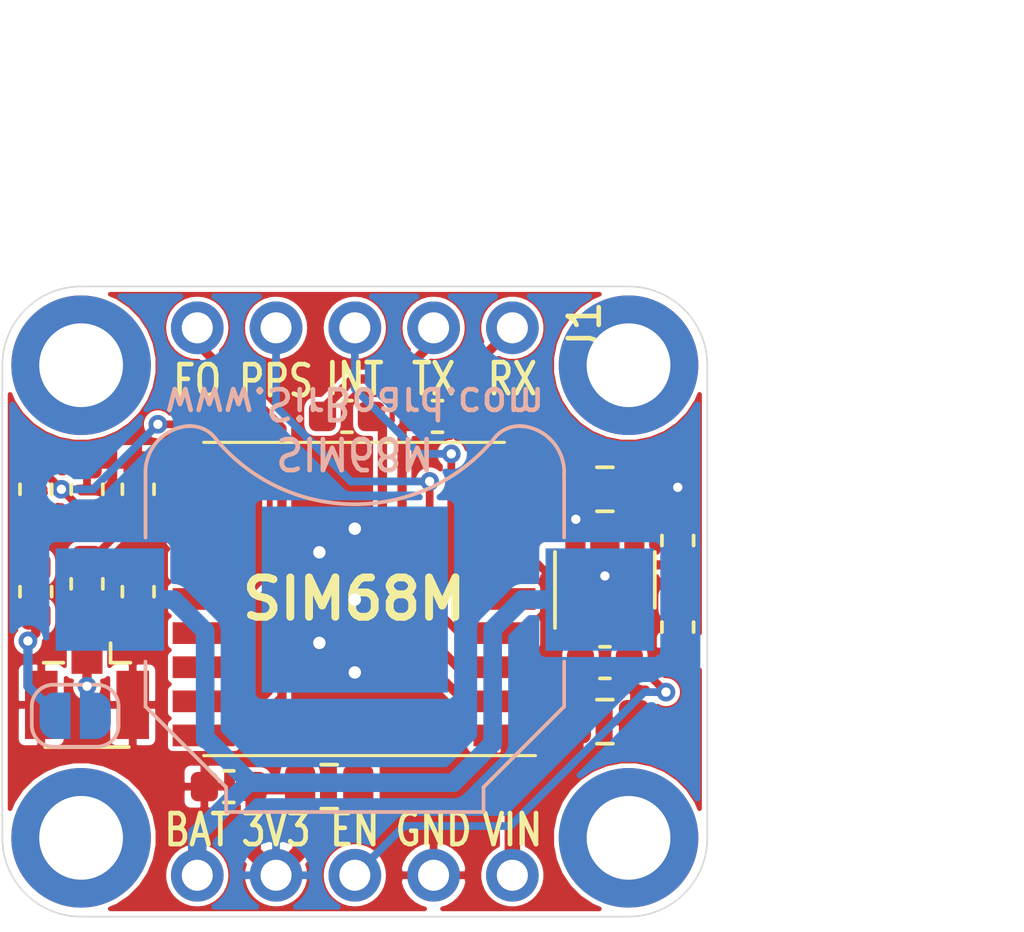
<source format=kicad_pcb>
(kicad_pcb (version 20171130) (host pcbnew "(5.1.2)-2")

  (general
    (thickness 1.6)
    (drawings 26)
    (tracks 126)
    (zones 0)
    (modules 26)
    (nets 25)
  )

  (page User 132.004 102.006)
  (title_block
    (title "SIM68M Based GPS+GNSS Module")
    (date 2019-10-31)
    (rev 1)
    (company SirBoard)
    (comment 1 "SIM68M is based on the MT3333 Chipset")
    (comment 2 "Breadboard Friendly Micro GPS+GNSS Module")
  )

  (layers
    (0 F.Cu signal)
    (31 B.Cu signal)
    (32 B.Adhes user hide)
    (33 F.Adhes user hide)
    (34 B.Paste user hide)
    (35 F.Paste user hide)
    (36 B.SilkS user)
    (37 F.SilkS user)
    (38 B.Mask user hide)
    (39 F.Mask user hide)
    (40 Dwgs.User user)
    (41 Cmts.User user hide)
    (42 Eco1.User user hide)
    (43 Eco2.User user hide)
    (44 Edge.Cuts user)
    (45 Margin user hide)
    (46 B.CrtYd user hide)
    (47 F.CrtYd user hide)
    (48 B.Fab user hide)
    (49 F.Fab user hide)
  )

  (setup
    (last_trace_width 0.127)
    (user_trace_width 0.127)
    (user_trace_width 0.15)
    (user_trace_width 0.2)
    (user_trace_width 0.25)
    (user_trace_width 0.3)
    (user_trace_width 0.4)
    (user_trace_width 0.5)
    (user_trace_width 0.6)
    (user_trace_width 0.7)
    (user_trace_width 0.8)
    (user_trace_width 0.9)
    (user_trace_width 1)
    (trace_clearance 0.127)
    (zone_clearance 0.15)
    (zone_45_only no)
    (trace_min 0.127)
    (via_size 0.6)
    (via_drill 0.3)
    (via_min_size 0.6)
    (via_min_drill 0.3)
    (user_via 0.6 0.3)
    (user_via 0.8 0.4)
    (user_via 1 0.5)
    (user_via 3.5 2.5)
    (uvia_size 0.45)
    (uvia_drill 0.2)
    (uvias_allowed no)
    (uvia_min_size 0.45)
    (uvia_min_drill 0.1)
    (edge_width 0.05)
    (segment_width 0.2)
    (pcb_text_width 0.3)
    (pcb_text_size 1.5 1.5)
    (mod_edge_width 0.12)
    (mod_text_size 1 1)
    (mod_text_width 0.15)
    (pad_size 6 6)
    (pad_drill 0)
    (pad_to_mask_clearance 0)
    (solder_mask_min_width 0.1)
    (aux_axis_origin 0 0)
    (visible_elements 7FFFFFFF)
    (pcbplotparams
      (layerselection 0x010f0_ffffffff)
      (usegerberextensions false)
      (usegerberattributes false)
      (usegerberadvancedattributes false)
      (creategerberjobfile false)
      (excludeedgelayer true)
      (linewidth 0.100000)
      (plotframeref false)
      (viasonmask false)
      (mode 1)
      (useauxorigin true)
      (hpglpennumber 1)
      (hpglpenspeed 20)
      (hpglpendiameter 15.000000)
      (psnegative false)
      (psa4output false)
      (plotreference true)
      (plotvalue false)
      (plotinvisibletext false)
      (padsonsilk false)
      (subtractmaskfromsilk false)
      (outputformat 1)
      (mirror false)
      (drillshape 0)
      (scaleselection 1)
      (outputdirectory "C:/Users/elisha3/Desktop/GitHub/Gerbers/SirMicro/"))
  )

  (net 0 "")
  (net 1 GND)
  (net 2 "Net-(L1-Pad2)")
  (net 3 3V3)
  (net 4 VIN)
  (net 5 "Net-(R7-Pad2)")
  (net 6 "Net-(AE1-Pad1)")
  (net 7 "Net-(C5-Pad1)")
  (net 8 "Net-(IC1-Pad17)")
  (net 9 "Net-(IC1-Pad16)")
  (net 10 "Net-(IC1-Pad15)")
  (net 11 "Net-(IC1-Pad13)")
  (net 12 "Net-(IC1-Pad9)")
  (net 13 "Net-(IC1-Pad7)")
  (net 14 INT)
  (net 15 PPS)
  (net 16 "Net-(IC1-Pad3)")
  (net 17 "Net-(IC1-Pad2)")
  (net 18 EN)
  (net 19 RXD0)
  (net 20 TXD0)
  (net 21 VBAT)
  (net 22 "Net-(C6-Pad2)")
  (net 23 F_O)
  (net 24 "Net-(JP1-Pad1)")

  (net_class Default "This is the default net class."
    (clearance 0.127)
    (trace_width 0.127)
    (via_dia 0.6)
    (via_drill 0.3)
    (uvia_dia 0.45)
    (uvia_drill 0.2)
    (add_net 3V3)
    (add_net EN)
    (add_net F_O)
    (add_net GND)
    (add_net INT)
    (add_net "Net-(AE1-Pad1)")
    (add_net "Net-(C5-Pad1)")
    (add_net "Net-(C6-Pad2)")
    (add_net "Net-(IC1-Pad13)")
    (add_net "Net-(IC1-Pad15)")
    (add_net "Net-(IC1-Pad16)")
    (add_net "Net-(IC1-Pad17)")
    (add_net "Net-(IC1-Pad2)")
    (add_net "Net-(IC1-Pad3)")
    (add_net "Net-(IC1-Pad7)")
    (add_net "Net-(IC1-Pad9)")
    (add_net "Net-(JP1-Pad1)")
    (add_net "Net-(L1-Pad2)")
    (add_net "Net-(R7-Pad2)")
    (add_net PPS)
    (add_net RXD0)
    (add_net TXD0)
    (add_net VBAT)
    (add_net VIN)
  )

  (module Jumper:SolderJumper-2_P1.3mm_Open_RoundedPad1.0x1.5mm (layer B.Cu) (tedit 5B391E66) (tstamp 5DBB734E)
    (at 54.4195 40.513)
    (descr "SMD Solder Jumper, 1x1.5mm, rounded Pads, 0.3mm gap, open")
    (tags "solder jumper open")
    (path /5DBB7972)
    (attr virtual)
    (fp_text reference JP1 (at 0 0) (layer B.SilkS) hide
      (effects (font (size 1 1) (thickness 0.15)) (justify mirror))
    )
    (fp_text value SolderJumper_2_Open (at 0 -1.9) (layer B.Fab)
      (effects (font (size 1 1) (thickness 0.15)) (justify mirror))
    )
    (fp_line (start 1.65 -1.25) (end -1.65 -1.25) (layer B.CrtYd) (width 0.05))
    (fp_line (start 1.65 -1.25) (end 1.65 1.25) (layer B.CrtYd) (width 0.05))
    (fp_line (start -1.65 1.25) (end -1.65 -1.25) (layer B.CrtYd) (width 0.05))
    (fp_line (start -1.65 1.25) (end 1.65 1.25) (layer B.CrtYd) (width 0.05))
    (fp_line (start -0.7 1) (end 0.7 1) (layer B.SilkS) (width 0.12))
    (fp_line (start 1.4 0.3) (end 1.4 -0.3) (layer B.SilkS) (width 0.12))
    (fp_line (start 0.7 -1) (end -0.7 -1) (layer B.SilkS) (width 0.12))
    (fp_line (start -1.4 -0.3) (end -1.4 0.3) (layer B.SilkS) (width 0.12))
    (fp_arc (start -0.7 0.3) (end -0.7 1) (angle 90) (layer B.SilkS) (width 0.12))
    (fp_arc (start -0.7 -0.3) (end -1.4 -0.3) (angle 90) (layer B.SilkS) (width 0.12))
    (fp_arc (start 0.7 -0.3) (end 0.7 -1) (angle 90) (layer B.SilkS) (width 0.12))
    (fp_arc (start 0.7 0.3) (end 1.4 0.3) (angle 90) (layer B.SilkS) (width 0.12))
    (pad 2 smd custom (at 0.65 0) (size 1 0.5) (layers B.Cu B.Mask)
      (net 6 "Net-(AE1-Pad1)") (zone_connect 2)
      (options (clearance outline) (anchor rect))
      (primitives
        (gr_circle (center 0 -0.25) (end 0.5 -0.25) (width 0))
        (gr_circle (center 0 0.25) (end 0.5 0.25) (width 0))
        (gr_poly (pts
           (xy 0 0.75) (xy -0.5 0.75) (xy -0.5 -0.75) (xy 0 -0.75)) (width 0))
      ))
    (pad 1 smd custom (at -0.65 0) (size 1 0.5) (layers B.Cu B.Mask)
      (net 24 "Net-(JP1-Pad1)") (zone_connect 2)
      (options (clearance outline) (anchor rect))
      (primitives
        (gr_circle (center 0 -0.25) (end 0.5 -0.25) (width 0))
        (gr_circle (center 0 0.25) (end 0.5 0.25) (width 0))
        (gr_poly (pts
           (xy 0 0.75) (xy 0.5 0.75) (xy 0.5 -0.75) (xy 0 -0.75)) (width 0))
      ))
  )

  (module SirBoardLibrary:SIM28M (layer F.Cu) (tedit 0) (tstamp 5DBB72F4)
    (at 68.2625 41.798 180)
    (descr SIM28M)
    (tags "Integrated Circuit")
    (path /5DBF66F0)
    (attr smd)
    (fp_text reference IC1 (at 4.85 5.05) (layer F.SilkS) hide
      (effects (font (size 1.27 1.27) (thickness 0.254)))
    )
    (fp_text value SIM68M (at 4.85 5.05) (layer F.SilkS)
      (effects (font (size 1.27 1.27) (thickness 0.254)))
    )
    (fp_text user %R (at 4.85 5.05) (layer F.Fab)
      (effects (font (size 1.27 1.27) (thickness 0.254)))
    )
    (fp_line (start 0 0) (end 9.7 0) (layer F.Fab) (width 0.2))
    (fp_line (start 9.7 0) (end 9.7 10.1) (layer F.Fab) (width 0.2))
    (fp_line (start 9.7 10.1) (end 0 10.1) (layer F.Fab) (width 0.2))
    (fp_line (start 0 10.1) (end 0 0) (layer F.Fab) (width 0.2))
    (fp_line (start -2 -1) (end 11.7 -1) (layer F.CrtYd) (width 0.1))
    (fp_line (start 11.7 -1) (end 11.7 11.1) (layer F.CrtYd) (width 0.1))
    (fp_line (start 11.7 11.1) (end -2 11.1) (layer F.CrtYd) (width 0.1))
    (fp_line (start -2 11.1) (end -2 -1) (layer F.CrtYd) (width 0.1))
    (fp_line (start 0 10.1) (end 9.7 10.1) (layer F.SilkS) (width 0.1))
    (fp_line (start -1 0) (end 9.7 0) (layer F.SilkS) (width 0.1))
    (fp_line (start 2 0) (end 0 2) (layer F.Fab) (width 0.2))
    (pad 1 smd rect (at 0 0.65 270) (size 0.7 2) (layers F.Cu F.Paste F.Mask)
      (net 1 GND))
    (pad 2 smd rect (at 0 1.75 270) (size 0.7 2) (layers F.Cu F.Paste F.Mask)
      (net 17 "Net-(IC1-Pad2)"))
    (pad 3 smd rect (at 0 2.85 270) (size 0.7 2) (layers F.Cu F.Paste F.Mask)
      (net 16 "Net-(IC1-Pad3)"))
    (pad 4 smd rect (at 0 3.95 270) (size 0.7 2) (layers F.Cu F.Paste F.Mask)
      (net 15 PPS))
    (pad 5 smd rect (at 0 5.05 270) (size 0.7 2) (layers F.Cu F.Paste F.Mask)
      (net 14 INT))
    (pad 6 smd rect (at 0 6.15 270) (size 0.7 2) (layers F.Cu F.Paste F.Mask)
      (net 21 VBAT))
    (pad 7 smd rect (at 0 7.25 270) (size 0.7 2) (layers F.Cu F.Paste F.Mask)
      (net 13 "Net-(IC1-Pad7)"))
    (pad 8 smd rect (at 0 8.35 270) (size 0.7 2) (layers F.Cu F.Paste F.Mask)
      (net 3 3V3))
    (pad 9 smd rect (at 0 9.45 270) (size 0.7 2) (layers F.Cu F.Paste F.Mask)
      (net 12 "Net-(IC1-Pad9)"))
    (pad 10 smd rect (at 9.7 9.45 270) (size 0.7 2) (layers F.Cu F.Paste F.Mask)
      (net 1 GND))
    (pad 11 smd rect (at 9.7 8.35 270) (size 0.7 2) (layers F.Cu F.Paste F.Mask)
      (net 7 "Net-(C5-Pad1)"))
    (pad 12 smd rect (at 9.7 7.25 270) (size 0.7 2) (layers F.Cu F.Paste F.Mask)
      (net 1 GND))
    (pad 13 smd rect (at 9.7 6.15 270) (size 0.7 2) (layers F.Cu F.Paste F.Mask)
      (net 11 "Net-(IC1-Pad13)"))
    (pad 14 smd rect (at 9.7 5.05 270) (size 0.7 2) (layers F.Cu F.Paste F.Mask)
      (net 22 "Net-(C6-Pad2)"))
    (pad 15 smd rect (at 9.7 3.95 270) (size 0.7 2) (layers F.Cu F.Paste F.Mask)
      (net 10 "Net-(IC1-Pad15)"))
    (pad 16 smd rect (at 9.7 2.85 270) (size 0.7 2) (layers F.Cu F.Paste F.Mask)
      (net 9 "Net-(IC1-Pad16)"))
    (pad 17 smd rect (at 9.7 1.75 270) (size 0.7 2) (layers F.Cu F.Paste F.Mask)
      (net 8 "Net-(IC1-Pad17)"))
    (pad 18 smd rect (at 9.7 0.65 270) (size 0.7 2) (layers F.Cu F.Paste F.Mask)
      (net 23 F_O))
  )

  (module Connector_PinHeader_2.54mm:PinHeader_1x05_P2.54mm_Vertical (layer F.Cu) (tedit 5DB8B473) (tstamp 5DB9486D)
    (at 68.5165 45.6565 270)
    (descr "Through hole straight pin header, 1x05, 2.54mm pitch, single row")
    (tags "Through hole pin header THT 1x05 2.54mm single row")
    (path /5DBCEDAD)
    (fp_text reference J2 (at 0 -1.524 270) (layer F.SilkS) hide
      (effects (font (size 1 1) (thickness 0.15)))
    )
    (fp_text value Conn_01x05 (at 0 12.49 270) (layer F.Fab)
      (effects (font (size 1 1) (thickness 0.15)))
    )
    (fp_text user %R (at 0 5.08 180) (layer F.Fab)
      (effects (font (size 1 1) (thickness 0.15)))
    )
    (fp_line (start 1.8 -1.8) (end -1.8 -1.8) (layer F.CrtYd) (width 0.05))
    (fp_line (start 1.8 11.95) (end 1.8 -1.8) (layer F.CrtYd) (width 0.05))
    (fp_line (start -1.8 11.95) (end 1.8 11.95) (layer F.CrtYd) (width 0.05))
    (fp_line (start -1.8 -1.8) (end -1.8 11.95) (layer F.CrtYd) (width 0.05))
    (fp_line (start -1.27 -0.635) (end -0.635 -1.27) (layer F.Fab) (width 0.1))
    (fp_line (start -1.27 11.43) (end -1.27 -0.635) (layer F.Fab) (width 0.1))
    (fp_line (start 1.27 11.43) (end -1.27 11.43) (layer F.Fab) (width 0.1))
    (fp_line (start 1.27 -1.27) (end 1.27 11.43) (layer F.Fab) (width 0.1))
    (fp_line (start -0.635 -1.27) (end 1.27 -1.27) (layer F.Fab) (width 0.1))
    (pad 5 thru_hole oval (at 0 10.16 270) (size 1.7 1.7) (drill 1) (layers *.Cu *.Mask)
      (net 21 VBAT))
    (pad 4 thru_hole oval (at 0 7.62 270) (size 1.7 1.7) (drill 1) (layers *.Cu *.Mask)
      (net 3 3V3))
    (pad 3 thru_hole oval (at 0 5.08 270) (size 1.7 1.7) (drill 1) (layers *.Cu *.Mask)
      (net 18 EN))
    (pad 2 thru_hole oval (at 0 2.54 270) (size 1.7 1.7) (drill 1) (layers *.Cu *.Mask)
      (net 1 GND))
    (pad 1 thru_hole circle (at 0 0 270) (size 1.7 1.7) (drill 1) (layers *.Cu *.Mask)
      (net 4 VIN))
    (model ${KISYS3DMOD}/Connector_PinHeader_2.54mm.3dshapes/PinHeader_1x05_P2.54mm_Vertical.wrl
      (at (xyz 0 0 0))
      (scale (xyz 1 1 1))
      (rotate (xyz 0 0 0))
    )
  )

  (module Connector_PinHeader_2.54mm:PinHeader_1x05_P2.54mm_Vertical (layer F.Cu) (tedit 5DB8B47D) (tstamp 5DB94854)
    (at 68.5165 28.0035 270)
    (descr "Through hole straight pin header, 1x05, 2.54mm pitch, single row")
    (tags "Through hole pin header THT 1x05 2.54mm single row")
    (path /5DBB2595)
    (fp_text reference J1 (at 0 -2.33 270) (layer F.SilkS)
      (effects (font (size 1 1) (thickness 0.15)))
    )
    (fp_text value Conn_01x05 (at 0 12.49 270) (layer F.Fab)
      (effects (font (size 1 1) (thickness 0.15)))
    )
    (fp_text user %R (at 0 5.08 180) (layer F.Fab)
      (effects (font (size 1 1) (thickness 0.15)))
    )
    (fp_line (start 1.8 -1.8) (end -1.8 -1.8) (layer F.CrtYd) (width 0.05))
    (fp_line (start 1.8 11.95) (end 1.8 -1.8) (layer F.CrtYd) (width 0.05))
    (fp_line (start -1.8 11.95) (end 1.8 11.95) (layer F.CrtYd) (width 0.05))
    (fp_line (start -1.8 -1.8) (end -1.8 11.95) (layer F.CrtYd) (width 0.05))
    (fp_line (start -1.27 -0.635) (end -0.635 -1.27) (layer F.Fab) (width 0.1))
    (fp_line (start -1.27 11.43) (end -1.27 -0.635) (layer F.Fab) (width 0.1))
    (fp_line (start 1.27 11.43) (end -1.27 11.43) (layer F.Fab) (width 0.1))
    (fp_line (start 1.27 -1.27) (end 1.27 11.43) (layer F.Fab) (width 0.1))
    (fp_line (start -0.635 -1.27) (end 1.27 -1.27) (layer F.Fab) (width 0.1))
    (pad 5 thru_hole oval (at 0 10.16 270) (size 1.7 1.7) (drill 1) (layers *.Cu *.Mask)
      (net 23 F_O))
    (pad 4 thru_hole oval (at 0 7.62 270) (size 1.7 1.7) (drill 1) (layers *.Cu *.Mask)
      (net 15 PPS))
    (pad 3 thru_hole oval (at 0 5.08 270) (size 1.7 1.7) (drill 1) (layers *.Cu *.Mask)
      (net 14 INT))
    (pad 2 thru_hole oval (at 0 2.54 270) (size 1.7 1.7) (drill 1) (layers *.Cu *.Mask)
      (net 20 TXD0))
    (pad 1 thru_hole circle (at 0 0 270) (size 1.7 1.7) (drill 1) (layers *.Cu *.Mask)
      (net 19 RXD0))
    (model ${KISYS3DMOD}/Connector_PinHeader_2.54mm.3dshapes/PinHeader_1x05_P2.54mm_Vertical.wrl
      (at (xyz 0 0 0))
      (scale (xyz 1 1 1))
      (rotate (xyz 0 0 0))
    )
  )

  (module MountingHole:MountingHole_2.7mm_M2.5_ISO14580_Pad (layer F.Cu) (tedit 56D1B4CB) (tstamp 5DB8BDE8)
    (at 54.61 29.21 270)
    (descr "Mounting Hole 2.7mm, M2.5, ISO14580")
    (tags "mounting hole 2.7mm m2.5 iso14580")
    (path /5DB97005)
    (attr virtual)
    (fp_text reference H4 (at 0 -0.335 90) (layer F.SilkS) hide
      (effects (font (size 1 1) (thickness 0.15)))
    )
    (fp_text value MountingHole (at 0 3.25 90) (layer F.Fab)
      (effects (font (size 1 1) (thickness 0.15)))
    )
    (fp_circle (center 0 0) (end 2.5 0) (layer F.CrtYd) (width 0.05))
    (fp_circle (center 0 0) (end 2.25 0) (layer Cmts.User) (width 0.15))
    (fp_text user %R (at 0.3 0 90) (layer F.Fab)
      (effects (font (size 1 1) (thickness 0.15)))
    )
    (pad 1 thru_hole circle (at 0 0 270) (size 4.5 4.5) (drill 2.7) (layers *.Cu *.Mask))
  )

  (module MountingHole:MountingHole_2.7mm_M2.5_ISO14580_Pad (layer F.Cu) (tedit 56D1B4CB) (tstamp 5DB8BDE0)
    (at 72.263 44.45 270)
    (descr "Mounting Hole 2.7mm, M2.5, ISO14580")
    (tags "mounting hole 2.7mm m2.5 iso14580")
    (path /5DB9577B)
    (attr virtual)
    (fp_text reference H3 (at 0 0 90) (layer F.SilkS) hide
      (effects (font (size 1 1) (thickness 0.15)))
    )
    (fp_text value MountingHole (at 0 3.25 90) (layer F.Fab)
      (effects (font (size 1 1) (thickness 0.15)))
    )
    (fp_circle (center 0 0) (end 2.5 0) (layer F.CrtYd) (width 0.05))
    (fp_circle (center 0 0) (end 2.25 0) (layer Cmts.User) (width 0.15))
    (fp_text user %R (at 0.3 0 90) (layer F.Fab)
      (effects (font (size 1 1) (thickness 0.15)))
    )
    (pad 1 thru_hole circle (at 0 0 270) (size 4.5 4.5) (drill 2.7) (layers *.Cu *.Mask))
  )

  (module MountingHole:MountingHole_2.7mm_M2.5_ISO14580_Pad (layer F.Cu) (tedit 56D1B4CB) (tstamp 5DB8BDD8)
    (at 72.263 29.21 270)
    (descr "Mounting Hole 2.7mm, M2.5, ISO14580")
    (tags "mounting hole 2.7mm m2.5 iso14580")
    (path /5DB93F2F)
    (attr virtual)
    (fp_text reference H2 (at 0 -0.335 90) (layer F.SilkS) hide
      (effects (font (size 1 1) (thickness 0.15)))
    )
    (fp_text value MountingHole (at 0 3.25 90) (layer F.Fab)
      (effects (font (size 1 1) (thickness 0.15)))
    )
    (fp_circle (center 0 0) (end 2.5 0) (layer F.CrtYd) (width 0.05))
    (fp_circle (center 0 0) (end 2.25 0) (layer Cmts.User) (width 0.15))
    (fp_text user %R (at 0.3 0 90) (layer F.Fab)
      (effects (font (size 1 1) (thickness 0.15)))
    )
    (pad 1 thru_hole circle (at 0 0 270) (size 4.5 4.5) (drill 2.7) (layers *.Cu *.Mask))
  )

  (module MountingHole:MountingHole_2.7mm_M2.5_ISO14580_Pad (layer F.Cu) (tedit 56D1B4CB) (tstamp 5DB8BDD0)
    (at 54.61 44.45 270)
    (descr "Mounting Hole 2.7mm, M2.5, ISO14580")
    (tags "mounting hole 2.7mm m2.5 iso14580")
    (path /5DB93353)
    (attr virtual)
    (fp_text reference H1 (at 0 0 90) (layer F.SilkS) hide
      (effects (font (size 1 1) (thickness 0.15)))
    )
    (fp_text value MountingHole (at 0 3.25 90) (layer F.Fab)
      (effects (font (size 1 1) (thickness 0.15)))
    )
    (fp_circle (center 0 0) (end 2.5 0) (layer F.CrtYd) (width 0.05))
    (fp_circle (center 0 0) (end 2.25 0) (layer Cmts.User) (width 0.15))
    (fp_text user %R (at 0.3 0 90) (layer F.Fab)
      (effects (font (size 1 1) (thickness 0.15)))
    )
    (pad 1 thru_hole circle (at 0 0 270) (size 4.5 4.5) (drill 2.7) (layers *.Cu *.Mask))
  )

  (module Capacitor_SMD:C_0805_2012Metric (layer F.Cu) (tedit 5B36C52B) (tstamp 5DB8B042)
    (at 71.501 33.2105)
    (descr "Capacitor SMD 0805 (2012 Metric), square (rectangular) end terminal, IPC_7351 nominal, (Body size source: https://docs.google.com/spreadsheets/d/1BsfQQcO9C6DZCsRaXUlFlo91Tg2WpOkGARC1WS5S8t0/edit?usp=sharing), generated with kicad-footprint-generator")
    (tags capacitor)
    (path /5DB8E885)
    (attr smd)
    (fp_text reference C4 (at 0.0254 0 90) (layer F.SilkS) hide
      (effects (font (size 1 1) (thickness 0.15)))
    )
    (fp_text value 1uF (at 0 1.65) (layer F.Fab)
      (effects (font (size 1 1) (thickness 0.15)))
    )
    (fp_line (start -1 0.6) (end -1 -0.6) (layer F.Fab) (width 0.1))
    (fp_line (start -1 -0.6) (end 1 -0.6) (layer F.Fab) (width 0.1))
    (fp_line (start 1 -0.6) (end 1 0.6) (layer F.Fab) (width 0.1))
    (fp_line (start 1 0.6) (end -1 0.6) (layer F.Fab) (width 0.1))
    (fp_line (start -0.258578 -0.71) (end 0.258578 -0.71) (layer F.SilkS) (width 0.12))
    (fp_line (start -0.258578 0.71) (end 0.258578 0.71) (layer F.SilkS) (width 0.12))
    (fp_line (start -1.68 0.95) (end -1.68 -0.95) (layer F.CrtYd) (width 0.05))
    (fp_line (start -1.68 -0.95) (end 1.68 -0.95) (layer F.CrtYd) (width 0.05))
    (fp_line (start 1.68 -0.95) (end 1.68 0.95) (layer F.CrtYd) (width 0.05))
    (fp_line (start 1.68 0.95) (end -1.68 0.95) (layer F.CrtYd) (width 0.05))
    (fp_text user %R (at 0 0) (layer F.Fab)
      (effects (font (size 0.5 0.5) (thickness 0.08)))
    )
    (pad 1 smd roundrect (at -0.9375 0) (size 0.975 1.4) (layers F.Cu F.Paste F.Mask) (roundrect_rratio 0.25)
      (net 3 3V3))
    (pad 2 smd roundrect (at 0.9375 0) (size 0.975 1.4) (layers F.Cu F.Paste F.Mask) (roundrect_rratio 0.25)
      (net 1 GND))
    (model ${KISYS3DMOD}/Capacitor_SMD.3dshapes/C_0805_2012Metric.wrl
      (at (xyz 0 0 0))
      (scale (xyz 1 1 1))
      (rotate (xyz 0 0 0))
    )
  )

  (module Package_TO_SOT_SMD:SOT-23-5 (layer F.Cu) (tedit 5A02FF57) (tstamp 5DB8E543)
    (at 71.501 36.1315 90)
    (descr "5-pin SOT23 package")
    (tags SOT-23-5)
    (path /5E2BA0AD)
    (attr smd)
    (fp_text reference U2 (at 0 0) (layer F.SilkS) hide
      (effects (font (size 1 1) (thickness 0.15)))
    )
    (fp_text value AP7365-W-7 (at 0 2.9 90) (layer F.Fab)
      (effects (font (size 1 1) (thickness 0.15)))
    )
    (fp_text user %R (at 0 0) (layer F.Fab)
      (effects (font (size 0.5 0.5) (thickness 0.075)))
    )
    (fp_line (start -0.9 1.61) (end 0.9 1.61) (layer F.SilkS) (width 0.12))
    (fp_line (start 0.9 -1.61) (end -1.55 -1.61) (layer F.SilkS) (width 0.12))
    (fp_line (start -1.9 -1.8) (end 1.9 -1.8) (layer F.CrtYd) (width 0.05))
    (fp_line (start 1.9 -1.8) (end 1.9 1.8) (layer F.CrtYd) (width 0.05))
    (fp_line (start 1.9 1.8) (end -1.9 1.8) (layer F.CrtYd) (width 0.05))
    (fp_line (start -1.9 1.8) (end -1.9 -1.8) (layer F.CrtYd) (width 0.05))
    (fp_line (start -0.9 -0.9) (end -0.25 -1.55) (layer F.Fab) (width 0.1))
    (fp_line (start 0.9 -1.55) (end -0.25 -1.55) (layer F.Fab) (width 0.1))
    (fp_line (start -0.9 -0.9) (end -0.9 1.55) (layer F.Fab) (width 0.1))
    (fp_line (start 0.9 1.55) (end -0.9 1.55) (layer F.Fab) (width 0.1))
    (fp_line (start 0.9 -1.55) (end 0.9 1.55) (layer F.Fab) (width 0.1))
    (pad 1 smd rect (at -1.1 -0.95 90) (size 1.06 0.65) (layers F.Cu F.Paste F.Mask)
      (net 4 VIN))
    (pad 2 smd rect (at -1.1 0 90) (size 1.06 0.65) (layers F.Cu F.Paste F.Mask)
      (net 1 GND))
    (pad 3 smd rect (at -1.1 0.95 90) (size 1.06 0.65) (layers F.Cu F.Paste F.Mask)
      (net 18 EN))
    (pad 4 smd rect (at 1.1 0.95 90) (size 1.06 0.65) (layers F.Cu F.Paste F.Mask)
      (net 5 "Net-(R7-Pad2)"))
    (pad 5 smd rect (at 1.1 -0.95 90) (size 1.06 0.65) (layers F.Cu F.Paste F.Mask)
      (net 3 3V3))
    (model ${KISYS3DMOD}/Package_TO_SOT_SMD.3dshapes/SOT-23-5.wrl
      (at (xyz 0 0 0))
      (scale (xyz 1 1 1))
      (rotate (xyz 0 0 0))
    )
  )

  (module Resistor_SMD:R_0603_1608Metric (layer F.Cu) (tedit 5B301BBD) (tstamp 5DB8E52E)
    (at 73.8505 37.6555 90)
    (descr "Resistor SMD 0603 (1608 Metric), square (rectangular) end terminal, IPC_7351 nominal, (Body size source: http://www.tortai-tech.com/upload/download/2011102023233369053.pdf), generated with kicad-footprint-generator")
    (tags resistor)
    (path /5E35753D)
    (attr smd)
    (fp_text reference R8 (at 0 0) (layer F.SilkS) hide
      (effects (font (size 1 1) (thickness 0.15)))
    )
    (fp_text value 22K (at 0 1.43 90) (layer F.Fab)
      (effects (font (size 1 1) (thickness 0.15)))
    )
    (fp_line (start -0.8 0.4) (end -0.8 -0.4) (layer F.Fab) (width 0.1))
    (fp_line (start -0.8 -0.4) (end 0.8 -0.4) (layer F.Fab) (width 0.1))
    (fp_line (start 0.8 -0.4) (end 0.8 0.4) (layer F.Fab) (width 0.1))
    (fp_line (start 0.8 0.4) (end -0.8 0.4) (layer F.Fab) (width 0.1))
    (fp_line (start -0.162779 -0.51) (end 0.162779 -0.51) (layer F.SilkS) (width 0.12))
    (fp_line (start -0.162779 0.51) (end 0.162779 0.51) (layer F.SilkS) (width 0.12))
    (fp_line (start -1.48 0.73) (end -1.48 -0.73) (layer F.CrtYd) (width 0.05))
    (fp_line (start -1.48 -0.73) (end 1.48 -0.73) (layer F.CrtYd) (width 0.05))
    (fp_line (start 1.48 -0.73) (end 1.48 0.73) (layer F.CrtYd) (width 0.05))
    (fp_line (start 1.48 0.73) (end -1.48 0.73) (layer F.CrtYd) (width 0.05))
    (fp_text user %R (at 0 0 90) (layer F.Fab)
      (effects (font (size 0.4 0.4) (thickness 0.06)))
    )
    (pad 1 smd roundrect (at -0.7875 0 90) (size 0.875 0.95) (layers F.Cu F.Paste F.Mask) (roundrect_rratio 0.25)
      (net 1 GND))
    (pad 2 smd roundrect (at 0.7875 0 90) (size 0.875 0.95) (layers F.Cu F.Paste F.Mask) (roundrect_rratio 0.25)
      (net 5 "Net-(R7-Pad2)"))
    (model ${KISYS3DMOD}/Resistor_SMD.3dshapes/R_0603_1608Metric.wrl
      (at (xyz 0 0 0))
      (scale (xyz 1 1 1))
      (rotate (xyz 0 0 0))
    )
  )

  (module Resistor_SMD:R_0603_1608Metric (layer F.Cu) (tedit 5B301BBD) (tstamp 5DB8E51D)
    (at 73.8505 34.8615 270)
    (descr "Resistor SMD 0603 (1608 Metric), square (rectangular) end terminal, IPC_7351 nominal, (Body size source: http://www.tortai-tech.com/upload/download/2011102023233369053.pdf), generated with kicad-footprint-generator")
    (tags resistor)
    (path /5E34715F)
    (attr smd)
    (fp_text reference R7 (at 0 0) (layer F.SilkS) hide
      (effects (font (size 1 1) (thickness 0.15)))
    )
    (fp_text value 68K (at 0 1.43 90) (layer F.Fab)
      (effects (font (size 1 1) (thickness 0.15)))
    )
    (fp_line (start -0.8 0.4) (end -0.8 -0.4) (layer F.Fab) (width 0.1))
    (fp_line (start -0.8 -0.4) (end 0.8 -0.4) (layer F.Fab) (width 0.1))
    (fp_line (start 0.8 -0.4) (end 0.8 0.4) (layer F.Fab) (width 0.1))
    (fp_line (start 0.8 0.4) (end -0.8 0.4) (layer F.Fab) (width 0.1))
    (fp_line (start -0.162779 -0.51) (end 0.162779 -0.51) (layer F.SilkS) (width 0.12))
    (fp_line (start -0.162779 0.51) (end 0.162779 0.51) (layer F.SilkS) (width 0.12))
    (fp_line (start -1.48 0.73) (end -1.48 -0.73) (layer F.CrtYd) (width 0.05))
    (fp_line (start -1.48 -0.73) (end 1.48 -0.73) (layer F.CrtYd) (width 0.05))
    (fp_line (start 1.48 -0.73) (end 1.48 0.73) (layer F.CrtYd) (width 0.05))
    (fp_line (start 1.48 0.73) (end -1.48 0.73) (layer F.CrtYd) (width 0.05))
    (fp_text user %R (at 0 0 90) (layer F.Fab)
      (effects (font (size 0.4 0.4) (thickness 0.06)))
    )
    (pad 1 smd roundrect (at -0.7875 0 270) (size 0.875 0.95) (layers F.Cu F.Paste F.Mask) (roundrect_rratio 0.25)
      (net 3 3V3))
    (pad 2 smd roundrect (at 0.7875 0 270) (size 0.875 0.95) (layers F.Cu F.Paste F.Mask) (roundrect_rratio 0.25)
      (net 5 "Net-(R7-Pad2)"))
    (model ${KISYS3DMOD}/Resistor_SMD.3dshapes/R_0603_1608Metric.wrl
      (at (xyz 0 0 0))
      (scale (xyz 1 1 1))
      (rotate (xyz 0 0 0))
    )
  )

  (module Resistor_SMD:R_0603_1608Metric (layer F.Cu) (tedit 5B301BBD) (tstamp 5DB8E50C)
    (at 53.1495 33.2105 270)
    (descr "Resistor SMD 0603 (1608 Metric), square (rectangular) end terminal, IPC_7351 nominal, (Body size source: http://www.tortai-tech.com/upload/download/2011102023233369053.pdf), generated with kicad-footprint-generator")
    (tags resistor)
    (path /5DC84464)
    (attr smd)
    (fp_text reference R5 (at 0 0) (layer F.SilkS) hide
      (effects (font (size 1 1) (thickness 0.15)))
    )
    (fp_text value 10R (at 0 1.43 90) (layer F.Fab)
      (effects (font (size 1 1) (thickness 0.15)))
    )
    (fp_line (start -0.8 0.4) (end -0.8 -0.4) (layer F.Fab) (width 0.1))
    (fp_line (start -0.8 -0.4) (end 0.8 -0.4) (layer F.Fab) (width 0.1))
    (fp_line (start 0.8 -0.4) (end 0.8 0.4) (layer F.Fab) (width 0.1))
    (fp_line (start 0.8 0.4) (end -0.8 0.4) (layer F.Fab) (width 0.1))
    (fp_line (start -0.162779 -0.51) (end 0.162779 -0.51) (layer F.SilkS) (width 0.12))
    (fp_line (start -0.162779 0.51) (end 0.162779 0.51) (layer F.SilkS) (width 0.12))
    (fp_line (start -1.48 0.73) (end -1.48 -0.73) (layer F.CrtYd) (width 0.05))
    (fp_line (start -1.48 -0.73) (end 1.48 -0.73) (layer F.CrtYd) (width 0.05))
    (fp_line (start 1.48 -0.73) (end 1.48 0.73) (layer F.CrtYd) (width 0.05))
    (fp_line (start 1.48 0.73) (end -1.48 0.73) (layer F.CrtYd) (width 0.05))
    (fp_text user %R (at 0 0 90) (layer F.Fab)
      (effects (font (size 0.4 0.4) (thickness 0.06)))
    )
    (pad 1 smd roundrect (at -0.7875 0 270) (size 0.875 0.95) (layers F.Cu F.Paste F.Mask) (roundrect_rratio 0.25)
      (net 22 "Net-(C6-Pad2)"))
    (pad 2 smd roundrect (at 0.7875 0 270) (size 0.875 0.95) (layers F.Cu F.Paste F.Mask) (roundrect_rratio 0.25)
      (net 2 "Net-(L1-Pad2)"))
    (model ${KISYS3DMOD}/Resistor_SMD.3dshapes/R_0603_1608Metric.wrl
      (at (xyz 0 0 0))
      (scale (xyz 1 1 1))
      (rotate (xyz 0 0 0))
    )
  )

  (module Resistor_SMD:R_0603_1608Metric (layer F.Cu) (tedit 5B301BBD) (tstamp 5DB8E4FB)
    (at 54.8005 36.2585 270)
    (descr "Resistor SMD 0603 (1608 Metric), square (rectangular) end terminal, IPC_7351 nominal, (Body size source: http://www.tortai-tech.com/upload/download/2011102023233369053.pdf), generated with kicad-footprint-generator")
    (tags resistor)
    (path /5DC8445E)
    (attr smd)
    (fp_text reference R4 (at 0 0) (layer F.SilkS) hide
      (effects (font (size 1 1) (thickness 0.15)))
    )
    (fp_text value 0R (at 0 1.43 90) (layer F.Fab)
      (effects (font (size 1 1) (thickness 0.15)))
    )
    (fp_line (start -0.8 0.4) (end -0.8 -0.4) (layer F.Fab) (width 0.1))
    (fp_line (start -0.8 -0.4) (end 0.8 -0.4) (layer F.Fab) (width 0.1))
    (fp_line (start 0.8 -0.4) (end 0.8 0.4) (layer F.Fab) (width 0.1))
    (fp_line (start 0.8 0.4) (end -0.8 0.4) (layer F.Fab) (width 0.1))
    (fp_line (start -0.162779 -0.51) (end 0.162779 -0.51) (layer F.SilkS) (width 0.12))
    (fp_line (start -0.162779 0.51) (end 0.162779 0.51) (layer F.SilkS) (width 0.12))
    (fp_line (start -1.48 0.73) (end -1.48 -0.73) (layer F.CrtYd) (width 0.05))
    (fp_line (start -1.48 -0.73) (end 1.48 -0.73) (layer F.CrtYd) (width 0.05))
    (fp_line (start 1.48 -0.73) (end 1.48 0.73) (layer F.CrtYd) (width 0.05))
    (fp_line (start 1.48 0.73) (end -1.48 0.73) (layer F.CrtYd) (width 0.05))
    (fp_text user %R (at 0 0 90) (layer F.Fab)
      (effects (font (size 0.4 0.4) (thickness 0.06)))
    )
    (pad 1 smd roundrect (at -0.7875 0 270) (size 0.875 0.95) (layers F.Cu F.Paste F.Mask) (roundrect_rratio 0.25)
      (net 7 "Net-(C5-Pad1)"))
    (pad 2 smd roundrect (at 0.7875 0 270) (size 0.875 0.95) (layers F.Cu F.Paste F.Mask) (roundrect_rratio 0.25)
      (net 6 "Net-(AE1-Pad1)"))
    (model ${KISYS3DMOD}/Resistor_SMD.3dshapes/R_0603_1608Metric.wrl
      (at (xyz 0 0 0))
      (scale (xyz 1 1 1))
      (rotate (xyz 0 0 0))
    )
  )

  (module Resistor_SMD:R_0603_1608Metric (layer F.Cu) (tedit 5B301BBD) (tstamp 5DB8E4EA)
    (at 71.501 38.7985)
    (descr "Resistor SMD 0603 (1608 Metric), square (rectangular) end terminal, IPC_7351 nominal, (Body size source: http://www.tortai-tech.com/upload/download/2011102023233369053.pdf), generated with kicad-footprint-generator")
    (tags resistor)
    (path /5DCC87E2)
    (attr smd)
    (fp_text reference R3 (at 0 0 90) (layer F.SilkS) hide
      (effects (font (size 1 1) (thickness 0.15)))
    )
    (fp_text value 10K (at 0 1.43) (layer F.Fab)
      (effects (font (size 1 1) (thickness 0.15)))
    )
    (fp_line (start -0.8 0.4) (end -0.8 -0.4) (layer F.Fab) (width 0.1))
    (fp_line (start -0.8 -0.4) (end 0.8 -0.4) (layer F.Fab) (width 0.1))
    (fp_line (start 0.8 -0.4) (end 0.8 0.4) (layer F.Fab) (width 0.1))
    (fp_line (start 0.8 0.4) (end -0.8 0.4) (layer F.Fab) (width 0.1))
    (fp_line (start -0.162779 -0.51) (end 0.162779 -0.51) (layer F.SilkS) (width 0.12))
    (fp_line (start -0.162779 0.51) (end 0.162779 0.51) (layer F.SilkS) (width 0.12))
    (fp_line (start -1.48 0.73) (end -1.48 -0.73) (layer F.CrtYd) (width 0.05))
    (fp_line (start -1.48 -0.73) (end 1.48 -0.73) (layer F.CrtYd) (width 0.05))
    (fp_line (start 1.48 -0.73) (end 1.48 0.73) (layer F.CrtYd) (width 0.05))
    (fp_line (start 1.48 0.73) (end -1.48 0.73) (layer F.CrtYd) (width 0.05))
    (fp_text user %R (at 0 0) (layer F.Fab)
      (effects (font (size 0.4 0.4) (thickness 0.06)))
    )
    (pad 1 smd roundrect (at -0.7875 0) (size 0.875 0.95) (layers F.Cu F.Paste F.Mask) (roundrect_rratio 0.25)
      (net 4 VIN))
    (pad 2 smd roundrect (at 0.7875 0) (size 0.875 0.95) (layers F.Cu F.Paste F.Mask) (roundrect_rratio 0.25)
      (net 18 EN))
    (model ${KISYS3DMOD}/Resistor_SMD.3dshapes/R_0603_1608Metric.wrl
      (at (xyz 0 0 0))
      (scale (xyz 1 1 1))
      (rotate (xyz 0 0 0))
    )
  )

  (module Resistor_SMD:R_0603_1608Metric (layer F.Cu) (tedit 5B301BBD) (tstamp 5DB8E4D9)
    (at 63.1825 30.861)
    (descr "Resistor SMD 0603 (1608 Metric), square (rectangular) end terminal, IPC_7351 nominal, (Body size source: http://www.tortai-tech.com/upload/download/2011102023233369053.pdf), generated with kicad-footprint-generator")
    (tags resistor)
    (path /5DC8446A)
    (attr smd)
    (fp_text reference R2 (at 0 0 90) (layer F.SilkS) hide
      (effects (font (size 1 1) (thickness 0.15)))
    )
    (fp_text value 100R (at 0 1.43) (layer F.Fab)
      (effects (font (size 1 1) (thickness 0.15)))
    )
    (fp_line (start -0.8 0.4) (end -0.8 -0.4) (layer F.Fab) (width 0.1))
    (fp_line (start -0.8 -0.4) (end 0.8 -0.4) (layer F.Fab) (width 0.1))
    (fp_line (start 0.8 -0.4) (end 0.8 0.4) (layer F.Fab) (width 0.1))
    (fp_line (start 0.8 0.4) (end -0.8 0.4) (layer F.Fab) (width 0.1))
    (fp_line (start -0.162779 -0.51) (end 0.162779 -0.51) (layer F.SilkS) (width 0.12))
    (fp_line (start -0.162779 0.51) (end 0.162779 0.51) (layer F.SilkS) (width 0.12))
    (fp_line (start -1.48 0.73) (end -1.48 -0.73) (layer F.CrtYd) (width 0.05))
    (fp_line (start -1.48 -0.73) (end 1.48 -0.73) (layer F.CrtYd) (width 0.05))
    (fp_line (start 1.48 -0.73) (end 1.48 0.73) (layer F.CrtYd) (width 0.05))
    (fp_line (start 1.48 0.73) (end -1.48 0.73) (layer F.CrtYd) (width 0.05))
    (fp_text user %R (at 0 0) (layer F.Fab)
      (effects (font (size 0.4 0.4) (thickness 0.06)))
    )
    (pad 1 smd roundrect (at -0.7875 0) (size 0.875 0.95) (layers F.Cu F.Paste F.Mask) (roundrect_rratio 0.25)
      (net 20 TXD0))
    (pad 2 smd roundrect (at 0.7875 0) (size 0.875 0.95) (layers F.Cu F.Paste F.Mask) (roundrect_rratio 0.25)
      (net 17 "Net-(IC1-Pad2)"))
    (model ${KISYS3DMOD}/Resistor_SMD.3dshapes/R_0603_1608Metric.wrl
      (at (xyz 0 0 0))
      (scale (xyz 1 1 1))
      (rotate (xyz 0 0 0))
    )
  )

  (module Resistor_SMD:R_0603_1608Metric (layer F.Cu) (tedit 5B301BBD) (tstamp 5DB8E4C8)
    (at 66.1035 30.861 180)
    (descr "Resistor SMD 0603 (1608 Metric), square (rectangular) end terminal, IPC_7351 nominal, (Body size source: http://www.tortai-tech.com/upload/download/2011102023233369053.pdf), generated with kicad-footprint-generator")
    (tags resistor)
    (path /5DC84458)
    (attr smd)
    (fp_text reference R1 (at 0 0 90) (layer F.SilkS) hide
      (effects (font (size 1 1) (thickness 0.15)))
    )
    (fp_text value 100R (at 0 1.43) (layer F.Fab)
      (effects (font (size 1 1) (thickness 0.15)))
    )
    (fp_line (start -0.8 0.4) (end -0.8 -0.4) (layer F.Fab) (width 0.1))
    (fp_line (start -0.8 -0.4) (end 0.8 -0.4) (layer F.Fab) (width 0.1))
    (fp_line (start 0.8 -0.4) (end 0.8 0.4) (layer F.Fab) (width 0.1))
    (fp_line (start 0.8 0.4) (end -0.8 0.4) (layer F.Fab) (width 0.1))
    (fp_line (start -0.162779 -0.51) (end 0.162779 -0.51) (layer F.SilkS) (width 0.12))
    (fp_line (start -0.162779 0.51) (end 0.162779 0.51) (layer F.SilkS) (width 0.12))
    (fp_line (start -1.48 0.73) (end -1.48 -0.73) (layer F.CrtYd) (width 0.05))
    (fp_line (start -1.48 -0.73) (end 1.48 -0.73) (layer F.CrtYd) (width 0.05))
    (fp_line (start 1.48 -0.73) (end 1.48 0.73) (layer F.CrtYd) (width 0.05))
    (fp_line (start 1.48 0.73) (end -1.48 0.73) (layer F.CrtYd) (width 0.05))
    (fp_text user %R (at 0 0) (layer F.Fab)
      (effects (font (size 0.4 0.4) (thickness 0.06)))
    )
    (pad 1 smd roundrect (at -0.7875 0 180) (size 0.875 0.95) (layers F.Cu F.Paste F.Mask) (roundrect_rratio 0.25)
      (net 19 RXD0))
    (pad 2 smd roundrect (at 0.7875 0 180) (size 0.875 0.95) (layers F.Cu F.Paste F.Mask) (roundrect_rratio 0.25)
      (net 16 "Net-(IC1-Pad3)"))
    (model ${KISYS3DMOD}/Resistor_SMD.3dshapes/R_0603_1608Metric.wrl
      (at (xyz 0 0 0))
      (scale (xyz 1 1 1))
      (rotate (xyz 0 0 0))
    )
  )

  (module Inductor_SMD:L_0603_1608Metric (layer F.Cu) (tedit 5B301BBE) (tstamp 5DB8E4B7)
    (at 53.1495 36.5125 90)
    (descr "Inductor SMD 0603 (1608 Metric), square (rectangular) end terminal, IPC_7351 nominal, (Body size source: http://www.tortai-tech.com/upload/download/2011102023233369053.pdf), generated with kicad-footprint-generator")
    (tags inductor)
    (path /5DC8449D)
    (attr smd)
    (fp_text reference L1 (at -0.0822 0) (layer F.SilkS) hide
      (effects (font (size 1 1) (thickness 0.15)))
    )
    (fp_text value 27n (at 0 1.43 90) (layer F.Fab)
      (effects (font (size 1 1) (thickness 0.15)))
    )
    (fp_line (start -0.8 0.4) (end -0.8 -0.4) (layer F.Fab) (width 0.1))
    (fp_line (start -0.8 -0.4) (end 0.8 -0.4) (layer F.Fab) (width 0.1))
    (fp_line (start 0.8 -0.4) (end 0.8 0.4) (layer F.Fab) (width 0.1))
    (fp_line (start 0.8 0.4) (end -0.8 0.4) (layer F.Fab) (width 0.1))
    (fp_line (start -0.162779 -0.51) (end 0.162779 -0.51) (layer F.SilkS) (width 0.12))
    (fp_line (start -0.162779 0.51) (end 0.162779 0.51) (layer F.SilkS) (width 0.12))
    (fp_line (start -1.48 0.73) (end -1.48 -0.73) (layer F.CrtYd) (width 0.05))
    (fp_line (start -1.48 -0.73) (end 1.48 -0.73) (layer F.CrtYd) (width 0.05))
    (fp_line (start 1.48 -0.73) (end 1.48 0.73) (layer F.CrtYd) (width 0.05))
    (fp_line (start 1.48 0.73) (end -1.48 0.73) (layer F.CrtYd) (width 0.05))
    (fp_text user %R (at 0 0 90) (layer F.Fab)
      (effects (font (size 0.4 0.4) (thickness 0.06)))
    )
    (pad 1 smd roundrect (at -0.7875 0 90) (size 0.875 0.95) (layers F.Cu F.Paste F.Mask) (roundrect_rratio 0.25)
      (net 24 "Net-(JP1-Pad1)"))
    (pad 2 smd roundrect (at 0.7875 0 90) (size 0.875 0.95) (layers F.Cu F.Paste F.Mask) (roundrect_rratio 0.25)
      (net 2 "Net-(L1-Pad2)"))
    (model ${KISYS3DMOD}/Inductor_SMD.3dshapes/L_0603_1608Metric.wrl
      (at (xyz 0 0 0))
      (scale (xyz 1 1 1))
      (rotate (xyz 0 0 0))
    )
  )

  (module Capacitor_SMD:C_0603_1608Metric (layer F.Cu) (tedit 5B301BBE) (tstamp 5DB8E442)
    (at 56.4515 36.5125 270)
    (descr "Capacitor SMD 0603 (1608 Metric), square (rectangular) end terminal, IPC_7351 nominal, (Body size source: http://www.tortai-tech.com/upload/download/2011102023233369053.pdf), generated with kicad-footprint-generator")
    (tags capacitor)
    (path /5DC84488)
    (attr smd)
    (fp_text reference C7 (at 0 0) (layer F.SilkS) hide
      (effects (font (size 1 1) (thickness 0.15)))
    )
    (fp_text value NC (at 0 1.43 90) (layer F.Fab)
      (effects (font (size 1 1) (thickness 0.15)))
    )
    (fp_line (start -0.8 0.4) (end -0.8 -0.4) (layer F.Fab) (width 0.1))
    (fp_line (start -0.8 -0.4) (end 0.8 -0.4) (layer F.Fab) (width 0.1))
    (fp_line (start 0.8 -0.4) (end 0.8 0.4) (layer F.Fab) (width 0.1))
    (fp_line (start 0.8 0.4) (end -0.8 0.4) (layer F.Fab) (width 0.1))
    (fp_line (start -0.162779 -0.51) (end 0.162779 -0.51) (layer F.SilkS) (width 0.12))
    (fp_line (start -0.162779 0.51) (end 0.162779 0.51) (layer F.SilkS) (width 0.12))
    (fp_line (start -1.48 0.73) (end -1.48 -0.73) (layer F.CrtYd) (width 0.05))
    (fp_line (start -1.48 -0.73) (end 1.48 -0.73) (layer F.CrtYd) (width 0.05))
    (fp_line (start 1.48 -0.73) (end 1.48 0.73) (layer F.CrtYd) (width 0.05))
    (fp_line (start 1.48 0.73) (end -1.48 0.73) (layer F.CrtYd) (width 0.05))
    (fp_text user %R (at 0 0 90) (layer F.Fab)
      (effects (font (size 0.4 0.4) (thickness 0.06)))
    )
    (pad 1 smd roundrect (at -0.7875 0 270) (size 0.875 0.95) (layers F.Cu F.Paste F.Mask) (roundrect_rratio 0.25)
      (net 6 "Net-(AE1-Pad1)"))
    (pad 2 smd roundrect (at 0.7875 0 270) (size 0.875 0.95) (layers F.Cu F.Paste F.Mask) (roundrect_rratio 0.25)
      (net 1 GND))
    (model ${KISYS3DMOD}/Capacitor_SMD.3dshapes/C_0603_1608Metric.wrl
      (at (xyz 0 0 0))
      (scale (xyz 1 1 1))
      (rotate (xyz 0 0 0))
    )
  )

  (module Capacitor_SMD:C_0603_1608Metric (layer F.Cu) (tedit 5B301BBE) (tstamp 5DB8E431)
    (at 54.8005 33.2105 270)
    (descr "Capacitor SMD 0603 (1608 Metric), square (rectangular) end terminal, IPC_7351 nominal, (Body size source: http://www.tortai-tech.com/upload/download/2011102023233369053.pdf), generated with kicad-footprint-generator")
    (tags capacitor)
    (path /5DC844B7)
    (attr smd)
    (fp_text reference C6 (at 0 0) (layer F.SilkS) hide
      (effects (font (size 1 1) (thickness 0.15)))
    )
    (fp_text value 100nF (at 0 1.43 90) (layer F.Fab)
      (effects (font (size 1 1) (thickness 0.15)))
    )
    (fp_line (start -0.8 0.4) (end -0.8 -0.4) (layer F.Fab) (width 0.1))
    (fp_line (start -0.8 -0.4) (end 0.8 -0.4) (layer F.Fab) (width 0.1))
    (fp_line (start 0.8 -0.4) (end 0.8 0.4) (layer F.Fab) (width 0.1))
    (fp_line (start 0.8 0.4) (end -0.8 0.4) (layer F.Fab) (width 0.1))
    (fp_line (start -0.162779 -0.51) (end 0.162779 -0.51) (layer F.SilkS) (width 0.12))
    (fp_line (start -0.162779 0.51) (end 0.162779 0.51) (layer F.SilkS) (width 0.12))
    (fp_line (start -1.48 0.73) (end -1.48 -0.73) (layer F.CrtYd) (width 0.05))
    (fp_line (start -1.48 -0.73) (end 1.48 -0.73) (layer F.CrtYd) (width 0.05))
    (fp_line (start 1.48 -0.73) (end 1.48 0.73) (layer F.CrtYd) (width 0.05))
    (fp_line (start 1.48 0.73) (end -1.48 0.73) (layer F.CrtYd) (width 0.05))
    (fp_text user %R (at 0 0 90) (layer F.Fab)
      (effects (font (size 0.4 0.4) (thickness 0.06)))
    )
    (pad 1 smd roundrect (at -0.7875 0 270) (size 0.875 0.95) (layers F.Cu F.Paste F.Mask) (roundrect_rratio 0.25)
      (net 1 GND))
    (pad 2 smd roundrect (at 0.7875 0 270) (size 0.875 0.95) (layers F.Cu F.Paste F.Mask) (roundrect_rratio 0.25)
      (net 22 "Net-(C6-Pad2)"))
    (model ${KISYS3DMOD}/Capacitor_SMD.3dshapes/C_0603_1608Metric.wrl
      (at (xyz 0 0 0))
      (scale (xyz 1 1 1))
      (rotate (xyz 0 0 0))
    )
  )

  (module Capacitor_SMD:C_0603_1608Metric (layer F.Cu) (tedit 5B301BBE) (tstamp 5DB8E420)
    (at 56.4515 33.2105 90)
    (descr "Capacitor SMD 0603 (1608 Metric), square (rectangular) end terminal, IPC_7351 nominal, (Body size source: http://www.tortai-tech.com/upload/download/2011102023233369053.pdf), generated with kicad-footprint-generator")
    (tags capacitor)
    (path /5DC84482)
    (attr smd)
    (fp_text reference C5 (at 0 0) (layer F.SilkS) hide
      (effects (font (size 1 1) (thickness 0.15)))
    )
    (fp_text value NC (at 0 1.43 90) (layer F.Fab)
      (effects (font (size 1 1) (thickness 0.15)))
    )
    (fp_line (start -0.8 0.4) (end -0.8 -0.4) (layer F.Fab) (width 0.1))
    (fp_line (start -0.8 -0.4) (end 0.8 -0.4) (layer F.Fab) (width 0.1))
    (fp_line (start 0.8 -0.4) (end 0.8 0.4) (layer F.Fab) (width 0.1))
    (fp_line (start 0.8 0.4) (end -0.8 0.4) (layer F.Fab) (width 0.1))
    (fp_line (start -0.162779 -0.51) (end 0.162779 -0.51) (layer F.SilkS) (width 0.12))
    (fp_line (start -0.162779 0.51) (end 0.162779 0.51) (layer F.SilkS) (width 0.12))
    (fp_line (start -1.48 0.73) (end -1.48 -0.73) (layer F.CrtYd) (width 0.05))
    (fp_line (start -1.48 -0.73) (end 1.48 -0.73) (layer F.CrtYd) (width 0.05))
    (fp_line (start 1.48 -0.73) (end 1.48 0.73) (layer F.CrtYd) (width 0.05))
    (fp_line (start 1.48 0.73) (end -1.48 0.73) (layer F.CrtYd) (width 0.05))
    (fp_text user %R (at 0 0 90) (layer F.Fab)
      (effects (font (size 0.4 0.4) (thickness 0.06)))
    )
    (pad 1 smd roundrect (at -0.7875 0 90) (size 0.875 0.95) (layers F.Cu F.Paste F.Mask) (roundrect_rratio 0.25)
      (net 7 "Net-(C5-Pad1)"))
    (pad 2 smd roundrect (at 0.7875 0 90) (size 0.875 0.95) (layers F.Cu F.Paste F.Mask) (roundrect_rratio 0.25)
      (net 1 GND))
    (model ${KISYS3DMOD}/Capacitor_SMD.3dshapes/C_0603_1608Metric.wrl
      (at (xyz 0 0 0))
      (scale (xyz 1 1 1))
      (rotate (xyz 0 0 0))
    )
  )

  (module Capacitor_SMD:C_0805_2012Metric (layer F.Cu) (tedit 5B36C52B) (tstamp 5DB8E3FE)
    (at 71.501 40.7035)
    (descr "Capacitor SMD 0805 (2012 Metric), square (rectangular) end terminal, IPC_7351 nominal, (Body size source: https://docs.google.com/spreadsheets/d/1BsfQQcO9C6DZCsRaXUlFlo91Tg2WpOkGARC1WS5S8t0/edit?usp=sharing), generated with kicad-footprint-generator")
    (tags capacitor)
    (path /5DCB3070)
    (attr smd)
    (fp_text reference C3 (at 0 0 90) (layer F.SilkS) hide
      (effects (font (size 1 1) (thickness 0.15)))
    )
    (fp_text value 1uF (at 0 1.65) (layer F.Fab)
      (effects (font (size 1 1) (thickness 0.15)))
    )
    (fp_line (start -1 0.6) (end -1 -0.6) (layer F.Fab) (width 0.1))
    (fp_line (start -1 -0.6) (end 1 -0.6) (layer F.Fab) (width 0.1))
    (fp_line (start 1 -0.6) (end 1 0.6) (layer F.Fab) (width 0.1))
    (fp_line (start 1 0.6) (end -1 0.6) (layer F.Fab) (width 0.1))
    (fp_line (start -0.258578 -0.71) (end 0.258578 -0.71) (layer F.SilkS) (width 0.12))
    (fp_line (start -0.258578 0.71) (end 0.258578 0.71) (layer F.SilkS) (width 0.12))
    (fp_line (start -1.68 0.95) (end -1.68 -0.95) (layer F.CrtYd) (width 0.05))
    (fp_line (start -1.68 -0.95) (end 1.68 -0.95) (layer F.CrtYd) (width 0.05))
    (fp_line (start 1.68 -0.95) (end 1.68 0.95) (layer F.CrtYd) (width 0.05))
    (fp_line (start 1.68 0.95) (end -1.68 0.95) (layer F.CrtYd) (width 0.05))
    (fp_text user %R (at 0 0) (layer F.Fab)
      (effects (font (size 0.5 0.5) (thickness 0.08)))
    )
    (pad 1 smd roundrect (at -0.9375 0) (size 0.975 1.4) (layers F.Cu F.Paste F.Mask) (roundrect_rratio 0.25)
      (net 4 VIN))
    (pad 2 smd roundrect (at 0.9375 0) (size 0.975 1.4) (layers F.Cu F.Paste F.Mask) (roundrect_rratio 0.25)
      (net 1 GND))
    (model ${KISYS3DMOD}/Capacitor_SMD.3dshapes/C_0805_2012Metric.wrl
      (at (xyz 0 0 0))
      (scale (xyz 1 1 1))
      (rotate (xyz 0 0 0))
    )
  )

  (module Capacitor_SMD:C_0603_1608Metric (layer F.Cu) (tedit 5B301BBE) (tstamp 5DB8E3ED)
    (at 59.3725 42.799 180)
    (descr "Capacitor SMD 0603 (1608 Metric), square (rectangular) end terminal, IPC_7351 nominal, (Body size source: http://www.tortai-tech.com/upload/download/2011102023233369053.pdf), generated with kicad-footprint-generator")
    (tags capacitor)
    (path /5DC8447C)
    (attr smd)
    (fp_text reference C2 (at 0.0258 0 90) (layer F.SilkS) hide
      (effects (font (size 1 1) (thickness 0.15)))
    )
    (fp_text value 100nF (at 0 1.43) (layer F.Fab)
      (effects (font (size 1 1) (thickness 0.15)))
    )
    (fp_line (start -0.8 0.4) (end -0.8 -0.4) (layer F.Fab) (width 0.1))
    (fp_line (start -0.8 -0.4) (end 0.8 -0.4) (layer F.Fab) (width 0.1))
    (fp_line (start 0.8 -0.4) (end 0.8 0.4) (layer F.Fab) (width 0.1))
    (fp_line (start 0.8 0.4) (end -0.8 0.4) (layer F.Fab) (width 0.1))
    (fp_line (start -0.162779 -0.51) (end 0.162779 -0.51) (layer F.SilkS) (width 0.12))
    (fp_line (start -0.162779 0.51) (end 0.162779 0.51) (layer F.SilkS) (width 0.12))
    (fp_line (start -1.48 0.73) (end -1.48 -0.73) (layer F.CrtYd) (width 0.05))
    (fp_line (start -1.48 -0.73) (end 1.48 -0.73) (layer F.CrtYd) (width 0.05))
    (fp_line (start 1.48 -0.73) (end 1.48 0.73) (layer F.CrtYd) (width 0.05))
    (fp_line (start 1.48 0.73) (end -1.48 0.73) (layer F.CrtYd) (width 0.05))
    (fp_text user %R (at 0 0) (layer F.Fab)
      (effects (font (size 0.4 0.4) (thickness 0.06)))
    )
    (pad 1 smd roundrect (at -0.7875 0 180) (size 0.875 0.95) (layers F.Cu F.Paste F.Mask) (roundrect_rratio 0.25)
      (net 3 3V3))
    (pad 2 smd roundrect (at 0.7875 0 180) (size 0.875 0.95) (layers F.Cu F.Paste F.Mask) (roundrect_rratio 0.25)
      (net 1 GND))
    (model ${KISYS3DMOD}/Capacitor_SMD.3dshapes/C_0603_1608Metric.wrl
      (at (xyz 0 0 0))
      (scale (xyz 1 1 1))
      (rotate (xyz 0 0 0))
    )
  )

  (module Capacitor_SMD:C_0805_2012Metric (layer F.Cu) (tedit 5B36C52B) (tstamp 5DB8E3DC)
    (at 62.611 42.799)
    (descr "Capacitor SMD 0805 (2012 Metric), square (rectangular) end terminal, IPC_7351 nominal, (Body size source: https://docs.google.com/spreadsheets/d/1BsfQQcO9C6DZCsRaXUlFlo91Tg2WpOkGARC1WS5S8t0/edit?usp=sharing), generated with kicad-footprint-generator")
    (tags capacitor)
    (path /5DC84476)
    (attr smd)
    (fp_text reference C1 (at 0 0 270) (layer F.SilkS) hide
      (effects (font (size 1 1) (thickness 0.15)))
    )
    (fp_text value 4u7 (at 0 1.65) (layer F.Fab)
      (effects (font (size 1 1) (thickness 0.15)))
    )
    (fp_line (start -1 0.6) (end -1 -0.6) (layer F.Fab) (width 0.1))
    (fp_line (start -1 -0.6) (end 1 -0.6) (layer F.Fab) (width 0.1))
    (fp_line (start 1 -0.6) (end 1 0.6) (layer F.Fab) (width 0.1))
    (fp_line (start 1 0.6) (end -1 0.6) (layer F.Fab) (width 0.1))
    (fp_line (start -0.258578 -0.71) (end 0.258578 -0.71) (layer F.SilkS) (width 0.12))
    (fp_line (start -0.258578 0.71) (end 0.258578 0.71) (layer F.SilkS) (width 0.12))
    (fp_line (start -1.68 0.95) (end -1.68 -0.95) (layer F.CrtYd) (width 0.05))
    (fp_line (start -1.68 -0.95) (end 1.68 -0.95) (layer F.CrtYd) (width 0.05))
    (fp_line (start 1.68 -0.95) (end 1.68 0.95) (layer F.CrtYd) (width 0.05))
    (fp_line (start 1.68 0.95) (end -1.68 0.95) (layer F.CrtYd) (width 0.05))
    (fp_text user %R (at 0 0) (layer F.Fab)
      (effects (font (size 0.5 0.5) (thickness 0.08)))
    )
    (pad 1 smd roundrect (at -0.9375 0) (size 0.975 1.4) (layers F.Cu F.Paste F.Mask) (roundrect_rratio 0.25)
      (net 3 3V3))
    (pad 2 smd roundrect (at 0.9375 0) (size 0.975 1.4) (layers F.Cu F.Paste F.Mask) (roundrect_rratio 0.25)
      (net 1 GND))
    (model ${KISYS3DMOD}/Capacitor_SMD.3dshapes/C_0805_2012Metric.wrl
      (at (xyz 0 0 0))
      (scale (xyz 1 1 1))
      (rotate (xyz 0 0 0))
    )
  )

  (module Battery:BatteryHolder_Keystone_3000_1x12mm (layer B.Cu) (tedit 5DB8BC9B) (tstamp 5DB8E3CB)
    (at 63.4365 36.7665)
    (descr http://www.keyelco.com/product-pdf.cfm?p=777)
    (tags "Keystone type 3000 coin cell retainer")
    (path /5DC84470)
    (attr smd)
    (fp_text reference CR1220 (at -0.0635 0.0635 180) (layer B.SilkS) hide
      (effects (font (size 1 1) (thickness 0.15)) (justify mirror))
    )
    (fp_text value Battery_Cell (at 0 -7.5) (layer B.Fab)
      (effects (font (size 1 1) (thickness 0.15)) (justify mirror))
    )
    (fp_line (start -4 6.7) (end 4 6.7) (layer B.Fab) (width 0.1))
    (fp_line (start -4 6.7) (end -4 6) (layer B.Fab) (width 0.1))
    (fp_line (start 4 6.7) (end 4 6) (layer B.Fab) (width 0.1))
    (fp_line (start -4 6) (end -6.6 3.4) (layer B.Fab) (width 0.1))
    (fp_line (start 4 6) (end 6.6 3.4) (layer B.Fab) (width 0.1))
    (fp_line (start -6.6 3.4) (end -6.6 -4.1) (layer B.Fab) (width 0.1))
    (fp_line (start 6.6 3.4) (end 6.6 -4.1) (layer B.Fab) (width 0.1))
    (fp_arc (start -5.25 -4.1) (end -5.3 -5.45) (angle -90) (layer B.Fab) (width 0.1))
    (fp_line (start 10.15 -2.15) (end 7.25 -2.15) (layer B.CrtYd) (width 0.05))
    (fp_line (start 10.15 2.15) (end 10.15 -2.15) (layer B.CrtYd) (width 0.05))
    (fp_line (start 7.25 2.15) (end 10.15 2.15) (layer B.CrtYd) (width 0.05))
    (fp_line (start -10.15 -2.15) (end -7.25 -2.15) (layer B.CrtYd) (width 0.05))
    (fp_line (start -10.15 2.15) (end -10.15 -2.15) (layer B.CrtYd) (width 0.05))
    (fp_line (start -7.25 2.15) (end -10.15 2.15) (layer B.CrtYd) (width 0.05))
    (fp_line (start 6.75 3.45) (end 6.75 2) (layer B.SilkS) (width 0.12))
    (fp_line (start 4.15 6.05) (end 6.75 3.45) (layer B.SilkS) (width 0.12))
    (fp_line (start 4.15 6.85) (end 4.15 6.05) (layer B.SilkS) (width 0.12))
    (fp_line (start -4.15 6.85) (end 4.15 6.85) (layer B.SilkS) (width 0.12))
    (fp_line (start -4.15 6.05) (end -4.15 6.85) (layer B.SilkS) (width 0.12))
    (fp_line (start -6.75 3.45) (end -4.15 6.05) (layer B.SilkS) (width 0.12))
    (fp_line (start -6.75 2) (end -6.75 3.45) (layer B.SilkS) (width 0.12))
    (fp_line (start -7.25 2.15) (end -7.25 3.8) (layer B.CrtYd) (width 0.05))
    (fp_line (start -7.25 3.8) (end -4.65 6.4) (layer B.CrtYd) (width 0.05))
    (fp_line (start -4.65 6.4) (end -4.65 7.35) (layer B.CrtYd) (width 0.05))
    (fp_line (start -4.65 7.35) (end 4.65 7.35) (layer B.CrtYd) (width 0.05))
    (fp_line (start 4.65 6.4) (end 4.65 7.35) (layer B.CrtYd) (width 0.05))
    (fp_line (start 7.25 3.8) (end 4.65 6.4) (layer B.CrtYd) (width 0.05))
    (fp_line (start 7.25 2.15) (end 7.25 3.8) (layer B.CrtYd) (width 0.05))
    (fp_arc (start 5.25 -4.1) (end 5.3 -5.45) (angle 90) (layer B.Fab) (width 0.1))
    (fp_line (start -6.75 -2) (end -6.75 -4.1) (layer B.SilkS) (width 0.12))
    (fp_line (start 6.75 -2) (end 6.75 -4.1) (layer B.SilkS) (width 0.12))
    (fp_line (start 7.25 -2.15) (end 7.25 -4.1) (layer B.CrtYd) (width 0.05))
    (fp_line (start -7.25 -2.15) (end -7.25 -4.1) (layer B.CrtYd) (width 0.05))
    (fp_arc (start -5.25 -4.1) (end -5.3 -5.6) (angle -90) (layer B.SilkS) (width 0.12))
    (fp_arc (start 5.25 -4.1) (end 5.3 -5.6) (angle 90) (layer B.SilkS) (width 0.12))
    (fp_arc (start -5.25 -4.1) (end -5.3 -6.1) (angle -90) (layer B.CrtYd) (width 0.05))
    (fp_arc (start 0 -8.9) (end -4.6 -5.1) (angle -101) (layer B.Fab) (width 0.1))
    (fp_arc (start -5.29 -4.6) (end -4.6 -5.1) (angle -60) (layer B.Fab) (width 0.1))
    (fp_arc (start 5.29 -4.6) (end 4.6 -5.1) (angle 60) (layer B.Fab) (width 0.1))
    (fp_arc (start 0 -8.9) (end -4.5 -5.2) (angle -101) (layer B.SilkS) (width 0.12))
    (fp_arc (start -5.29 -4.6) (end -4.5 -5.2) (angle -60) (layer B.SilkS) (width 0.12))
    (fp_arc (start 5.29 -4.6) (end 4.5 -5.2) (angle 60) (layer B.SilkS) (width 0.12))
    (fp_circle (center 0 0) (end 0 -6.25) (layer Dwgs.User) (width 0.15))
    (fp_arc (start -5.29 -4.6) (end -4.22 -5.65) (angle -54.1) (layer B.CrtYd) (width 0.05))
    (fp_arc (start 5.29 -4.6) (end 4.22 -5.65) (angle 54.1) (layer B.CrtYd) (width 0.05))
    (fp_arc (start 5.25 -4.1) (end 5.3 -6.1) (angle 90) (layer B.CrtYd) (width 0.05))
    (fp_arc (start 0 0) (end 0 -6.75) (angle 36.6) (layer B.CrtYd) (width 0.05))
    (fp_arc (start 0.11 -9.15) (end -4.22 -5.65) (angle -3.1) (layer B.CrtYd) (width 0.05))
    (fp_arc (start 0.11 -9.15) (end 4.22 -5.65) (angle 3.1) (layer B.CrtYd) (width 0.05))
    (fp_arc (start 0 0) (end 0 -6.75) (angle -36.6) (layer B.CrtYd) (width 0.05))
    (fp_text user %R (at 0 0) (layer B.Fab)
      (effects (font (size 1 1) (thickness 0.15)) (justify mirror))
    )
    (pad 2 smd rect (at 0 0) (size 6 6) (layers B.Cu B.Mask)
      (net 1 GND))
    (pad 1 smd rect (at 7.9 0) (size 3.5 3.3) (layers B.Cu B.Paste B.Mask)
      (net 21 VBAT))
    (pad 1 smd rect (at -7.9 0) (size 3.5 3.3) (layers B.Cu B.Paste B.Mask)
      (net 21 VBAT))
    (model ${KISYS3DMOD}/Battery.3dshapes/BatteryHolder_Keystone_3000_1x12mm.wrl
      (at (xyz 0 0 0))
      (scale (xyz 1 1 1))
      (rotate (xyz 0 0 0))
    )
  )

  (module Connector_Coaxial:U.FL_Hirose_U.FL-R-SMT-1_Vertical (layer F.Cu) (tedit 5A1DBFC3) (tstamp 5DB8E391)
    (at 54.8005 39.6875 270)
    (descr "Hirose U.FL Coaxial https://www.hirose.com/product/en/products/U.FL/U.FL-R-SMT-1%2810%29/")
    (tags "Hirose U.FL Coaxial")
    (path /5DC844C6)
    (attr smd)
    (fp_text reference AE1 (at 1.016 0 270) (layer F.SilkS) hide
      (effects (font (size 1 1) (thickness 0.15)))
    )
    (fp_text value Antenna_Shield (at 0.475 3.2 90) (layer F.Fab)
      (effects (font (size 1 1) (thickness 0.15)))
    )
    (fp_text user %R (at 0.475 0) (layer F.Fab)
      (effects (font (size 0.6 0.6) (thickness 0.09)))
    )
    (fp_line (start -2.02 1) (end -2.02 -1) (layer F.CrtYd) (width 0.05))
    (fp_line (start -1.32 1) (end -2.02 1) (layer F.CrtYd) (width 0.05))
    (fp_line (start 2.08 1.8) (end 2.28 1.8) (layer F.CrtYd) (width 0.05))
    (fp_line (start 2.08 2.5) (end 2.08 1.8) (layer F.CrtYd) (width 0.05))
    (fp_line (start 2.28 1.8) (end 2.28 -1.8) (layer F.CrtYd) (width 0.05))
    (fp_line (start -1.32 1.8) (end -1.12 1.8) (layer F.CrtYd) (width 0.05))
    (fp_line (start -1.12 2.5) (end -1.12 1.8) (layer F.CrtYd) (width 0.05))
    (fp_line (start 2.08 2.5) (end -1.12 2.5) (layer F.CrtYd) (width 0.05))
    (fp_line (start 1.835 -1.35) (end 1.835 1.35) (layer F.SilkS) (width 0.12))
    (fp_line (start -0.885 -0.76) (end -1.515 -0.76) (layer F.SilkS) (width 0.12))
    (fp_line (start -0.885 1.4) (end -0.885 0.76) (layer F.SilkS) (width 0.12))
    (fp_line (start -0.925 -0.3) (end -1.075 -0.15) (layer F.Fab) (width 0.1))
    (fp_line (start 1.775 -1.3) (end 1.375 -1.3) (layer F.Fab) (width 0.1))
    (fp_line (start 1.375 -1.5) (end 1.375 -1.3) (layer F.Fab) (width 0.1))
    (fp_line (start -0.425 -1.5) (end 1.375 -1.5) (layer F.Fab) (width 0.1))
    (fp_line (start 1.775 -1.3) (end 1.775 1.3) (layer F.Fab) (width 0.1))
    (fp_line (start 1.775 1.3) (end 1.375 1.3) (layer F.Fab) (width 0.1))
    (fp_line (start 1.375 1.5) (end 1.375 1.3) (layer F.Fab) (width 0.1))
    (fp_line (start -0.425 1.5) (end 1.375 1.5) (layer F.Fab) (width 0.1))
    (fp_line (start -0.425 -1.3) (end -0.825 -1.3) (layer F.Fab) (width 0.1))
    (fp_line (start -0.425 -1.5) (end -0.425 -1.3) (layer F.Fab) (width 0.1))
    (fp_line (start -0.825 -0.3) (end -0.825 -1.3) (layer F.Fab) (width 0.1))
    (fp_line (start -0.925 -0.3) (end -0.825 -0.3) (layer F.Fab) (width 0.1))
    (fp_line (start -1.075 0.3) (end -1.075 -0.15) (layer F.Fab) (width 0.1))
    (fp_line (start -1.075 0.3) (end -0.825 0.3) (layer F.Fab) (width 0.1))
    (fp_line (start -0.825 0.3) (end -0.825 1.3) (layer F.Fab) (width 0.1))
    (fp_line (start -0.425 1.3) (end -0.825 1.3) (layer F.Fab) (width 0.1))
    (fp_line (start -0.425 1.5) (end -0.425 1.3) (layer F.Fab) (width 0.1))
    (fp_line (start -0.885 -1.4) (end -0.885 -0.76) (layer F.SilkS) (width 0.12))
    (fp_line (start 2.08 -1.8) (end 2.28 -1.8) (layer F.CrtYd) (width 0.05))
    (fp_line (start 2.08 -1.8) (end 2.08 -2.5) (layer F.CrtYd) (width 0.05))
    (fp_line (start -1.32 -1) (end -1.32 -1.8) (layer F.CrtYd) (width 0.05))
    (fp_line (start 2.08 -2.5) (end -1.12 -2.5) (layer F.CrtYd) (width 0.05))
    (fp_line (start -1.12 -1.8) (end -1.12 -2.5) (layer F.CrtYd) (width 0.05))
    (fp_line (start -1.32 -1.8) (end -1.12 -1.8) (layer F.CrtYd) (width 0.05))
    (fp_line (start -1.32 1.8) (end -1.32 1) (layer F.CrtYd) (width 0.05))
    (fp_line (start -1.32 -1) (end -2.02 -1) (layer F.CrtYd) (width 0.05))
    (pad 2 smd rect (at 0.475 1.475 270) (size 2.2 1.05) (layers F.Cu F.Paste F.Mask)
      (net 1 GND))
    (pad 1 smd rect (at -1.05 0 270) (size 1.05 1) (layers F.Cu F.Paste F.Mask)
      (net 6 "Net-(AE1-Pad1)"))
    (pad 2 smd rect (at 0.475 -1.475 270) (size 2.2 1.05) (layers F.Cu F.Paste F.Mask)
      (net 1 GND))
    (model ${KISYS3DMOD}/Connector_Coaxial.3dshapes/U.FL_Hirose_U.FL-R-SMT-1_Vertical.wrl
      (offset (xyz 0.4749999928262157 0 0))
      (scale (xyz 1 1 1))
      (rotate (xyz 0 0 0))
    )
  )

  (gr_text "SIM68M\nwww.SirBoard.com" (at 63.4365 31.242 180) (layer B.SilkS)
    (effects (font (size 1 0.9) (thickness 0.15)) (justify mirror))
  )
  (gr_text FO (at 58.3565 29.718) (layer F.SilkS) (tstamp 5DBB7B35)
    (effects (font (size 1 0.8) (thickness 0.15)))
  )
  (dimension 20.32 (width 0.15) (layer Dwgs.User)
    (gr_text "20.320 mm" (at 83.6595 36.83 270) (layer Dwgs.User)
      (effects (font (size 1 1) (thickness 0.15)))
    )
    (feature1 (pts (xy 72.263 46.99) (xy 82.945921 46.99)))
    (feature2 (pts (xy 72.263 26.67) (xy 82.945921 26.67)))
    (crossbar (pts (xy 82.3595 26.67) (xy 82.3595 46.99)))
    (arrow1a (pts (xy 82.3595 46.99) (xy 81.773079 45.863496)))
    (arrow1b (pts (xy 82.3595 46.99) (xy 82.945921 45.863496)))
    (arrow2a (pts (xy 82.3595 26.67) (xy 81.773079 27.796504)))
    (arrow2b (pts (xy 82.3595 26.67) (xy 82.945921 27.796504)))
  )
  (dimension 17.653 (width 0.15) (layer Dwgs.User)
    (gr_text "17.653 mm" (at 80.9925 36.83 270) (layer Dwgs.User)
      (effects (font (size 1 1) (thickness 0.15)))
    )
    (feature1 (pts (xy 68.5165 45.6565) (xy 80.278921 45.6565)))
    (feature2 (pts (xy 68.5165 28.0035) (xy 80.278921 28.0035)))
    (crossbar (pts (xy 79.6925 28.0035) (xy 79.6925 45.6565)))
    (arrow1a (pts (xy 79.6925 45.6565) (xy 79.106079 44.529996)))
    (arrow1b (pts (xy 79.6925 45.6565) (xy 80.278921 44.529996)))
    (arrow2a (pts (xy 79.6925 28.0035) (xy 79.106079 29.130004)))
    (arrow2b (pts (xy 79.6925 28.0035) (xy 80.278921 29.130004)))
  )
  (dimension 15.24 (width 0.15) (layer Dwgs.User)
    (gr_text "15.240 mm" (at 78.3255 36.83 270) (layer Dwgs.User)
      (effects (font (size 1 1) (thickness 0.15)))
    )
    (feature1 (pts (xy 72.263 44.45) (xy 77.611921 44.45)))
    (feature2 (pts (xy 72.263 29.21) (xy 77.611921 29.21)))
    (crossbar (pts (xy 77.0255 29.21) (xy 77.0255 44.45)))
    (arrow1a (pts (xy 77.0255 44.45) (xy 76.439079 43.323496)))
    (arrow1b (pts (xy 77.0255 44.45) (xy 77.611921 43.323496)))
    (arrow2a (pts (xy 77.0255 29.21) (xy 76.439079 30.336504)))
    (arrow2b (pts (xy 77.0255 29.21) (xy 77.611921 30.336504)))
  )
  (dimension 22.733 (width 0.15) (layer Dwgs.User)
    (gr_text "22.733 mm" (at 63.4365 18.131) (layer Dwgs.User)
      (effects (font (size 1 1) (thickness 0.15)))
    )
    (feature1 (pts (xy 74.803 29.21) (xy 74.803 18.844579)))
    (feature2 (pts (xy 52.07 29.21) (xy 52.07 18.844579)))
    (crossbar (pts (xy 52.07 19.431) (xy 74.803 19.431)))
    (arrow1a (pts (xy 74.803 19.431) (xy 73.676496 20.017421)))
    (arrow1b (pts (xy 74.803 19.431) (xy 73.676496 18.844579)))
    (arrow2a (pts (xy 52.07 19.431) (xy 53.196504 20.017421)))
    (arrow2b (pts (xy 52.07 19.431) (xy 53.196504 18.844579)))
  )
  (dimension 17.653 (width 0.15) (layer Dwgs.User)
    (gr_text "17.653 mm" (at 63.4365 21.1155) (layer Dwgs.User)
      (effects (font (size 1 1) (thickness 0.15)))
    )
    (feature1 (pts (xy 72.263 29.21) (xy 72.263 21.829079)))
    (feature2 (pts (xy 54.61 29.21) (xy 54.61 21.829079)))
    (crossbar (pts (xy 54.61 22.4155) (xy 72.263 22.4155)))
    (arrow1a (pts (xy 72.263 22.4155) (xy 71.136496 23.001921)))
    (arrow1b (pts (xy 72.263 22.4155) (xy 71.136496 21.829079)))
    (arrow2a (pts (xy 54.61 22.4155) (xy 55.736504 23.001921)))
    (arrow2b (pts (xy 54.61 22.4155) (xy 55.736504 21.829079)))
  )
  (dimension 10.16 (width 0.15) (layer Dwgs.User)
    (gr_text "10.160 mm" (at 63.4365 23.6555) (layer Dwgs.User)
      (effects (font (size 1 1) (thickness 0.15)))
    )
    (feature1 (pts (xy 68.5165 28.0035) (xy 68.5165 24.369079)))
    (feature2 (pts (xy 58.3565 28.0035) (xy 58.3565 24.369079)))
    (crossbar (pts (xy 58.3565 24.9555) (xy 68.5165 24.9555)))
    (arrow1a (pts (xy 68.5165 24.9555) (xy 67.389996 25.541921)))
    (arrow1b (pts (xy 68.5165 24.9555) (xy 67.389996 24.369079)))
    (arrow2a (pts (xy 58.3565 24.9555) (xy 59.483004 25.541921)))
    (arrow2b (pts (xy 58.3565 24.9555) (xy 59.483004 24.369079)))
  )
  (gr_text RX (at 68.5165 29.6545) (layer F.SilkS) (tstamp 5DBA248D)
    (effects (font (size 1 0.8) (thickness 0.15)))
  )
  (gr_text PPS (at 60.8965 29.718) (layer F.SilkS) (tstamp 5DBA248B)
    (effects (font (size 1 0.8) (thickness 0.15)))
  )
  (gr_text INT (at 63.4365 29.6545) (layer F.SilkS) (tstamp 5DBA248A)
    (effects (font (size 1 0.8) (thickness 0.15)))
  )
  (gr_text TX (at 65.9765 29.6545) (layer F.SilkS) (tstamp 5DBA2489)
    (effects (font (size 1 0.8) (thickness 0.15)))
  )
  (gr_text VIN (at 68.5165 44.196) (layer F.SilkS) (tstamp 5DBA2480)
    (effects (font (size 1 0.8) (thickness 0.15)))
  )
  (gr_text GND (at 65.9765 44.196) (layer F.SilkS) (tstamp 5DBA247D)
    (effects (font (size 1 0.8) (thickness 0.15)))
  )
  (gr_text EN (at 63.4365 44.196) (layer F.SilkS)
    (effects (font (size 1 0.8) (thickness 0.15)))
  )
  (gr_text 3V3 (at 60.8965 44.196) (layer F.SilkS)
    (effects (font (size 1 0.8) (thickness 0.15)))
  )
  (gr_text BAT (at 58.3565 44.196) (layer F.SilkS)
    (effects (font (size 1 0.8) (thickness 0.15)))
  )
  (dimension 19.05 (width 0.15) (layer Dwgs.User)
    (gr_text "19.050 mm" (at 64.008 31.72) (layer Dwgs.User)
      (effects (font (size 1 1) (thickness 0.15)))
    )
    (feature1 (pts (xy 54.483 33.02) (xy 54.483 32.433579)))
    (feature2 (pts (xy 73.533 33.02) (xy 73.533 32.433579)))
    (crossbar (pts (xy 73.533 33.02) (xy 54.483 33.02)))
    (arrow1a (pts (xy 54.483 33.02) (xy 55.609504 32.433579)))
    (arrow1b (pts (xy 54.483 33.02) (xy 55.609504 33.606421)))
    (arrow2a (pts (xy 73.533 33.02) (xy 72.406496 32.433579)))
    (arrow2b (pts (xy 73.533 33.02) (xy 72.406496 33.606421)))
  )
  (gr_line (start 72.263 26.67) (end 54.61 26.67) (layer Edge.Cuts) (width 0.05) (tstamp 5DB8D98D))
  (gr_arc (start 72.263 29.21) (end 74.803 29.21) (angle -90) (layer Edge.Cuts) (width 0.05))
  (gr_line (start 74.803 44.45) (end 74.803 29.21) (layer Edge.Cuts) (width 0.05))
  (gr_arc (start 72.263 44.45) (end 72.263 46.99) (angle -90) (layer Edge.Cuts) (width 0.05))
  (gr_line (start 54.61 46.99) (end 72.263 46.99) (layer Edge.Cuts) (width 0.05))
  (gr_arc (start 54.61 44.45) (end 52.07 44.45) (angle -90) (layer Edge.Cuts) (width 0.05))
  (gr_line (start 52.07 29.21) (end 52.07 44.45) (layer Edge.Cuts) (width 0.05))
  (gr_arc (start 54.61 29.21) (end 54.61 26.67) (angle -90) (layer Edge.Cuts) (width 0.05))

  (via (at 62.2935 35.2425) (size 0.8) (drill 0.4) (layers F.Cu B.Cu) (net 1))
  (via (at 62.2935 38.1635) (size 0.8) (drill 0.4) (layers F.Cu B.Cu) (net 1))
  (via (at 63.4365 34.4805) (size 0.8) (drill 0.4) (layers F.Cu B.Cu) (net 1))
  (via (at 63.4365 39.116) (size 0.8) (drill 0.4) (layers F.Cu B.Cu) (net 1))
  (via (at 63.4365 36.7665) (size 0.8) (drill 0.4) (layers F.Cu B.Cu) (net 1))
  (segment (start 53.1495 33.998) (end 53.1495 35.725) (width 0.25) (layer F.Cu) (net 2))
  (segment (start 70.5635 35.019) (end 70.551 35.0315) (width 0.3) (layer F.Cu) (net 3))
  (segment (start 70.5635 33.2105) (end 70.5635 34.178) (width 0.3) (layer F.Cu) (net 3))
  (segment (start 70.5635 34.178) (end 70.5635 35.019) (width 0.3) (layer F.Cu) (net 3) (tstamp 5DB98E6C))
  (via (at 73.8505 33.147) (size 0.6) (drill 0.3) (layers F.Cu B.Cu) (net 3))
  (segment (start 73.8505 34.074) (end 73.8505 33.147) (width 0.3) (layer F.Cu) (net 3))
  (via (at 70.5635 34.178) (size 0.6) (drill 0.3) (layers F.Cu B.Cu) (net 3))
  (segment (start 70.341 33.433) (end 70.5635 33.2105) (width 0.5) (layer F.Cu) (net 3))
  (segment (start 68.2625 33.433) (end 70.341 33.433) (width 0.5) (layer F.Cu) (net 3))
  (segment (start 60.16 44.92) (end 60.8965 45.6565) (width 0.5) (layer F.Cu) (net 3))
  (segment (start 60.16 42.799) (end 60.16 44.92) (width 0.5) (layer F.Cu) (net 3))
  (segment (start 61.6735 42.799) (end 60.16 42.799) (width 0.5) (layer F.Cu) (net 3))
  (segment (start 60.8965 45.6565) (end 61.6735 44.8795) (width 0.5) (layer F.Cu) (net 3))
  (segment (start 61.6735 44.8795) (end 61.6735 42.799) (width 0.5) (layer F.Cu) (net 3))
  (segment (start 70.551 38.636) (end 70.7135 38.7985) (width 0.3) (layer F.Cu) (net 4))
  (segment (start 70.551 37.2315) (end 70.551 38.636) (width 0.3) (layer F.Cu) (net 4))
  (segment (start 70.5635 38.9485) (end 70.7135 38.7985) (width 0.3) (layer F.Cu) (net 4))
  (segment (start 70.5635 40.4495) (end 70.5635 38.9485) (width 0.3) (layer F.Cu) (net 4))
  (segment (start 68.5165 44.454419) (end 68.5165 45.6565) (width 0.5) (layer F.Cu) (net 4))
  (segment (start 68.5165 43.561) (end 68.5165 44.454419) (width 0.5) (layer F.Cu) (net 4))
  (segment (start 70.5635 40.4495) (end 70.5635 41.514) (width 0.5) (layer F.Cu) (net 4))
  (segment (start 70.5635 41.514) (end 68.5165 43.561) (width 0.5) (layer F.Cu) (net 4))
  (segment (start 73.8505 35.649) (end 73.8505 36.868) (width 0.3) (layer F.Cu) (net 5))
  (segment (start 72.451 35.0315) (end 72.5345 35.0315) (width 0.3) (layer F.Cu) (net 5))
  (segment (start 73.0685 35.649) (end 73.8505 35.649) (width 0.3) (layer F.Cu) (net 5))
  (segment (start 72.451 35.0315) (end 73.0685 35.649) (width 0.3) (layer F.Cu) (net 5))
  (segment (start 54.8005 37.046) (end 54.8005 38.6375) (width 0.25) (layer F.Cu) (net 6))
  (segment (start 56.1595 35.725) (end 56.4515 35.725) (width 0.3) (layer F.Cu) (net 6))
  (segment (start 54.8005 37.046) (end 54.8385 37.046) (width 0.3) (layer F.Cu) (net 6))
  (segment (start 54.8385 37.046) (end 56.1595 35.725) (width 0.3) (layer F.Cu) (net 6))
  (via (at 54.8005 39.5605) (size 0.6) (drill 0.3) (layers F.Cu B.Cu) (net 6))
  (segment (start 54.8005 38.6375) (end 54.8005 39.5605) (width 0.3) (layer F.Cu) (net 6))
  (segment (start 54.8005 40.1955) (end 54.8005 39.5605) (width 0.3) (layer B.Cu) (net 6))
  (segment (start 54.991 40.386) (end 54.8005 40.1955) (width 0.3) (layer B.Cu) (net 6))
  (segment (start 56.4515 33.998) (end 56.4515 34.29) (width 0.25) (layer F.Cu) (net 7))
  (segment (start 56.4515 33.998) (end 56.426 33.998) (width 0.25) (layer F.Cu) (net 7))
  (segment (start 54.953 35.471) (end 54.8005 35.471) (width 0.25) (layer F.Cu) (net 7))
  (segment (start 56.426 33.998) (end 54.953 35.471) (width 0.25) (layer F.Cu) (net 7))
  (segment (start 57.0165 33.433) (end 56.4515 33.998) (width 0.25) (layer F.Cu) (net 7))
  (segment (start 58.5625 33.433) (end 57.0165 33.433) (width 0.25) (layer F.Cu) (net 7))
  (via (at 66.548 32.0675) (size 0.6) (drill 0.3) (layers F.Cu B.Cu) (net 14))
  (segment (start 66.548 36.195) (end 66.548 32.0675) (width 0.25) (layer F.Cu) (net 14))
  (segment (start 68.2625 36.733) (end 67.086 36.733) (width 0.25) (layer F.Cu) (net 14))
  (segment (start 67.086 36.733) (end 66.548 36.195) (width 0.25) (layer F.Cu) (net 14))
  (segment (start 63.4365 29.972) (end 63.4365 28.0035) (width 0.25) (layer B.Cu) (net 14))
  (segment (start 66.548 32.0675) (end 65.532 32.0675) (width 0.25) (layer B.Cu) (net 14))
  (segment (start 65.532 32.0675) (end 63.4365 29.972) (width 0.25) (layer B.Cu) (net 14))
  (via (at 65.8495 32.9565) (size 0.6) (drill 0.3) (layers F.Cu B.Cu) (net 15))
  (segment (start 65.8495 36.8935) (end 65.8495 32.9565) (width 0.25) (layer F.Cu) (net 15))
  (segment (start 68.2625 37.833) (end 66.789 37.833) (width 0.25) (layer F.Cu) (net 15))
  (segment (start 66.789 37.833) (end 65.8495 36.8935) (width 0.25) (layer F.Cu) (net 15))
  (segment (start 60.8965 30.5435) (end 60.8965 28.0035) (width 0.25) (layer B.Cu) (net 15))
  (segment (start 65.8495 32.9565) (end 63.3095 32.9565) (width 0.25) (layer B.Cu) (net 15))
  (segment (start 63.3095 32.9565) (end 60.8965 30.5435) (width 0.25) (layer B.Cu) (net 15))
  (segment (start 66.746 38.933) (end 68.2625 38.933) (width 0.3) (layer F.Cu) (net 16))
  (segment (start 64.9605 37.1475) (end 66.746 38.933) (width 0.3) (layer F.Cu) (net 16))
  (segment (start 65.316 30.861) (end 64.9605 31.2165) (width 0.3) (layer F.Cu) (net 16))
  (segment (start 64.9605 31.2165) (end 64.9605 37.1475) (width 0.3) (layer F.Cu) (net 16))
  (segment (start 66.9625 40.033) (end 68.2625 40.033) (width 0.3) (layer F.Cu) (net 17))
  (segment (start 64.3255 37.396) (end 66.9625 40.033) (width 0.3) (layer F.Cu) (net 17))
  (segment (start 63.97 30.861) (end 64.3255 31.2165) (width 0.3) (layer F.Cu) (net 17))
  (segment (start 64.3255 31.2165) (end 64.3255 37.396) (width 0.3) (layer F.Cu) (net 17))
  (segment (start 72.451 38.636) (end 72.2885 38.7985) (width 0.3) (layer F.Cu) (net 18))
  (segment (start 72.451 37.2315) (end 72.451 38.636) (width 0.3) (layer F.Cu) (net 18))
  (segment (start 72.750112 39.260112) (end 72.978612 39.260112) (width 0.25) (layer F.Cu) (net 18))
  (segment (start 72.2885 38.7985) (end 72.750112 39.260112) (width 0.25) (layer F.Cu) (net 18))
  (via (at 73.4695 39.751) (size 0.6) (drill 0.3) (layers F.Cu B.Cu) (net 18))
  (segment (start 72.978612 39.260112) (end 73.4695 39.751) (width 0.25) (layer F.Cu) (net 18))
  (segment (start 65.024 44.069) (end 63.4365 45.6565) (width 0.25) (layer B.Cu) (net 18))
  (segment (start 68.453 44.069) (end 65.024 44.069) (width 0.25) (layer B.Cu) (net 18))
  (segment (start 73.4695 39.751) (end 72.771 39.751) (width 0.25) (layer B.Cu) (net 18))
  (segment (start 72.771 39.751) (end 68.453 44.069) (width 0.25) (layer B.Cu) (net 18))
  (segment (start 66.891 29.629) (end 68.5165 28.0035) (width 0.3) (layer F.Cu) (net 19))
  (segment (start 66.891 30.861) (end 66.891 29.629) (width 0.3) (layer F.Cu) (net 19))
  (segment (start 65.9765 28.448) (end 65.9765 28.0035) (width 0.3) (layer F.Cu) (net 20))
  (segment (start 64.77 29.6545) (end 65.9765 28.448) (width 0.3) (layer F.Cu) (net 20))
  (segment (start 63.373 29.6545) (end 64.77 29.6545) (width 0.3) (layer F.Cu) (net 20))
  (segment (start 62.395 30.861) (end 62.395 30.6325) (width 0.3) (layer F.Cu) (net 20))
  (segment (start 62.395 30.6325) (end 63.373 29.6545) (width 0.3) (layer F.Cu) (net 20))
  (via (at 71.501 36.0045) (size 0.6) (drill 0.3) (layers F.Cu B.Cu) (net 21))
  (segment (start 58.6105 37.7825) (end 58.6105 41.275) (width 0.6) (layer B.Cu) (net 21))
  (segment (start 55.5365 36.7665) (end 57.5945 36.7665) (width 0.6) (layer B.Cu) (net 21))
  (segment (start 57.5945 36.7665) (end 58.6105 37.7825) (width 0.6) (layer B.Cu) (net 21))
  (segment (start 68.834 36.7665) (end 71.3365 36.7665) (width 0.6) (layer B.Cu) (net 21))
  (segment (start 67.8815 37.719) (end 68.834 36.7665) (width 0.6) (layer B.Cu) (net 21))
  (segment (start 67.8815 41.402) (end 67.8815 37.719) (width 0.6) (layer B.Cu) (net 21))
  (segment (start 66.6115 42.672) (end 67.8815 41.402) (width 0.6) (layer B.Cu) (net 21))
  (segment (start 58.791 41.402) (end 60.061 42.672) (width 0.6) (layer B.Cu) (net 21))
  (segment (start 60.061 42.672) (end 66.6115 42.672) (width 0.6) (layer B.Cu) (net 21))
  (segment (start 58.3565 44.323) (end 58.3565 45.6565) (width 0.6) (layer B.Cu) (net 21))
  (segment (start 58.7375 41.3385) (end 60.03925 42.64025) (width 0.6) (layer B.Cu) (net 21))
  (segment (start 60.03925 42.64025) (end 58.3565 44.323) (width 0.6) (layer B.Cu) (net 21))
  (segment (start 68.272 35.6235) (end 68.2625 35.633) (width 0.25) (layer F.Cu) (net 21))
  (segment (start 69.342 35.6235) (end 68.272 35.6235) (width 0.25) (layer F.Cu) (net 21))
  (segment (start 69.85 36.1315) (end 69.342 35.6235) (width 0.25) (layer F.Cu) (net 21))
  (segment (start 71.501 36.0045) (end 71.374 36.1315) (width 0.25) (layer F.Cu) (net 21))
  (segment (start 71.374 36.1315) (end 69.85 36.1315) (width 0.25) (layer F.Cu) (net 21))
  (segment (start 54.7625 33.998) (end 54.8005 33.998) (width 0.25) (layer F.Cu) (net 22))
  (segment (start 53.1495 32.423) (end 53.1875 32.423) (width 0.25) (layer F.Cu) (net 22))
  (segment (start 53.1875 32.423) (end 54.7625 33.998) (width 0.25) (layer F.Cu) (net 22))
  (segment (start 54.8005 33.998) (end 54.8005 33.998) (width 0.25) (layer F.Cu) (net 22) (tstamp 5DB99400))
  (via (at 53.975 33.2105) (size 0.6) (drill 0.3) (layers F.Cu B.Cu) (net 22))
  (via (at 57.0865 31.115) (size 0.6) (drill 0.3) (layers F.Cu B.Cu) (net 22))
  (segment (start 54.991 33.2105) (end 53.975 33.2105) (width 0.25) (layer B.Cu) (net 22))
  (segment (start 57.0865 31.115) (end 54.991 33.2105) (width 0.25) (layer B.Cu) (net 22))
  (segment (start 59.817 31.115) (end 57.0865 31.115) (width 0.25) (layer F.Cu) (net 22))
  (segment (start 60.325 31.623) (end 59.817 31.115) (width 0.25) (layer F.Cu) (net 22))
  (segment (start 60.325 36.2205) (end 60.325 31.623) (width 0.25) (layer F.Cu) (net 22))
  (segment (start 58.5625 36.733) (end 59.8125 36.733) (width 0.25) (layer F.Cu) (net 22))
  (segment (start 59.8125 36.733) (end 60.325 36.2205) (width 0.25) (layer F.Cu) (net 22))
  (segment (start 58.5625 41.148) (end 59.8625 41.148) (width 0.3) (layer F.Cu) (net 23))
  (segment (start 58.3565 28.5115) (end 58.3565 28.0035) (width 0.3) (layer F.Cu) (net 23))
  (segment (start 61.087 31.242) (end 58.3565 28.5115) (width 0.3) (layer F.Cu) (net 23))
  (segment (start 61.087 39.9235) (end 61.087 31.242) (width 0.3) (layer F.Cu) (net 23))
  (segment (start 59.8625 41.148) (end 61.087 39.9235) (width 0.3) (layer F.Cu) (net 23))
  (segment (start 53.1495 37.3) (end 53.1875 37.338) (width 0.25) (layer F.Cu) (net 24))
  (via (at 52.8955 38.1) (size 0.6) (drill 0.3) (layers F.Cu B.Cu) (net 24))
  (segment (start 53.1495 37.3) (end 53.1495 37.846) (width 0.3) (layer F.Cu) (net 24))
  (segment (start 53.1495 37.846) (end 52.8955 38.1) (width 0.3) (layer F.Cu) (net 24))
  (segment (start 52.8955 39.5605) (end 53.848 40.513) (width 0.3) (layer B.Cu) (net 24))
  (segment (start 52.8955 38.1) (end 52.8955 39.5605) (width 0.3) (layer B.Cu) (net 24))

  (zone (net 1) (net_name GND) (layer F.Cu) (tstamp 0) (hatch none 0.508)
    (connect_pads (clearance 0.15))
    (min_thickness 0.15)
    (fill yes (arc_segments 32) (thermal_gap 0.2) (thermal_bridge_width 0.25))
    (polygon
      (pts
        (xy 74.803 26.67) (xy 74.803 46.99) (xy 52.07 46.99) (xy 52.07 26.67)
      )
    )
    (filled_polygon
      (pts
        (xy 71.090648 27.016684) (xy 70.68528 27.287542) (xy 70.340542 27.63228) (xy 70.069684 28.037648) (xy 69.883113 28.488069)
        (xy 69.788 28.966234) (xy 69.788 29.453766) (xy 69.883113 29.931931) (xy 70.069684 30.382352) (xy 70.340542 30.78772)
        (xy 70.68528 31.132458) (xy 71.090648 31.403316) (xy 71.541069 31.589887) (xy 72.019234 31.685) (xy 72.506766 31.685)
        (xy 72.984931 31.589887) (xy 73.435352 31.403316) (xy 73.84072 31.132458) (xy 74.185458 30.78772) (xy 74.456316 30.382352)
        (xy 74.553001 30.148935) (xy 74.553 37.849224) (xy 74.520896 37.810104) (xy 74.479021 37.775739) (xy 74.431247 37.750203)
        (xy 74.37941 37.734479) (xy 74.3255 37.729169) (xy 73.96925 37.7305) (xy 73.9005 37.79925) (xy 73.9005 38.393)
        (xy 73.9205 38.393) (xy 73.9205 38.493) (xy 73.9005 38.493) (xy 73.9005 39.08675) (xy 73.96925 39.1555)
        (xy 74.3255 39.156831) (xy 74.37941 39.151521) (xy 74.431247 39.135797) (xy 74.479021 39.110261) (xy 74.520896 39.075896)
        (xy 74.553 39.036776) (xy 74.553 43.511063) (xy 74.456316 43.277648) (xy 74.185458 42.87228) (xy 73.84072 42.527542)
        (xy 73.435352 42.256684) (xy 72.984931 42.070113) (xy 72.506766 41.975) (xy 72.019234 41.975) (xy 71.541069 42.070113)
        (xy 71.090648 42.256684) (xy 70.68528 42.527542) (xy 70.340542 42.87228) (xy 70.069684 43.277648) (xy 69.883113 43.728069)
        (xy 69.788 44.206234) (xy 69.788 44.693766) (xy 69.883113 45.171931) (xy 70.069684 45.622352) (xy 70.340542 46.02772)
        (xy 70.68528 46.372458) (xy 71.090648 46.643316) (xy 71.324063 46.74) (xy 66.263445 46.74) (xy 66.401621 46.698088)
        (xy 66.596656 46.595137) (xy 66.767859 46.456115) (xy 66.90865 46.286364) (xy 67.013619 46.092408) (xy 67.078732 45.8817)
        (xy 67.031641 45.7065) (xy 66.0265 45.7065) (xy 66.0265 45.7265) (xy 65.9265 45.7265) (xy 65.9265 45.7065)
        (xy 64.921359 45.7065) (xy 64.874268 45.8817) (xy 64.939381 46.092408) (xy 65.04435 46.286364) (xy 65.185141 46.456115)
        (xy 65.356344 46.595137) (xy 65.551379 46.698088) (xy 65.689555 46.74) (xy 55.548937 46.74) (xy 55.782352 46.643316)
        (xy 56.18772 46.372458) (xy 56.532458 46.02772) (xy 56.780499 45.6565) (xy 57.276299 45.6565) (xy 57.297055 45.867237)
        (xy 57.358524 46.069875) (xy 57.458346 46.256628) (xy 57.592683 46.420317) (xy 57.756372 46.554654) (xy 57.943125 46.654476)
        (xy 58.145763 46.715945) (xy 58.303694 46.7315) (xy 58.409306 46.7315) (xy 58.567237 46.715945) (xy 58.769875 46.654476)
        (xy 58.956628 46.554654) (xy 59.120317 46.420317) (xy 59.254654 46.256628) (xy 59.354476 46.069875) (xy 59.415945 45.867237)
        (xy 59.436701 45.6565) (xy 59.415945 45.445763) (xy 59.354476 45.243125) (xy 59.254654 45.056372) (xy 59.120317 44.892683)
        (xy 58.956628 44.758346) (xy 58.769875 44.658524) (xy 58.567237 44.597055) (xy 58.409306 44.5815) (xy 58.303694 44.5815)
        (xy 58.145763 44.597055) (xy 57.943125 44.658524) (xy 57.756372 44.758346) (xy 57.592683 44.892683) (xy 57.458346 45.056372)
        (xy 57.358524 45.243125) (xy 57.297055 45.445763) (xy 57.276299 45.6565) (xy 56.780499 45.6565) (xy 56.803316 45.622352)
        (xy 56.989887 45.171931) (xy 57.085 44.693766) (xy 57.085 44.206234) (xy 56.989887 43.728069) (xy 56.803316 43.277648)
        (xy 56.800879 43.274) (xy 57.871169 43.274) (xy 57.876479 43.32791) (xy 57.892203 43.379747) (xy 57.917739 43.427521)
        (xy 57.952104 43.469396) (xy 57.993979 43.503761) (xy 58.041753 43.529297) (xy 58.09359 43.545021) (xy 58.1475 43.550331)
        (xy 58.46625 43.549) (xy 58.535 43.48025) (xy 58.535 42.849) (xy 58.635 42.849) (xy 58.635 43.48025)
        (xy 58.70375 43.549) (xy 59.0225 43.550331) (xy 59.07641 43.545021) (xy 59.128247 43.529297) (xy 59.176021 43.503761)
        (xy 59.217896 43.469396) (xy 59.252261 43.427521) (xy 59.277797 43.379747) (xy 59.293521 43.32791) (xy 59.298831 43.274)
        (xy 59.2975 42.91775) (xy 59.22875 42.849) (xy 58.635 42.849) (xy 58.535 42.849) (xy 57.94125 42.849)
        (xy 57.8725 42.91775) (xy 57.871169 43.274) (xy 56.800879 43.274) (xy 56.532458 42.87228) (xy 56.18772 42.527542)
        (xy 55.883098 42.324) (xy 57.871169 42.324) (xy 57.8725 42.68025) (xy 57.94125 42.749) (xy 58.535 42.749)
        (xy 58.535 42.11775) (xy 58.635 42.11775) (xy 58.635 42.749) (xy 59.22875 42.749) (xy 59.2975 42.68025)
        (xy 59.298013 42.54275) (xy 59.496412 42.54275) (xy 59.496412 43.05525) (xy 59.504959 43.142034) (xy 59.530273 43.225482)
        (xy 59.571381 43.302389) (xy 59.626702 43.369798) (xy 59.685 43.417642) (xy 59.685001 44.896658) (xy 59.682702 44.92)
        (xy 59.691873 45.013116) (xy 59.712055 45.079645) (xy 59.719035 45.102654) (xy 59.763142 45.185173) (xy 59.8225 45.257501)
        (xy 59.840629 45.272379) (xy 59.878241 45.309991) (xy 59.837055 45.445763) (xy 59.816299 45.6565) (xy 59.837055 45.867237)
        (xy 59.898524 46.069875) (xy 59.998346 46.256628) (xy 60.132683 46.420317) (xy 60.296372 46.554654) (xy 60.483125 46.654476)
        (xy 60.685763 46.715945) (xy 60.843694 46.7315) (xy 60.949306 46.7315) (xy 61.107237 46.715945) (xy 61.309875 46.654476)
        (xy 61.496628 46.554654) (xy 61.660317 46.420317) (xy 61.794654 46.256628) (xy 61.894476 46.069875) (xy 61.955945 45.867237)
        (xy 61.976701 45.6565) (xy 62.356299 45.6565) (xy 62.377055 45.867237) (xy 62.438524 46.069875) (xy 62.538346 46.256628)
        (xy 62.672683 46.420317) (xy 62.836372 46.554654) (xy 63.023125 46.654476) (xy 63.225763 46.715945) (xy 63.383694 46.7315)
        (xy 63.489306 46.7315) (xy 63.647237 46.715945) (xy 63.849875 46.654476) (xy 64.036628 46.554654) (xy 64.200317 46.420317)
        (xy 64.334654 46.256628) (xy 64.434476 46.069875) (xy 64.495945 45.867237) (xy 64.516701 45.6565) (xy 64.495945 45.445763)
        (xy 64.491558 45.4313) (xy 64.874268 45.4313) (xy 64.921359 45.6065) (xy 65.9265 45.6065) (xy 65.9265 44.601434)
        (xy 66.0265 44.601434) (xy 66.0265 45.6065) (xy 67.031641 45.6065) (xy 67.078732 45.4313) (xy 67.013619 45.220592)
        (xy 66.90865 45.026636) (xy 66.767859 44.856885) (xy 66.596656 44.717863) (xy 66.401621 44.614912) (xy 66.201699 44.554271)
        (xy 66.0265 44.601434) (xy 65.9265 44.601434) (xy 65.751301 44.554271) (xy 65.551379 44.614912) (xy 65.356344 44.717863)
        (xy 65.185141 44.856885) (xy 65.04435 45.026636) (xy 64.939381 45.220592) (xy 64.874268 45.4313) (xy 64.491558 45.4313)
        (xy 64.434476 45.243125) (xy 64.334654 45.056372) (xy 64.200317 44.892683) (xy 64.036628 44.758346) (xy 63.849875 44.658524)
        (xy 63.647237 44.597055) (xy 63.489306 44.5815) (xy 63.383694 44.5815) (xy 63.225763 44.597055) (xy 63.023125 44.658524)
        (xy 62.836372 44.758346) (xy 62.672683 44.892683) (xy 62.538346 45.056372) (xy 62.438524 45.243125) (xy 62.377055 45.445763)
        (xy 62.356299 45.6565) (xy 61.976701 45.6565) (xy 61.955945 45.445763) (xy 61.91476 45.309991) (xy 61.992871 45.23188)
        (xy 62.011001 45.217001) (xy 62.070359 45.144673) (xy 62.114466 45.062154) (xy 62.141627 44.972616) (xy 62.1485 44.902832)
        (xy 62.1485 44.902831) (xy 62.150798 44.8795) (xy 62.1485 44.856168) (xy 62.1485 43.661823) (xy 62.178278 43.645906)
        (xy 62.249476 43.587476) (xy 62.307906 43.516278) (xy 62.317141 43.499) (xy 62.784669 43.499) (xy 62.789979 43.55291)
        (xy 62.805703 43.604747) (xy 62.831239 43.652521) (xy 62.865604 43.694396) (xy 62.907479 43.728761) (xy 62.955253 43.754297)
        (xy 63.00709 43.770021) (xy 63.061 43.775331) (xy 63.42975 43.774) (xy 63.4985 43.70525) (xy 63.4985 42.849)
        (xy 63.5985 42.849) (xy 63.5985 43.70525) (xy 63.66725 43.774) (xy 64.036 43.775331) (xy 64.08991 43.770021)
        (xy 64.141747 43.754297) (xy 64.189521 43.728761) (xy 64.231396 43.694396) (xy 64.265761 43.652521) (xy 64.291297 43.604747)
        (xy 64.307021 43.55291) (xy 64.312331 43.499) (xy 64.311 42.91775) (xy 64.24225 42.849) (xy 63.5985 42.849)
        (xy 63.4985 42.849) (xy 62.85475 42.849) (xy 62.786 42.91775) (xy 62.784669 43.499) (xy 62.317141 43.499)
        (xy 62.351324 43.435049) (xy 62.37806 43.346911) (xy 62.387088 43.25525) (xy 62.387088 42.34275) (xy 62.37806 42.251089)
        (xy 62.351324 42.162951) (xy 62.317142 42.099) (xy 62.784669 42.099) (xy 62.786 42.68025) (xy 62.85475 42.749)
        (xy 63.4985 42.749) (xy 63.4985 41.89275) (xy 63.5985 41.89275) (xy 63.5985 42.749) (xy 64.24225 42.749)
        (xy 64.311 42.68025) (xy 64.312331 42.099) (xy 64.307021 42.04509) (xy 64.291297 41.993253) (xy 64.265761 41.945479)
        (xy 64.231396 41.903604) (xy 64.189521 41.869239) (xy 64.141747 41.843703) (xy 64.08991 41.827979) (xy 64.036 41.822669)
        (xy 63.66725 41.824) (xy 63.5985 41.89275) (xy 63.4985 41.89275) (xy 63.42975 41.824) (xy 63.061 41.822669)
        (xy 63.00709 41.827979) (xy 62.955253 41.843703) (xy 62.907479 41.869239) (xy 62.865604 41.903604) (xy 62.831239 41.945479)
        (xy 62.805703 41.993253) (xy 62.789979 42.04509) (xy 62.784669 42.099) (xy 62.317142 42.099) (xy 62.307906 42.081722)
        (xy 62.249476 42.010524) (xy 62.178278 41.952094) (xy 62.097049 41.908676) (xy 62.008911 41.88194) (xy 61.91725 41.872912)
        (xy 61.42975 41.872912) (xy 61.338089 41.88194) (xy 61.249951 41.908676) (xy 61.168722 41.952094) (xy 61.097524 42.010524)
        (xy 61.039094 42.081722) (xy 60.995676 42.162951) (xy 60.96894 42.251089) (xy 60.961759 42.324) (xy 60.763793 42.324)
        (xy 60.748619 42.295611) (xy 60.693298 42.228202) (xy 60.625889 42.172881) (xy 60.548982 42.131773) (xy 60.465534 42.106459)
        (xy 60.37875 42.097912) (xy 59.94125 42.097912) (xy 59.854466 42.106459) (xy 59.771018 42.131773) (xy 59.694111 42.172881)
        (xy 59.626702 42.228202) (xy 59.571381 42.295611) (xy 59.530273 42.372518) (xy 59.504959 42.455966) (xy 59.496412 42.54275)
        (xy 59.298013 42.54275) (xy 59.298831 42.324) (xy 59.293521 42.27009) (xy 59.277797 42.218253) (xy 59.252261 42.170479)
        (xy 59.217896 42.128604) (xy 59.176021 42.094239) (xy 59.128247 42.068703) (xy 59.07641 42.052979) (xy 59.0225 42.047669)
        (xy 58.70375 42.049) (xy 58.635 42.11775) (xy 58.535 42.11775) (xy 58.46625 42.049) (xy 58.1475 42.047669)
        (xy 58.09359 42.052979) (xy 58.041753 42.068703) (xy 57.993979 42.094239) (xy 57.952104 42.128604) (xy 57.917739 42.170479)
        (xy 57.892203 42.218253) (xy 57.876479 42.27009) (xy 57.871169 42.324) (xy 55.883098 42.324) (xy 55.782352 42.256684)
        (xy 55.331931 42.070113) (xy 54.853766 41.975) (xy 54.366234 41.975) (xy 53.888069 42.070113) (xy 53.437648 42.256684)
        (xy 53.03228 42.527542) (xy 52.687542 42.87228) (xy 52.416684 43.277648) (xy 52.32 43.511063) (xy 52.32 41.2625)
        (xy 52.524169 41.2625) (xy 52.529479 41.31641) (xy 52.545203 41.368247) (xy 52.570739 41.416021) (xy 52.605104 41.457896)
        (xy 52.646979 41.492261) (xy 52.694753 41.517797) (xy 52.74659 41.533521) (xy 52.8005 41.538831) (xy 53.20675 41.5375)
        (xy 53.2755 41.46875) (xy 53.2755 40.2125) (xy 53.3755 40.2125) (xy 53.3755 41.46875) (xy 53.44425 41.5375)
        (xy 53.8505 41.538831) (xy 53.90441 41.533521) (xy 53.956247 41.517797) (xy 54.004021 41.492261) (xy 54.045896 41.457896)
        (xy 54.080261 41.416021) (xy 54.105797 41.368247) (xy 54.121521 41.31641) (xy 54.126831 41.2625) (xy 55.474169 41.2625)
        (xy 55.479479 41.31641) (xy 55.495203 41.368247) (xy 55.520739 41.416021) (xy 55.555104 41.457896) (xy 55.596979 41.492261)
        (xy 55.644753 41.517797) (xy 55.69659 41.533521) (xy 55.7505 41.538831) (xy 56.15675 41.5375) (xy 56.2255 41.46875)
        (xy 56.2255 40.2125) (xy 56.3255 40.2125) (xy 56.3255 41.46875) (xy 56.39425 41.5375) (xy 56.8005 41.538831)
        (xy 56.85441 41.533521) (xy 56.906247 41.517797) (xy 56.954021 41.492261) (xy 56.995896 41.457896) (xy 57.030261 41.416021)
        (xy 57.055797 41.368247) (xy 57.071521 41.31641) (xy 57.076831 41.2625) (xy 57.0755 40.28125) (xy 57.00675 40.2125)
        (xy 56.3255 40.2125) (xy 56.2255 40.2125) (xy 55.54425 40.2125) (xy 55.4755 40.28125) (xy 55.474169 41.2625)
        (xy 54.126831 41.2625) (xy 54.1255 40.28125) (xy 54.05675 40.2125) (xy 53.3755 40.2125) (xy 53.2755 40.2125)
        (xy 52.59425 40.2125) (xy 52.5255 40.28125) (xy 52.524169 41.2625) (xy 52.32 41.2625) (xy 52.32 39.0625)
        (xy 52.524169 39.0625) (xy 52.5255 40.04375) (xy 52.59425 40.1125) (xy 53.2755 40.1125) (xy 53.2755 38.85625)
        (xy 53.3755 38.85625) (xy 53.3755 40.1125) (xy 54.05675 40.1125) (xy 54.1255 40.04375) (xy 54.126502 39.305151)
        (xy 54.140632 39.322368) (xy 54.174892 39.350485) (xy 54.21398 39.371378) (xy 54.256392 39.384244) (xy 54.3005 39.388588)
        (xy 54.303453 39.388588) (xy 54.295676 39.407363) (xy 54.2755 39.508792) (xy 54.2755 39.612208) (xy 54.295676 39.713637)
        (xy 54.335251 39.809181) (xy 54.392706 39.895168) (xy 54.465832 39.968294) (xy 54.551819 40.025749) (xy 54.647363 40.065324)
        (xy 54.748792 40.0855) (xy 54.852208 40.0855) (xy 54.953637 40.065324) (xy 55.049181 40.025749) (xy 55.135168 39.968294)
        (xy 55.208294 39.895168) (xy 55.265749 39.809181) (xy 55.305324 39.713637) (xy 55.3255 39.612208) (xy 55.3255 39.508792)
        (xy 55.305324 39.407363) (xy 55.297547 39.388588) (xy 55.3005 39.388588) (xy 55.344608 39.384244) (xy 55.38702 39.371378)
        (xy 55.426108 39.350485) (xy 55.460368 39.322368) (xy 55.474498 39.305151) (xy 55.4755 40.04375) (xy 55.54425 40.1125)
        (xy 56.2255 40.1125) (xy 56.2255 38.85625) (xy 56.3255 38.85625) (xy 56.3255 40.1125) (xy 57.00675 40.1125)
        (xy 57.0755 40.04375) (xy 57.076831 39.0625) (xy 57.071521 39.00859) (xy 57.055797 38.956753) (xy 57.030261 38.908979)
        (xy 56.995896 38.867104) (xy 56.954021 38.832739) (xy 56.906247 38.807203) (xy 56.85441 38.791479) (xy 56.8005 38.786169)
        (xy 56.39425 38.7875) (xy 56.3255 38.85625) (xy 56.2255 38.85625) (xy 56.15675 38.7875) (xy 55.7505 38.786169)
        (xy 55.69659 38.791479) (xy 55.644753 38.807203) (xy 55.596979 38.832739) (xy 55.555104 38.867104) (xy 55.526588 38.901852)
        (xy 55.526588 38.1125) (xy 55.522244 38.068392) (xy 55.509378 38.02598) (xy 55.488485 37.986892) (xy 55.460368 37.952632)
        (xy 55.426108 37.924515) (xy 55.38702 37.903622) (xy 55.344608 37.890756) (xy 55.3005 37.886412) (xy 55.1505 37.886412)
        (xy 55.1505 37.7375) (xy 55.700169 37.7375) (xy 55.705479 37.79141) (xy 55.721203 37.843247) (xy 55.746739 37.891021)
        (xy 55.781104 37.932896) (xy 55.822979 37.967261) (xy 55.870753 37.992797) (xy 55.92259 38.008521) (xy 55.9765 38.013831)
        (xy 56.33275 38.0125) (xy 56.4015 37.94375) (xy 56.4015 37.35) (xy 56.5015 37.35) (xy 56.5015 37.94375)
        (xy 56.57025 38.0125) (xy 56.9265 38.013831) (xy 56.98041 38.008521) (xy 57.032247 37.992797) (xy 57.080021 37.967261)
        (xy 57.121896 37.932896) (xy 57.156261 37.891021) (xy 57.181797 37.843247) (xy 57.197521 37.79141) (xy 57.202831 37.7375)
        (xy 57.2015 37.41875) (xy 57.13275 37.35) (xy 56.5015 37.35) (xy 56.4015 37.35) (xy 55.77025 37.35)
        (xy 55.7015 37.41875) (xy 55.700169 37.7375) (xy 55.1505 37.7375) (xy 55.1505 37.698928) (xy 55.226982 37.675727)
        (xy 55.303889 37.634619) (xy 55.371298 37.579298) (xy 55.426619 37.511889) (xy 55.467727 37.434982) (xy 55.493041 37.351534)
        (xy 55.501588 37.26475) (xy 55.501588 36.913241) (xy 55.552329 36.8625) (xy 55.700169 36.8625) (xy 55.7015 37.18125)
        (xy 55.77025 37.25) (xy 56.4015 37.25) (xy 56.4015 36.65625) (xy 56.5015 36.65625) (xy 56.5015 37.25)
        (xy 57.13275 37.25) (xy 57.2015 37.18125) (xy 57.202831 36.8625) (xy 57.197521 36.80859) (xy 57.181797 36.756753)
        (xy 57.156261 36.708979) (xy 57.121896 36.667104) (xy 57.080021 36.632739) (xy 57.032247 36.607203) (xy 56.98041 36.591479)
        (xy 56.9265 36.586169) (xy 56.57025 36.5875) (xy 56.5015 36.65625) (xy 56.4015 36.65625) (xy 56.33275 36.5875)
        (xy 55.9765 36.586169) (xy 55.92259 36.591479) (xy 55.870753 36.607203) (xy 55.822979 36.632739) (xy 55.781104 36.667104)
        (xy 55.746739 36.708979) (xy 55.721203 36.756753) (xy 55.705479 36.80859) (xy 55.700169 36.8625) (xy 55.552329 36.8625)
        (xy 56.051937 36.362893) (xy 56.108466 36.380041) (xy 56.19525 36.388588) (xy 56.70775 36.388588) (xy 56.794534 36.380041)
        (xy 56.877982 36.354727) (xy 56.954889 36.313619) (xy 57.022298 36.258298) (xy 57.077619 36.190889) (xy 57.118727 36.113982)
        (xy 57.144041 36.030534) (xy 57.152588 35.94375) (xy 57.152588 35.50625) (xy 57.144041 35.419466) (xy 57.118727 35.336018)
        (xy 57.077619 35.259111) (xy 57.022298 35.191702) (xy 56.954889 35.136381) (xy 56.877982 35.095273) (xy 56.794534 35.069959)
        (xy 56.70775 35.061412) (xy 56.19525 35.061412) (xy 56.108466 35.069959) (xy 56.025018 35.095273) (xy 55.948111 35.136381)
        (xy 55.880702 35.191702) (xy 55.825381 35.259111) (xy 55.784273 35.336018) (xy 55.758959 35.419466) (xy 55.750412 35.50625)
        (xy 55.750412 35.603758) (xy 55.437341 35.916829) (xy 55.467727 35.859982) (xy 55.493041 35.776534) (xy 55.501588 35.68975)
        (xy 55.501588 35.417385) (xy 56.257386 34.661588) (xy 56.70775 34.661588) (xy 56.794534 34.653041) (xy 56.877982 34.627727)
        (xy 56.954889 34.586619) (xy 57.022298 34.531298) (xy 57.077619 34.463889) (xy 57.118727 34.386982) (xy 57.144041 34.303534)
        (xy 57.152588 34.21675) (xy 57.152588 33.791887) (xy 57.161475 33.783) (xy 57.336412 33.783) (xy 57.336412 33.798)
        (xy 57.340756 33.842108) (xy 57.353622 33.88452) (xy 57.374515 33.923608) (xy 57.402632 33.957868) (xy 57.412788 33.966203)
        (xy 57.408979 33.968239) (xy 57.367104 34.002604) (xy 57.332739 34.044479) (xy 57.307203 34.092253) (xy 57.291479 34.14409)
        (xy 57.286169 34.198) (xy 57.2875 34.42925) (xy 57.35625 34.498) (xy 58.5125 34.498) (xy 58.5125 34.478)
        (xy 58.6125 34.478) (xy 58.6125 34.498) (xy 59.76875 34.498) (xy 59.8375 34.42925) (xy 59.838831 34.198)
        (xy 59.833521 34.14409) (xy 59.817797 34.092253) (xy 59.792261 34.044479) (xy 59.757896 34.002604) (xy 59.716021 33.968239)
        (xy 59.712212 33.966203) (xy 59.722368 33.957868) (xy 59.750485 33.923608) (xy 59.771378 33.88452) (xy 59.784244 33.842108)
        (xy 59.788588 33.798) (xy 59.788588 33.098) (xy 59.784244 33.053892) (xy 59.771378 33.01148) (xy 59.750485 32.972392)
        (xy 59.722368 32.938132) (xy 59.712212 32.929797) (xy 59.716021 32.927761) (xy 59.757896 32.893396) (xy 59.792261 32.851521)
        (xy 59.817797 32.803747) (xy 59.833521 32.75191) (xy 59.838831 32.698) (xy 59.8375 32.46675) (xy 59.76875 32.398)
        (xy 58.6125 32.398) (xy 58.6125 32.418) (xy 58.5125 32.418) (xy 58.5125 32.398) (xy 57.35625 32.398)
        (xy 57.2875 32.46675) (xy 57.286169 32.698) (xy 57.291479 32.75191) (xy 57.307203 32.803747) (xy 57.332739 32.851521)
        (xy 57.367104 32.893396) (xy 57.408979 32.927761) (xy 57.412788 32.929797) (xy 57.402632 32.938132) (xy 57.374515 32.972392)
        (xy 57.353622 33.01148) (xy 57.340756 33.053892) (xy 57.337889 33.083) (xy 57.088869 33.083) (xy 57.121896 33.055896)
        (xy 57.156261 33.014021) (xy 57.181797 32.966247) (xy 57.197521 32.91441) (xy 57.202831 32.8605) (xy 57.2015 32.54175)
        (xy 57.13275 32.473) (xy 56.5015 32.473) (xy 56.5015 33.06675) (xy 56.57025 33.1355) (xy 56.828803 33.136466)
        (xy 56.82111 33.140578) (xy 56.767815 33.184315) (xy 56.756855 33.19767) (xy 56.620114 33.334412) (xy 56.19525 33.334412)
        (xy 56.108466 33.342959) (xy 56.025018 33.368273) (xy 55.948111 33.409381) (xy 55.880702 33.464702) (xy 55.825381 33.532111)
        (xy 55.784273 33.609018) (xy 55.758959 33.692466) (xy 55.750412 33.77925) (xy 55.750412 34.178614) (xy 55.115799 34.813227)
        (xy 55.05675 34.807412) (xy 54.54425 34.807412) (xy 54.457466 34.815959) (xy 54.374018 34.841273) (xy 54.297111 34.882381)
        (xy 54.229702 34.937702) (xy 54.174381 35.005111) (xy 54.133273 35.082018) (xy 54.107959 35.165466) (xy 54.099412 35.25225)
        (xy 54.099412 35.68975) (xy 54.107959 35.776534) (xy 54.133273 35.859982) (xy 54.174381 35.936889) (xy 54.229702 36.004298)
        (xy 54.297111 36.059619) (xy 54.374018 36.100727) (xy 54.457466 36.126041) (xy 54.54425 36.134588) (xy 55.05675 36.134588)
        (xy 55.143534 36.126041) (xy 55.226982 36.100727) (xy 55.283829 36.070341) (xy 54.971759 36.382412) (xy 54.54425 36.382412)
        (xy 54.457466 36.390959) (xy 54.374018 36.416273) (xy 54.297111 36.457381) (xy 54.229702 36.512702) (xy 54.174381 36.580111)
        (xy 54.133273 36.657018) (xy 54.107959 36.740466) (xy 54.099412 36.82725) (xy 54.099412 37.26475) (xy 54.107959 37.351534)
        (xy 54.133273 37.434982) (xy 54.174381 37.511889) (xy 54.229702 37.579298) (xy 54.297111 37.634619) (xy 54.374018 37.675727)
        (xy 54.4505 37.698928) (xy 54.450501 37.886412) (xy 54.3005 37.886412) (xy 54.256392 37.890756) (xy 54.21398 37.903622)
        (xy 54.174892 37.924515) (xy 54.140632 37.952632) (xy 54.112515 37.986892) (xy 54.091622 38.02598) (xy 54.078756 38.068392)
        (xy 54.074412 38.1125) (xy 54.074412 38.901852) (xy 54.045896 38.867104) (xy 54.004021 38.832739) (xy 53.956247 38.807203)
        (xy 53.90441 38.791479) (xy 53.8505 38.786169) (xy 53.44425 38.7875) (xy 53.3755 38.85625) (xy 53.2755 38.85625)
        (xy 53.20675 38.7875) (xy 52.8005 38.786169) (xy 52.74659 38.791479) (xy 52.694753 38.807203) (xy 52.646979 38.832739)
        (xy 52.605104 38.867104) (xy 52.570739 38.908979) (xy 52.545203 38.956753) (xy 52.529479 39.00859) (xy 52.524169 39.0625)
        (xy 52.32 39.0625) (xy 52.32 38.048292) (xy 52.3705 38.048292) (xy 52.3705 38.151708) (xy 52.390676 38.253137)
        (xy 52.430251 38.348681) (xy 52.487706 38.434668) (xy 52.560832 38.507794) (xy 52.646819 38.565249) (xy 52.742363 38.604824)
        (xy 52.843792 38.625) (xy 52.947208 38.625) (xy 53.048637 38.604824) (xy 53.144181 38.565249) (xy 53.230168 38.507794)
        (xy 53.303294 38.434668) (xy 53.360749 38.348681) (xy 53.400324 38.253137) (xy 53.4205 38.151708) (xy 53.4205 38.106901)
        (xy 53.427686 38.098145) (xy 53.427689 38.098142) (xy 53.462809 38.055347) (xy 53.49763 37.990202) (xy 53.499741 37.983244)
        (xy 53.509894 37.949775) (xy 53.575982 37.929727) (xy 53.652889 37.888619) (xy 53.720298 37.833298) (xy 53.775619 37.765889)
        (xy 53.816727 37.688982) (xy 53.842041 37.605534) (xy 53.850588 37.51875) (xy 53.850588 37.08125) (xy 53.842041 36.994466)
        (xy 53.816727 36.911018) (xy 53.775619 36.834111) (xy 53.720298 36.766702) (xy 53.652889 36.711381) (xy 53.575982 36.670273)
        (xy 53.492534 36.644959) (xy 53.40575 36.636412) (xy 52.89325 36.636412) (xy 52.806466 36.644959) (xy 52.723018 36.670273)
        (xy 52.646111 36.711381) (xy 52.578702 36.766702) (xy 52.523381 36.834111) (xy 52.482273 36.911018) (xy 52.456959 36.994466)
        (xy 52.448412 37.08125) (xy 52.448412 37.51875) (xy 52.456959 37.605534) (xy 52.482273 37.688982) (xy 52.51076 37.742278)
        (xy 52.487706 37.765332) (xy 52.430251 37.851319) (xy 52.390676 37.946863) (xy 52.3705 38.048292) (xy 52.32 38.048292)
        (xy 52.32 32.20425) (xy 52.448412 32.20425) (xy 52.448412 32.64175) (xy 52.456959 32.728534) (xy 52.482273 32.811982)
        (xy 52.523381 32.888889) (xy 52.578702 32.956298) (xy 52.646111 33.011619) (xy 52.723018 33.052727) (xy 52.806466 33.078041)
        (xy 52.89325 33.086588) (xy 53.356114 33.086588) (xy 53.45 33.180474) (xy 53.45 33.262208) (xy 53.465534 33.3403)
        (xy 53.40575 33.334412) (xy 52.89325 33.334412) (xy 52.806466 33.342959) (xy 52.723018 33.368273) (xy 52.646111 33.409381)
        (xy 52.578702 33.464702) (xy 52.523381 33.532111) (xy 52.482273 33.609018) (xy 52.456959 33.692466) (xy 52.448412 33.77925)
        (xy 52.448412 34.21675) (xy 52.456959 34.303534) (xy 52.482273 34.386982) (xy 52.523381 34.463889) (xy 52.578702 34.531298)
        (xy 52.646111 34.586619) (xy 52.723018 34.627727) (xy 52.7995 34.650928) (xy 52.799501 35.072072) (xy 52.723018 35.095273)
        (xy 52.646111 35.136381) (xy 52.578702 35.191702) (xy 52.523381 35.259111) (xy 52.482273 35.336018) (xy 52.456959 35.419466)
        (xy 52.448412 35.50625) (xy 52.448412 35.94375) (xy 52.456959 36.030534) (xy 52.482273 36.113982) (xy 52.523381 36.190889)
        (xy 52.578702 36.258298) (xy 52.646111 36.313619) (xy 52.723018 36.354727) (xy 52.806466 36.380041) (xy 52.89325 36.388588)
        (xy 53.40575 36.388588) (xy 53.492534 36.380041) (xy 53.575982 36.354727) (xy 53.652889 36.313619) (xy 53.720298 36.258298)
        (xy 53.775619 36.190889) (xy 53.816727 36.113982) (xy 53.842041 36.030534) (xy 53.850588 35.94375) (xy 53.850588 35.50625)
        (xy 53.842041 35.419466) (xy 53.816727 35.336018) (xy 53.775619 35.259111) (xy 53.720298 35.191702) (xy 53.652889 35.136381)
        (xy 53.575982 35.095273) (xy 53.4995 35.072072) (xy 53.4995 34.650928) (xy 53.575982 34.627727) (xy 53.652889 34.586619)
        (xy 53.720298 34.531298) (xy 53.775619 34.463889) (xy 53.816727 34.386982) (xy 53.842041 34.303534) (xy 53.850588 34.21675)
        (xy 53.850588 33.77925) (xy 53.84474 33.719875) (xy 53.923292 33.7355) (xy 54.005026 33.7355) (xy 54.099412 33.829886)
        (xy 54.099412 34.21675) (xy 54.107959 34.303534) (xy 54.133273 34.386982) (xy 54.174381 34.463889) (xy 54.229702 34.531298)
        (xy 54.297111 34.586619) (xy 54.374018 34.627727) (xy 54.457466 34.653041) (xy 54.54425 34.661588) (xy 55.05675 34.661588)
        (xy 55.143534 34.653041) (xy 55.226982 34.627727) (xy 55.303889 34.586619) (xy 55.371298 34.531298) (xy 55.426619 34.463889)
        (xy 55.467727 34.386982) (xy 55.493041 34.303534) (xy 55.501588 34.21675) (xy 55.501588 33.77925) (xy 55.493041 33.692466)
        (xy 55.467727 33.609018) (xy 55.426619 33.532111) (xy 55.371298 33.464702) (xy 55.303889 33.409381) (xy 55.226982 33.368273)
        (xy 55.143534 33.342959) (xy 55.05675 33.334412) (xy 54.593886 33.334412) (xy 54.5 33.240526) (xy 54.5 33.158792)
        (xy 54.495505 33.136196) (xy 54.68175 33.1355) (xy 54.7505 33.06675) (xy 54.7505 32.473) (xy 54.8505 32.473)
        (xy 54.8505 33.06675) (xy 54.91925 33.1355) (xy 55.2755 33.136831) (xy 55.32941 33.131521) (xy 55.381247 33.115797)
        (xy 55.429021 33.090261) (xy 55.470896 33.055896) (xy 55.505261 33.014021) (xy 55.530797 32.966247) (xy 55.546521 32.91441)
        (xy 55.551831 32.8605) (xy 55.700169 32.8605) (xy 55.705479 32.91441) (xy 55.721203 32.966247) (xy 55.746739 33.014021)
        (xy 55.781104 33.055896) (xy 55.822979 33.090261) (xy 55.870753 33.115797) (xy 55.92259 33.131521) (xy 55.9765 33.136831)
        (xy 56.33275 33.1355) (xy 56.4015 33.06675) (xy 56.4015 32.473) (xy 55.77025 32.473) (xy 55.7015 32.54175)
        (xy 55.700169 32.8605) (xy 55.551831 32.8605) (xy 55.5505 32.54175) (xy 55.48175 32.473) (xy 54.8505 32.473)
        (xy 54.7505 32.473) (xy 54.11925 32.473) (xy 54.0505 32.54175) (xy 54.04988 32.690109) (xy 54.026708 32.6855)
        (xy 53.944974 32.6855) (xy 53.850588 32.591114) (xy 53.850588 32.20425) (xy 53.842041 32.117466) (xy 53.816727 32.034018)
        (xy 53.790794 31.9855) (xy 54.049169 31.9855) (xy 54.0505 32.30425) (xy 54.11925 32.373) (xy 54.7505 32.373)
        (xy 54.7505 31.77925) (xy 54.8505 31.77925) (xy 54.8505 32.373) (xy 55.48175 32.373) (xy 55.5505 32.30425)
        (xy 55.551831 31.9855) (xy 55.700169 31.9855) (xy 55.7015 32.30425) (xy 55.77025 32.373) (xy 56.4015 32.373)
        (xy 56.4015 31.77925) (xy 56.5015 31.77925) (xy 56.5015 32.373) (xy 57.13275 32.373) (xy 57.2015 32.30425)
        (xy 57.202778 31.998) (xy 57.286169 31.998) (xy 57.2875 32.22925) (xy 57.35625 32.298) (xy 58.5125 32.298)
        (xy 58.5125 31.79175) (xy 58.6125 31.79175) (xy 58.6125 32.298) (xy 59.76875 32.298) (xy 59.8375 32.22925)
        (xy 59.838831 31.998) (xy 59.833521 31.94409) (xy 59.817797 31.892253) (xy 59.792261 31.844479) (xy 59.757896 31.802604)
        (xy 59.716021 31.768239) (xy 59.668247 31.742703) (xy 59.61641 31.726979) (xy 59.5625 31.721669) (xy 58.68125 31.723)
        (xy 58.6125 31.79175) (xy 58.5125 31.79175) (xy 58.44375 31.723) (xy 57.5625 31.721669) (xy 57.50859 31.726979)
        (xy 57.456753 31.742703) (xy 57.408979 31.768239) (xy 57.367104 31.802604) (xy 57.332739 31.844479) (xy 57.307203 31.892253)
        (xy 57.291479 31.94409) (xy 57.286169 31.998) (xy 57.202778 31.998) (xy 57.202831 31.9855) (xy 57.197521 31.93159)
        (xy 57.181797 31.879753) (xy 57.156261 31.831979) (xy 57.121896 31.790104) (xy 57.080021 31.755739) (xy 57.032247 31.730203)
        (xy 56.98041 31.714479) (xy 56.9265 31.709169) (xy 56.57025 31.7105) (xy 56.5015 31.77925) (xy 56.4015 31.77925)
        (xy 56.33275 31.7105) (xy 55.9765 31.709169) (xy 55.92259 31.714479) (xy 55.870753 31.730203) (xy 55.822979 31.755739)
        (xy 55.781104 31.790104) (xy 55.746739 31.831979) (xy 55.721203 31.879753) (xy 55.705479 31.93159) (xy 55.700169 31.9855)
        (xy 55.551831 31.9855) (xy 55.546521 31.93159) (xy 55.530797 31.879753) (xy 55.505261 31.831979) (xy 55.470896 31.790104)
        (xy 55.429021 31.755739) (xy 55.381247 31.730203) (xy 55.32941 31.714479) (xy 55.2755 31.709169) (xy 54.91925 31.7105)
        (xy 54.8505 31.77925) (xy 54.7505 31.77925) (xy 54.68175 31.7105) (xy 54.3255 31.709169) (xy 54.27159 31.714479)
        (xy 54.219753 31.730203) (xy 54.171979 31.755739) (xy 54.130104 31.790104) (xy 54.095739 31.831979) (xy 54.070203 31.879753)
        (xy 54.054479 31.93159) (xy 54.049169 31.9855) (xy 53.790794 31.9855) (xy 53.775619 31.957111) (xy 53.720298 31.889702)
        (xy 53.652889 31.834381) (xy 53.575982 31.793273) (xy 53.492534 31.767959) (xy 53.40575 31.759412) (xy 52.89325 31.759412)
        (xy 52.806466 31.767959) (xy 52.723018 31.793273) (xy 52.646111 31.834381) (xy 52.578702 31.889702) (xy 52.523381 31.957111)
        (xy 52.482273 32.034018) (xy 52.456959 32.117466) (xy 52.448412 32.20425) (xy 52.32 32.20425) (xy 52.32 30.148937)
        (xy 52.416684 30.382352) (xy 52.687542 30.78772) (xy 53.03228 31.132458) (xy 53.437648 31.403316) (xy 53.888069 31.589887)
        (xy 54.366234 31.685) (xy 54.853766 31.685) (xy 55.331931 31.589887) (xy 55.782352 31.403316) (xy 56.18772 31.132458)
        (xy 56.256886 31.063292) (xy 56.5615 31.063292) (xy 56.5615 31.166708) (xy 56.581676 31.268137) (xy 56.621251 31.363681)
        (xy 56.678706 31.449668) (xy 56.751832 31.522794) (xy 56.837819 31.580249) (xy 56.933363 31.619824) (xy 57.034792 31.64)
        (xy 57.138208 31.64) (xy 57.239637 31.619824) (xy 57.335181 31.580249) (xy 57.421168 31.522794) (xy 57.478962 31.465)
        (xy 59.672027 31.465) (xy 59.975001 31.767976) (xy 59.975 36.075525) (xy 59.760116 36.29041) (xy 59.750485 36.272392)
        (xy 59.722368 36.238132) (xy 59.688108 36.210015) (xy 59.66563 36.198) (xy 59.688108 36.185985) (xy 59.722368 36.157868)
        (xy 59.750485 36.123608) (xy 59.771378 36.08452) (xy 59.784244 36.042108) (xy 59.788588 35.998) (xy 59.788588 35.298)
        (xy 59.784244 35.253892) (xy 59.771378 35.21148) (xy 59.750485 35.172392) (xy 59.722368 35.138132) (xy 59.712212 35.129797)
        (xy 59.716021 35.127761) (xy 59.757896 35.093396) (xy 59.792261 35.051521) (xy 59.817797 35.003747) (xy 59.833521 34.95191)
        (xy 59.838831 34.898) (xy 59.8375 34.66675) (xy 59.76875 34.598) (xy 58.6125 34.598) (xy 58.6125 34.618)
        (xy 58.5125 34.618) (xy 58.5125 34.598) (xy 57.35625 34.598) (xy 57.2875 34.66675) (xy 57.286169 34.898)
        (xy 57.291479 34.95191) (xy 57.307203 35.003747) (xy 57.332739 35.051521) (xy 57.367104 35.093396) (xy 57.408979 35.127761)
        (xy 57.412788 35.129797) (xy 57.402632 35.138132) (xy 57.374515 35.172392) (xy 57.353622 35.21148) (xy 57.340756 35.253892)
        (xy 57.336412 35.298) (xy 57.336412 35.998) (xy 57.340756 36.042108) (xy 57.353622 36.08452) (xy 57.374515 36.123608)
        (xy 57.402632 36.157868) (xy 57.436892 36.185985) (xy 57.45937 36.198) (xy 57.436892 36.210015) (xy 57.402632 36.238132)
        (xy 57.374515 36.272392) (xy 57.353622 36.31148) (xy 57.340756 36.353892) (xy 57.336412 36.398) (xy 57.336412 37.098)
        (xy 57.340756 37.142108) (xy 57.353622 37.18452) (xy 57.374515 37.223608) (xy 57.402632 37.257868) (xy 57.436892 37.285985)
        (xy 57.45937 37.298) (xy 57.436892 37.310015) (xy 57.402632 37.338132) (xy 57.374515 37.372392) (xy 57.353622 37.41148)
        (xy 57.340756 37.453892) (xy 57.336412 37.498) (xy 57.336412 38.198) (xy 57.340756 38.242108) (xy 57.353622 38.28452)
        (xy 57.374515 38.323608) (xy 57.402632 38.357868) (xy 57.436892 38.385985) (xy 57.45937 38.398) (xy 57.436892 38.410015)
        (xy 57.402632 38.438132) (xy 57.374515 38.472392) (xy 57.353622 38.51148) (xy 57.340756 38.553892) (xy 57.336412 38.598)
        (xy 57.336412 39.298) (xy 57.340756 39.342108) (xy 57.353622 39.38452) (xy 57.374515 39.423608) (xy 57.402632 39.457868)
        (xy 57.436892 39.485985) (xy 57.45937 39.498) (xy 57.436892 39.510015) (xy 57.402632 39.538132) (xy 57.374515 39.572392)
        (xy 57.353622 39.61148) (xy 57.340756 39.653892) (xy 57.336412 39.698) (xy 57.336412 40.398) (xy 57.340756 40.442108)
        (xy 57.353622 40.48452) (xy 57.374515 40.523608) (xy 57.402632 40.557868) (xy 57.436892 40.585985) (xy 57.45937 40.598)
        (xy 57.436892 40.610015) (xy 57.402632 40.638132) (xy 57.374515 40.672392) (xy 57.353622 40.71148) (xy 57.340756 40.753892)
        (xy 57.336412 40.798) (xy 57.336412 41.498) (xy 57.340756 41.542108) (xy 57.353622 41.58452) (xy 57.374515 41.623608)
        (xy 57.402632 41.657868) (xy 57.436892 41.685985) (xy 57.47598 41.706878) (xy 57.518392 41.719744) (xy 57.5625 41.724088)
        (xy 59.5625 41.724088) (xy 59.606608 41.719744) (xy 59.64902 41.706878) (xy 59.688108 41.685985) (xy 59.722368 41.657868)
        (xy 59.750485 41.623608) (xy 59.771378 41.58452) (xy 59.784244 41.542108) (xy 59.786126 41.523) (xy 59.844084 41.523)
        (xy 59.8625 41.524814) (xy 59.880916 41.523) (xy 59.880919 41.523) (xy 59.936013 41.517574) (xy 60.000538 41.498)
        (xy 66.986169 41.498) (xy 66.991479 41.55191) (xy 67.007203 41.603747) (xy 67.032739 41.651521) (xy 67.067104 41.693396)
        (xy 67.108979 41.727761) (xy 67.156753 41.753297) (xy 67.20859 41.769021) (xy 67.2625 41.774331) (xy 68.14375 41.773)
        (xy 68.2125 41.70425) (xy 68.2125 41.198) (xy 68.3125 41.198) (xy 68.3125 41.70425) (xy 68.38125 41.773)
        (xy 69.2625 41.774331) (xy 69.31641 41.769021) (xy 69.368247 41.753297) (xy 69.416021 41.727761) (xy 69.457896 41.693396)
        (xy 69.492261 41.651521) (xy 69.517797 41.603747) (xy 69.533521 41.55191) (xy 69.538831 41.498) (xy 69.5375 41.26675)
        (xy 69.46875 41.198) (xy 68.3125 41.198) (xy 68.2125 41.198) (xy 67.05625 41.198) (xy 66.9875 41.26675)
        (xy 66.986169 41.498) (xy 60.000538 41.498) (xy 60.0067 41.496131) (xy 60.071847 41.461309) (xy 60.128948 41.414448)
        (xy 60.140695 41.400134) (xy 61.33914 40.20169) (xy 61.353448 40.189948) (xy 61.379015 40.158794) (xy 61.40031 40.132847)
        (xy 61.425617 40.0855) (xy 61.435131 40.0677) (xy 61.456574 39.997013) (xy 61.462 39.941919) (xy 61.462 39.941916)
        (xy 61.463814 39.9235) (xy 61.462 39.905084) (xy 61.462 31.260415) (xy 61.463814 31.241999) (xy 61.462 31.223581)
        (xy 61.456574 31.168487) (xy 61.435131 31.0978) (xy 61.400309 31.032653) (xy 61.353448 30.975552) (xy 61.339139 30.963809)
        (xy 60.98008 30.60475) (xy 61.731412 30.60475) (xy 61.731412 31.11725) (xy 61.739959 31.204034) (xy 61.765273 31.287482)
        (xy 61.806381 31.364389) (xy 61.861702 31.431798) (xy 61.929111 31.487119) (xy 62.006018 31.528227) (xy 62.089466 31.553541)
        (xy 62.17625 31.562088) (xy 62.61375 31.562088) (xy 62.700534 31.553541) (xy 62.783982 31.528227) (xy 62.860889 31.487119)
        (xy 62.928298 31.431798) (xy 62.983619 31.364389) (xy 63.024727 31.287482) (xy 63.050041 31.204034) (xy 63.058588 31.11725)
        (xy 63.058588 30.60475) (xy 63.306412 30.60475) (xy 63.306412 31.11725) (xy 63.314959 31.204034) (xy 63.340273 31.287482)
        (xy 63.381381 31.364389) (xy 63.436702 31.431798) (xy 63.504111 31.487119) (xy 63.581018 31.528227) (xy 63.664466 31.553541)
        (xy 63.75125 31.562088) (xy 63.9505 31.562088) (xy 63.950501 37.377574) (xy 63.948686 37.396) (xy 63.954657 37.456619)
        (xy 63.955927 37.469513) (xy 63.961555 37.488065) (xy 63.97737 37.5402) (xy 63.998405 37.579553) (xy 64.012192 37.605347)
        (xy 64.059053 37.662448) (xy 64.073362 37.674191) (xy 66.684309 40.285139) (xy 66.696052 40.299448) (xy 66.753153 40.346309)
        (xy 66.8183 40.381131) (xy 66.888987 40.402574) (xy 66.944081 40.408) (xy 66.944083 40.408) (xy 66.962499 40.409814)
        (xy 66.980915 40.408) (xy 67.037397 40.408) (xy 67.040756 40.442108) (xy 67.053622 40.48452) (xy 67.074515 40.523608)
        (xy 67.102632 40.557868) (xy 67.112788 40.566203) (xy 67.108979 40.568239) (xy 67.067104 40.602604) (xy 67.032739 40.644479)
        (xy 67.007203 40.692253) (xy 66.991479 40.74409) (xy 66.986169 40.798) (xy 66.9875 41.02925) (xy 67.05625 41.098)
        (xy 68.2125 41.098) (xy 68.2125 41.078) (xy 68.3125 41.078) (xy 68.3125 41.098) (xy 69.46875 41.098)
        (xy 69.5375 41.02925) (xy 69.538831 40.798) (xy 69.533521 40.74409) (xy 69.517797 40.692253) (xy 69.492261 40.644479)
        (xy 69.457896 40.602604) (xy 69.416021 40.568239) (xy 69.412212 40.566203) (xy 69.422368 40.557868) (xy 69.450485 40.523608)
        (xy 69.471378 40.48452) (xy 69.484244 40.442108) (xy 69.488588 40.398) (xy 69.488588 39.698) (xy 69.484244 39.653892)
        (xy 69.471378 39.61148) (xy 69.450485 39.572392) (xy 69.422368 39.538132) (xy 69.388108 39.510015) (xy 69.36563 39.498)
        (xy 69.388108 39.485985) (xy 69.422368 39.457868) (xy 69.450485 39.423608) (xy 69.471378 39.38452) (xy 69.484244 39.342108)
        (xy 69.488588 39.298) (xy 69.488588 38.598) (xy 69.484244 38.553892) (xy 69.471378 38.51148) (xy 69.450485 38.472392)
        (xy 69.422368 38.438132) (xy 69.388108 38.410015) (xy 69.36563 38.398) (xy 69.388108 38.385985) (xy 69.422368 38.357868)
        (xy 69.450485 38.323608) (xy 69.471378 38.28452) (xy 69.484244 38.242108) (xy 69.488588 38.198) (xy 69.488588 37.498)
        (xy 69.484244 37.453892) (xy 69.471378 37.41148) (xy 69.450485 37.372392) (xy 69.422368 37.338132) (xy 69.388108 37.310015)
        (xy 69.36563 37.298) (xy 69.388108 37.285985) (xy 69.422368 37.257868) (xy 69.450485 37.223608) (xy 69.471378 37.18452)
        (xy 69.484244 37.142108) (xy 69.488588 37.098) (xy 69.488588 36.398) (xy 69.484244 36.353892) (xy 69.471378 36.31148)
        (xy 69.450485 36.272392) (xy 69.422368 36.238132) (xy 69.388108 36.210015) (xy 69.36563 36.198) (xy 69.388108 36.185985)
        (xy 69.422368 36.157868) (xy 69.450485 36.123608) (xy 69.471378 36.08452) (xy 69.484244 36.042108) (xy 69.487417 36.009891)
        (xy 69.717355 36.23983) (xy 69.728315 36.253185) (xy 69.78161 36.296922) (xy 69.842413 36.329422) (xy 69.908388 36.349435)
        (xy 69.959811 36.3545) (xy 69.959813 36.3545) (xy 69.976999 36.356193) (xy 69.994185 36.3545) (xy 71.108538 36.3545)
        (xy 71.166332 36.412294) (xy 71.185694 36.425232) (xy 71.176 36.425169) (xy 71.12209 36.430479) (xy 71.070253 36.446203)
        (xy 71.022479 36.471739) (xy 70.98342 36.503793) (xy 70.96252 36.492622) (xy 70.920108 36.479756) (xy 70.876 36.475412)
        (xy 70.226 36.475412) (xy 70.181892 36.479756) (xy 70.13948 36.492622) (xy 70.100392 36.513515) (xy 70.066132 36.541632)
        (xy 70.038015 36.575892) (xy 70.017122 36.61498) (xy 70.004256 36.657392) (xy 69.999912 36.7015) (xy 69.999912 37.7615)
        (xy 70.004256 37.805608) (xy 70.017122 37.84802) (xy 70.038015 37.887108) (xy 70.066132 37.921368) (xy 70.100392 37.949485)
        (xy 70.13948 37.970378) (xy 70.176001 37.981457) (xy 70.176001 38.232821) (xy 70.124881 38.295111) (xy 70.083773 38.372018)
        (xy 70.058459 38.455466) (xy 70.049912 38.54225) (xy 70.049912 39.05475) (xy 70.058459 39.141534) (xy 70.083773 39.224982)
        (xy 70.124881 39.301889) (xy 70.180202 39.369298) (xy 70.188501 39.376109) (xy 70.1885 39.798449) (xy 70.139951 39.813176)
        (xy 70.058722 39.856594) (xy 69.987524 39.915024) (xy 69.929094 39.986222) (xy 69.885676 40.067451) (xy 69.85894 40.155589)
        (xy 69.849912 40.24725) (xy 69.849912 41.15975) (xy 69.85894 41.251411) (xy 69.885676 41.339549) (xy 69.929094 41.420778)
        (xy 69.954281 41.451468) (xy 68.197134 43.208616) (xy 68.178999 43.223499) (xy 68.119641 43.295827) (xy 68.075534 43.378347)
        (xy 68.061346 43.425119) (xy 68.048373 43.467884) (xy 68.039202 43.561) (xy 68.0415 43.584333) (xy 68.041501 44.431078)
        (xy 68.0415 44.431088) (xy 68.0415 44.68968) (xy 68.007297 44.703848) (xy 67.831228 44.821493) (xy 67.681493 44.971228)
        (xy 67.563848 45.147297) (xy 67.482812 45.342934) (xy 67.4415 45.550622) (xy 67.4415 45.762378) (xy 67.482812 45.970066)
        (xy 67.563848 46.165703) (xy 67.681493 46.341772) (xy 67.831228 46.491507) (xy 68.007297 46.609152) (xy 68.202934 46.690188)
        (xy 68.410622 46.7315) (xy 68.622378 46.7315) (xy 68.830066 46.690188) (xy 69.025703 46.609152) (xy 69.201772 46.491507)
        (xy 69.351507 46.341772) (xy 69.469152 46.165703) (xy 69.550188 45.970066) (xy 69.5915 45.762378) (xy 69.5915 45.550622)
        (xy 69.550188 45.342934) (xy 69.469152 45.147297) (xy 69.351507 44.971228) (xy 69.201772 44.821493) (xy 69.025703 44.703848)
        (xy 68.9915 44.689681) (xy 68.9915 43.75775) (xy 70.882872 41.866379) (xy 70.901001 41.851501) (xy 70.960359 41.779173)
        (xy 71.004466 41.696654) (xy 71.031627 41.607116) (xy 71.032936 41.593824) (xy 71.035486 41.567934) (xy 71.068278 41.550406)
        (xy 71.139476 41.491976) (xy 71.197906 41.420778) (xy 71.207141 41.4035) (xy 71.674669 41.4035) (xy 71.679979 41.45741)
        (xy 71.695703 41.509247) (xy 71.721239 41.557021) (xy 71.755604 41.598896) (xy 71.797479 41.633261) (xy 71.845253 41.658797)
        (xy 71.89709 41.674521) (xy 71.951 41.679831) (xy 72.31975 41.6785) (xy 72.3885 41.60975) (xy 72.3885 40.7535)
        (xy 72.4885 40.7535) (xy 72.4885 41.60975) (xy 72.55725 41.6785) (xy 72.926 41.679831) (xy 72.97991 41.674521)
        (xy 73.031747 41.658797) (xy 73.079521 41.633261) (xy 73.121396 41.598896) (xy 73.155761 41.557021) (xy 73.181297 41.509247)
        (xy 73.197021 41.45741) (xy 73.202331 41.4035) (xy 73.201 40.82225) (xy 73.13225 40.7535) (xy 72.4885 40.7535)
        (xy 72.3885 40.7535) (xy 71.74475 40.7535) (xy 71.676 40.82225) (xy 71.674669 41.4035) (xy 71.207141 41.4035)
        (xy 71.241324 41.339549) (xy 71.26806 41.251411) (xy 71.277088 41.15975) (xy 71.277088 40.24725) (xy 71.26806 40.155589)
        (xy 71.241324 40.067451) (xy 71.207142 40.0035) (xy 71.674669 40.0035) (xy 71.676 40.58475) (xy 71.74475 40.6535)
        (xy 72.3885 40.6535) (xy 72.3885 39.79725) (xy 72.31975 39.7285) (xy 71.951 39.727169) (xy 71.89709 39.732479)
        (xy 71.845253 39.748203) (xy 71.797479 39.773739) (xy 71.755604 39.808104) (xy 71.721239 39.849979) (xy 71.695703 39.897753)
        (xy 71.679979 39.94959) (xy 71.674669 40.0035) (xy 71.207142 40.0035) (xy 71.197906 39.986222) (xy 71.139476 39.915024)
        (xy 71.068278 39.856594) (xy 70.987049 39.813176) (xy 70.9385 39.798449) (xy 70.9385 39.498972) (xy 71.019034 39.491041)
        (xy 71.102482 39.465727) (xy 71.179389 39.424619) (xy 71.246798 39.369298) (xy 71.302119 39.301889) (xy 71.343227 39.224982)
        (xy 71.368541 39.141534) (xy 71.377088 39.05475) (xy 71.377088 38.54225) (xy 71.368541 38.455466) (xy 71.343227 38.372018)
        (xy 71.302119 38.295111) (xy 71.246798 38.227702) (xy 71.179389 38.172381) (xy 71.102482 38.131273) (xy 71.019034 38.105959)
        (xy 70.93225 38.097412) (xy 70.926 38.097412) (xy 70.926 37.981457) (xy 70.96252 37.970378) (xy 70.98342 37.959207)
        (xy 71.022479 37.991261) (xy 71.070253 38.016797) (xy 71.12209 38.032521) (xy 71.176 38.037831) (xy 71.38225 38.0365)
        (xy 71.451 37.96775) (xy 71.451 37.2815) (xy 71.431 37.2815) (xy 71.431 37.1815) (xy 71.451 37.1815)
        (xy 71.451 37.1615) (xy 71.551 37.1615) (xy 71.551 37.1815) (xy 71.571 37.1815) (xy 71.571 37.2815)
        (xy 71.551 37.2815) (xy 71.551 37.96775) (xy 71.61975 38.0365) (xy 71.826 38.037831) (xy 71.87991 38.032521)
        (xy 71.931747 38.016797) (xy 71.979521 37.991261) (xy 72.01858 37.959207) (xy 72.03948 37.970378) (xy 72.076001 37.981457)
        (xy 72.076001 38.097412) (xy 72.06975 38.097412) (xy 71.982966 38.105959) (xy 71.899518 38.131273) (xy 71.822611 38.172381)
        (xy 71.755202 38.227702) (xy 71.699881 38.295111) (xy 71.658773 38.372018) (xy 71.633459 38.455466) (xy 71.624912 38.54225)
        (xy 71.624912 39.05475) (xy 71.633459 39.141534) (xy 71.658773 39.224982) (xy 71.699881 39.301889) (xy 71.755202 39.369298)
        (xy 71.822611 39.424619) (xy 71.899518 39.465727) (xy 71.982966 39.491041) (xy 72.06975 39.499588) (xy 72.49387 39.499588)
        (xy 72.501427 39.508797) (xy 72.554722 39.552534) (xy 72.615525 39.585034) (xy 72.6815 39.605047) (xy 72.750112 39.611805)
        (xy 72.767301 39.610112) (xy 72.833639 39.610112) (xy 72.9445 39.720974) (xy 72.9445 39.728991) (xy 72.926 39.727169)
        (xy 72.55725 39.7285) (xy 72.4885 39.79725) (xy 72.4885 40.6535) (xy 73.13225 40.6535) (xy 73.201 40.58475)
        (xy 73.201873 40.203589) (xy 73.220819 40.216249) (xy 73.316363 40.255824) (xy 73.417792 40.276) (xy 73.521208 40.276)
        (xy 73.622637 40.255824) (xy 73.718181 40.216249) (xy 73.804168 40.158794) (xy 73.877294 40.085668) (xy 73.934749 39.999681)
        (xy 73.974324 39.904137) (xy 73.9945 39.802708) (xy 73.9945 39.699292) (xy 73.974324 39.597863) (xy 73.934749 39.502319)
        (xy 73.877294 39.416332) (xy 73.804168 39.343206) (xy 73.718181 39.285751) (xy 73.622637 39.246176) (xy 73.521208 39.226)
        (xy 73.439474 39.226) (xy 73.369737 39.156263) (xy 73.3755 39.156831) (xy 73.73175 39.1555) (xy 73.8005 39.08675)
        (xy 73.8005 38.493) (xy 73.16925 38.493) (xy 73.1005 38.56175) (xy 73.099169 38.8805) (xy 73.10429 38.932487)
        (xy 73.047224 38.915177) (xy 72.995801 38.910112) (xy 72.9958 38.910112) (xy 72.978612 38.908419) (xy 72.961424 38.910112)
        (xy 72.952088 38.910112) (xy 72.952088 38.54225) (xy 72.943541 38.455466) (xy 72.918227 38.372018) (xy 72.877119 38.295111)
        (xy 72.826 38.232822) (xy 72.826 38.0055) (xy 73.099169 38.0055) (xy 73.1005 38.32425) (xy 73.16925 38.393)
        (xy 73.8005 38.393) (xy 73.8005 37.79925) (xy 73.73175 37.7305) (xy 73.3755 37.729169) (xy 73.32159 37.734479)
        (xy 73.269753 37.750203) (xy 73.221979 37.775739) (xy 73.180104 37.810104) (xy 73.145739 37.851979) (xy 73.120203 37.899753)
        (xy 73.104479 37.95159) (xy 73.099169 38.0055) (xy 72.826 38.0055) (xy 72.826 37.981457) (xy 72.86252 37.970378)
        (xy 72.901608 37.949485) (xy 72.935868 37.921368) (xy 72.963985 37.887108) (xy 72.984878 37.84802) (xy 72.997744 37.805608)
        (xy 73.002088 37.7615) (xy 73.002088 36.7015) (xy 72.997744 36.657392) (xy 72.984878 36.61498) (xy 72.963985 36.575892)
        (xy 72.935868 36.541632) (xy 72.901608 36.513515) (xy 72.86252 36.492622) (xy 72.820108 36.479756) (xy 72.776 36.475412)
        (xy 72.126 36.475412) (xy 72.081892 36.479756) (xy 72.03948 36.492622) (xy 72.01858 36.503793) (xy 71.979521 36.471739)
        (xy 71.931747 36.446203) (xy 71.87991 36.430479) (xy 71.826 36.425169) (xy 71.816306 36.425232) (xy 71.835668 36.412294)
        (xy 71.908794 36.339168) (xy 71.966249 36.253181) (xy 72.005824 36.157637) (xy 72.026 36.056208) (xy 72.026 35.952792)
        (xy 72.005824 35.851363) (xy 71.966249 35.755819) (xy 71.908794 35.669832) (xy 71.835668 35.596706) (xy 71.749681 35.539251)
        (xy 71.654137 35.499676) (xy 71.552708 35.4795) (xy 71.449292 35.4795) (xy 71.347863 35.499676) (xy 71.252319 35.539251)
        (xy 71.166332 35.596706) (xy 71.108538 35.6545) (xy 71.081414 35.6545) (xy 71.084878 35.64802) (xy 71.097744 35.605608)
        (xy 71.102088 35.5615) (xy 71.102088 34.5015) (xy 71.899912 34.5015) (xy 71.899912 35.5615) (xy 71.904256 35.605608)
        (xy 71.917122 35.64802) (xy 71.938015 35.687108) (xy 71.966132 35.721368) (xy 72.000392 35.749485) (xy 72.03948 35.770378)
        (xy 72.081892 35.783244) (xy 72.126 35.787588) (xy 72.676758 35.787588) (xy 72.790309 35.901139) (xy 72.802052 35.915448)
        (xy 72.859153 35.962309) (xy 72.9243 35.997131) (xy 72.994987 36.018574) (xy 73.050081 36.024) (xy 73.050084 36.024)
        (xy 73.0685 36.025814) (xy 73.086916 36.024) (xy 73.179032 36.024) (xy 73.183273 36.037982) (xy 73.224381 36.114889)
        (xy 73.279702 36.182298) (xy 73.347111 36.237619) (xy 73.386176 36.2585) (xy 73.347111 36.279381) (xy 73.279702 36.334702)
        (xy 73.224381 36.402111) (xy 73.183273 36.479018) (xy 73.157959 36.562466) (xy 73.149412 36.64925) (xy 73.149412 37.08675)
        (xy 73.157959 37.173534) (xy 73.183273 37.256982) (xy 73.224381 37.333889) (xy 73.279702 37.401298) (xy 73.347111 37.456619)
        (xy 73.424018 37.497727) (xy 73.507466 37.523041) (xy 73.59425 37.531588) (xy 74.10675 37.531588) (xy 74.193534 37.523041)
        (xy 74.276982 37.497727) (xy 74.353889 37.456619) (xy 74.421298 37.401298) (xy 74.476619 37.333889) (xy 74.517727 37.256982)
        (xy 74.543041 37.173534) (xy 74.551588 37.08675) (xy 74.551588 36.64925) (xy 74.543041 36.562466) (xy 74.517727 36.479018)
        (xy 74.476619 36.402111) (xy 74.421298 36.334702) (xy 74.353889 36.279381) (xy 74.314824 36.2585) (xy 74.353889 36.237619)
        (xy 74.421298 36.182298) (xy 74.476619 36.114889) (xy 74.517727 36.037982) (xy 74.543041 35.954534) (xy 74.551588 35.86775)
        (xy 74.551588 35.43025) (xy 74.543041 35.343466) (xy 74.517727 35.260018) (xy 74.476619 35.183111) (xy 74.421298 35.115702)
        (xy 74.353889 35.060381) (xy 74.276982 35.019273) (xy 74.193534 34.993959) (xy 74.10675 34.985412) (xy 73.59425 34.985412)
        (xy 73.507466 34.993959) (xy 73.424018 35.019273) (xy 73.347111 35.060381) (xy 73.279702 35.115702) (xy 73.224381 35.183111)
        (xy 73.19253 35.2427) (xy 73.002088 35.052259) (xy 73.002088 34.5015) (xy 72.997744 34.457392) (xy 72.984878 34.41498)
        (xy 72.963985 34.375892) (xy 72.935868 34.341632) (xy 72.901608 34.313515) (xy 72.86252 34.292622) (xy 72.820108 34.279756)
        (xy 72.776 34.275412) (xy 72.126 34.275412) (xy 72.081892 34.279756) (xy 72.03948 34.292622) (xy 72.000392 34.313515)
        (xy 71.966132 34.341632) (xy 71.938015 34.375892) (xy 71.917122 34.41498) (xy 71.904256 34.457392) (xy 71.899912 34.5015)
        (xy 71.102088 34.5015) (xy 71.097744 34.457392) (xy 71.084878 34.41498) (xy 71.063985 34.375892) (xy 71.054549 34.364394)
        (xy 71.068324 34.331137) (xy 71.0885 34.229708) (xy 71.0885 34.126292) (xy 71.073882 34.052807) (xy 71.139476 33.998976)
        (xy 71.197906 33.927778) (xy 71.207141 33.9105) (xy 71.674669 33.9105) (xy 71.679979 33.96441) (xy 71.695703 34.016247)
        (xy 71.721239 34.064021) (xy 71.755604 34.105896) (xy 71.797479 34.140261) (xy 71.845253 34.165797) (xy 71.89709 34.181521)
        (xy 71.951 34.186831) (xy 72.31975 34.1855) (xy 72.3885 34.11675) (xy 72.3885 33.2605) (xy 72.4885 33.2605)
        (xy 72.4885 34.11675) (xy 72.55725 34.1855) (xy 72.926 34.186831) (xy 72.97991 34.181521) (xy 73.031747 34.165797)
        (xy 73.079521 34.140261) (xy 73.121396 34.105896) (xy 73.149412 34.071757) (xy 73.149412 34.29275) (xy 73.157959 34.379534)
        (xy 73.183273 34.462982) (xy 73.224381 34.539889) (xy 73.279702 34.607298) (xy 73.347111 34.662619) (xy 73.424018 34.703727)
        (xy 73.507466 34.729041) (xy 73.59425 34.737588) (xy 74.10675 34.737588) (xy 74.193534 34.729041) (xy 74.276982 34.703727)
        (xy 74.353889 34.662619) (xy 74.421298 34.607298) (xy 74.476619 34.539889) (xy 74.517727 34.462982) (xy 74.543041 34.379534)
        (xy 74.551588 34.29275) (xy 74.551588 33.85525) (xy 74.543041 33.768466) (xy 74.517727 33.685018) (xy 74.476619 33.608111)
        (xy 74.421298 33.540702) (xy 74.353889 33.485381) (xy 74.281623 33.446754) (xy 74.315749 33.395681) (xy 74.355324 33.300137)
        (xy 74.3755 33.198708) (xy 74.3755 33.095292) (xy 74.355324 32.993863) (xy 74.315749 32.898319) (xy 74.258294 32.812332)
        (xy 74.185168 32.739206) (xy 74.099181 32.681751) (xy 74.003637 32.642176) (xy 73.902208 32.622) (xy 73.798792 32.622)
        (xy 73.697363 32.642176) (xy 73.601819 32.681751) (xy 73.515832 32.739206) (xy 73.442706 32.812332) (xy 73.385251 32.898319)
        (xy 73.345676 32.993863) (xy 73.3255 33.095292) (xy 73.3255 33.198708) (xy 73.345676 33.300137) (xy 73.385251 33.395681)
        (xy 73.419377 33.446754) (xy 73.347111 33.485381) (xy 73.279702 33.540702) (xy 73.224381 33.608111) (xy 73.201736 33.650477)
        (xy 73.201 33.32925) (xy 73.13225 33.2605) (xy 72.4885 33.2605) (xy 72.3885 33.2605) (xy 71.74475 33.2605)
        (xy 71.676 33.32925) (xy 71.674669 33.9105) (xy 71.207141 33.9105) (xy 71.241324 33.846549) (xy 71.26806 33.758411)
        (xy 71.277088 33.66675) (xy 71.277088 32.75425) (xy 71.26806 32.662589) (xy 71.241324 32.574451) (xy 71.207142 32.5105)
        (xy 71.674669 32.5105) (xy 71.676 33.09175) (xy 71.74475 33.1605) (xy 72.3885 33.1605) (xy 72.3885 32.30425)
        (xy 72.4885 32.30425) (xy 72.4885 33.1605) (xy 73.13225 33.1605) (xy 73.201 33.09175) (xy 73.202331 32.5105)
        (xy 73.197021 32.45659) (xy 73.181297 32.404753) (xy 73.155761 32.356979) (xy 73.121396 32.315104) (xy 73.079521 32.280739)
        (xy 73.031747 32.255203) (xy 72.97991 32.239479) (xy 72.926 32.234169) (xy 72.55725 32.2355) (xy 72.4885 32.30425)
        (xy 72.3885 32.30425) (xy 72.31975 32.2355) (xy 71.951 32.234169) (xy 71.89709 32.239479) (xy 71.845253 32.255203)
        (xy 71.797479 32.280739) (xy 71.755604 32.315104) (xy 71.721239 32.356979) (xy 71.695703 32.404753) (xy 71.679979 32.45659)
        (xy 71.674669 32.5105) (xy 71.207142 32.5105) (xy 71.197906 32.493222) (xy 71.139476 32.422024) (xy 71.068278 32.363594)
        (xy 70.987049 32.320176) (xy 70.898911 32.29344) (xy 70.80725 32.284412) (xy 70.31975 32.284412) (xy 70.228089 32.29344)
        (xy 70.139951 32.320176) (xy 70.058722 32.363594) (xy 69.987524 32.422024) (xy 69.929094 32.493222) (xy 69.885676 32.574451)
        (xy 69.85894 32.662589) (xy 69.849912 32.75425) (xy 69.849912 32.958) (xy 69.438674 32.958) (xy 69.422368 32.938132)
        (xy 69.388108 32.910015) (xy 69.36563 32.898) (xy 69.388108 32.885985) (xy 69.422368 32.857868) (xy 69.450485 32.823608)
        (xy 69.471378 32.78452) (xy 69.484244 32.742108) (xy 69.488588 32.698) (xy 69.488588 31.998) (xy 69.484244 31.953892)
        (xy 69.471378 31.91148) (xy 69.450485 31.872392) (xy 69.422368 31.838132) (xy 69.388108 31.810015) (xy 69.34902 31.789122)
        (xy 69.306608 31.776256) (xy 69.2625 31.771912) (xy 67.2625 31.771912) (xy 67.218392 31.776256) (xy 67.17598 31.789122)
        (xy 67.136892 31.810015) (xy 67.102632 31.838132) (xy 67.074515 31.872392) (xy 67.053622 31.91148) (xy 67.05278 31.914256)
        (xy 67.013249 31.818819) (xy 66.955794 31.732832) (xy 66.882668 31.659706) (xy 66.796681 31.602251) (xy 66.701137 31.562676)
        (xy 66.698181 31.562088) (xy 67.10975 31.562088) (xy 67.196534 31.553541) (xy 67.279982 31.528227) (xy 67.356889 31.487119)
        (xy 67.424298 31.431798) (xy 67.479619 31.364389) (xy 67.520727 31.287482) (xy 67.546041 31.204034) (xy 67.554588 31.11725)
        (xy 67.554588 30.60475) (xy 67.546041 30.517966) (xy 67.520727 30.434518) (xy 67.479619 30.357611) (xy 67.424298 30.290202)
        (xy 67.356889 30.234881) (xy 67.279982 30.193773) (xy 67.266 30.189532) (xy 67.266 29.784329) (xy 68.068731 28.981599)
        (xy 68.202934 29.037188) (xy 68.410622 29.0785) (xy 68.622378 29.0785) (xy 68.830066 29.037188) (xy 69.025703 28.956152)
        (xy 69.201772 28.838507) (xy 69.351507 28.688772) (xy 69.469152 28.512703) (xy 69.550188 28.317066) (xy 69.5915 28.109378)
        (xy 69.5915 27.897622) (xy 69.550188 27.689934) (xy 69.469152 27.494297) (xy 69.351507 27.318228) (xy 69.201772 27.168493)
        (xy 69.025703 27.050848) (xy 68.830066 26.969812) (xy 68.622378 26.9285) (xy 68.410622 26.9285) (xy 68.202934 26.969812)
        (xy 68.007297 27.050848) (xy 67.831228 27.168493) (xy 67.681493 27.318228) (xy 67.563848 27.494297) (xy 67.482812 27.689934)
        (xy 67.4415 27.897622) (xy 67.4415 28.109378) (xy 67.482812 28.317066) (xy 67.538401 28.451269) (xy 66.638862 29.350809)
        (xy 66.624553 29.362552) (xy 66.603665 29.388005) (xy 66.577691 29.419654) (xy 66.54287 29.4848) (xy 66.521427 29.555488)
        (xy 66.514186 29.629) (xy 66.516001 29.647426) (xy 66.516001 30.189531) (xy 66.502018 30.193773) (xy 66.425111 30.234881)
        (xy 66.357702 30.290202) (xy 66.302381 30.357611) (xy 66.261273 30.434518) (xy 66.235959 30.517966) (xy 66.227412 30.60475)
        (xy 66.227412 31.11725) (xy 66.235959 31.204034) (xy 66.261273 31.287482) (xy 66.302381 31.364389) (xy 66.357702 31.431798)
        (xy 66.425111 31.487119) (xy 66.502018 31.528227) (xy 66.549069 31.5425) (xy 66.496292 31.5425) (xy 66.394863 31.562676)
        (xy 66.299319 31.602251) (xy 66.213332 31.659706) (xy 66.140206 31.732832) (xy 66.082751 31.818819) (xy 66.043176 31.914363)
        (xy 66.023 32.015792) (xy 66.023 32.119208) (xy 66.043176 32.220637) (xy 66.082751 32.316181) (xy 66.140206 32.402168)
        (xy 66.198001 32.459963) (xy 66.198001 32.562539) (xy 66.184168 32.548706) (xy 66.098181 32.491251) (xy 66.002637 32.451676)
        (xy 65.901208 32.4315) (xy 65.797792 32.4315) (xy 65.696363 32.451676) (xy 65.600819 32.491251) (xy 65.514832 32.548706)
        (xy 65.441706 32.621832) (xy 65.384251 32.707819) (xy 65.344676 32.803363) (xy 65.3355 32.849493) (xy 65.3355 31.562088)
        (xy 65.53475 31.562088) (xy 65.621534 31.553541) (xy 65.704982 31.528227) (xy 65.781889 31.487119) (xy 65.849298 31.431798)
        (xy 65.904619 31.364389) (xy 65.945727 31.287482) (xy 65.971041 31.204034) (xy 65.979588 31.11725) (xy 65.979588 30.60475)
        (xy 65.971041 30.517966) (xy 65.945727 30.434518) (xy 65.904619 30.357611) (xy 65.849298 30.290202) (xy 65.781889 30.234881)
        (xy 65.704982 30.193773) (xy 65.621534 30.168459) (xy 65.53475 30.159912) (xy 65.09725 30.159912) (xy 65.010466 30.168459)
        (xy 64.927018 30.193773) (xy 64.850111 30.234881) (xy 64.782702 30.290202) (xy 64.727381 30.357611) (xy 64.686273 30.434518)
        (xy 64.660959 30.517966) (xy 64.652412 30.60475) (xy 64.652412 31.000792) (xy 64.647191 31.007154) (xy 64.643 31.014994)
        (xy 64.638809 31.007153) (xy 64.633588 31.000791) (xy 64.633588 30.60475) (xy 64.625041 30.517966) (xy 64.599727 30.434518)
        (xy 64.558619 30.357611) (xy 64.503298 30.290202) (xy 64.435889 30.234881) (xy 64.358982 30.193773) (xy 64.275534 30.168459)
        (xy 64.18875 30.159912) (xy 63.75125 30.159912) (xy 63.664466 30.168459) (xy 63.581018 30.193773) (xy 63.504111 30.234881)
        (xy 63.436702 30.290202) (xy 63.381381 30.357611) (xy 63.340273 30.434518) (xy 63.314959 30.517966) (xy 63.306412 30.60475)
        (xy 63.058588 30.60475) (xy 63.050041 30.517966) (xy 63.047672 30.510157) (xy 63.52833 30.0295) (xy 64.751584 30.0295)
        (xy 64.77 30.031314) (xy 64.788416 30.0295) (xy 64.788419 30.0295) (xy 64.843513 30.024074) (xy 64.9142 30.002631)
        (xy 64.979347 29.967809) (xy 65.036448 29.920948) (xy 65.048195 29.906634) (xy 65.880576 29.074253) (xy 65.923694 29.0785)
        (xy 66.029306 29.0785) (xy 66.187237 29.062945) (xy 66.389875 29.001476) (xy 66.576628 28.901654) (xy 66.740317 28.767317)
        (xy 66.874654 28.603628) (xy 66.974476 28.416875) (xy 67.035945 28.214237) (xy 67.056701 28.0035) (xy 67.035945 27.792763)
        (xy 66.974476 27.590125) (xy 66.874654 27.403372) (xy 66.740317 27.239683) (xy 66.576628 27.105346) (xy 66.389875 27.005524)
        (xy 66.187237 26.944055) (xy 66.029306 26.9285) (xy 65.923694 26.9285) (xy 65.765763 26.944055) (xy 65.563125 27.005524)
        (xy 65.376372 27.105346) (xy 65.212683 27.239683) (xy 65.078346 27.403372) (xy 64.978524 27.590125) (xy 64.917055 27.792763)
        (xy 64.896299 28.0035) (xy 64.917055 28.214237) (xy 64.978524 28.416875) (xy 65.078346 28.603628) (xy 65.173995 28.720176)
        (xy 64.614671 29.2795) (xy 63.391416 29.2795) (xy 63.373 29.277686) (xy 63.354584 29.2795) (xy 63.354581 29.2795)
        (xy 63.299487 29.284926) (xy 63.2288 29.306369) (xy 63.163653 29.341191) (xy 63.106552 29.388052) (xy 63.09481 29.40236)
        (xy 62.337259 30.159912) (xy 62.17625 30.159912) (xy 62.089466 30.168459) (xy 62.006018 30.193773) (xy 61.929111 30.234881)
        (xy 61.861702 30.290202) (xy 61.806381 30.357611) (xy 61.765273 30.434518) (xy 61.739959 30.517966) (xy 61.731412 30.60475)
        (xy 60.98008 30.60475) (xy 59.130382 28.755053) (xy 59.254654 28.603628) (xy 59.354476 28.416875) (xy 59.415945 28.214237)
        (xy 59.436701 28.0035) (xy 59.816299 28.0035) (xy 59.837055 28.214237) (xy 59.898524 28.416875) (xy 59.998346 28.603628)
        (xy 60.132683 28.767317) (xy 60.296372 28.901654) (xy 60.483125 29.001476) (xy 60.685763 29.062945) (xy 60.843694 29.0785)
        (xy 60.949306 29.0785) (xy 61.107237 29.062945) (xy 61.309875 29.001476) (xy 61.496628 28.901654) (xy 61.660317 28.767317)
        (xy 61.794654 28.603628) (xy 61.894476 28.416875) (xy 61.955945 28.214237) (xy 61.976701 28.0035) (xy 62.356299 28.0035)
        (xy 62.377055 28.214237) (xy 62.438524 28.416875) (xy 62.538346 28.603628) (xy 62.672683 28.767317) (xy 62.836372 28.901654)
        (xy 63.023125 29.001476) (xy 63.225763 29.062945) (xy 63.383694 29.0785) (xy 63.489306 29.0785) (xy 63.647237 29.062945)
        (xy 63.849875 29.001476) (xy 64.036628 28.901654) (xy 64.200317 28.767317) (xy 64.334654 28.603628) (xy 64.434476 28.416875)
        (xy 64.495945 28.214237) (xy 64.516701 28.0035) (xy 64.495945 27.792763) (xy 64.434476 27.590125) (xy 64.334654 27.403372)
        (xy 64.200317 27.239683) (xy 64.036628 27.105346) (xy 63.849875 27.005524) (xy 63.647237 26.944055) (xy 63.489306 26.9285)
        (xy 63.383694 26.9285) (xy 63.225763 26.944055) (xy 63.023125 27.005524) (xy 62.836372 27.105346) (xy 62.672683 27.239683)
        (xy 62.538346 27.403372) (xy 62.438524 27.590125) (xy 62.377055 27.792763) (xy 62.356299 28.0035) (xy 61.976701 28.0035)
        (xy 61.955945 27.792763) (xy 61.894476 27.590125) (xy 61.794654 27.403372) (xy 61.660317 27.239683) (xy 61.496628 27.105346)
        (xy 61.309875 27.005524) (xy 61.107237 26.944055) (xy 60.949306 26.9285) (xy 60.843694 26.9285) (xy 60.685763 26.944055)
        (xy 60.483125 27.005524) (xy 60.296372 27.105346) (xy 60.132683 27.239683) (xy 59.998346 27.403372) (xy 59.898524 27.590125)
        (xy 59.837055 27.792763) (xy 59.816299 28.0035) (xy 59.436701 28.0035) (xy 59.415945 27.792763) (xy 59.354476 27.590125)
        (xy 59.254654 27.403372) (xy 59.120317 27.239683) (xy 58.956628 27.105346) (xy 58.769875 27.005524) (xy 58.567237 26.944055)
        (xy 58.409306 26.9285) (xy 58.303694 26.9285) (xy 58.145763 26.944055) (xy 57.943125 27.005524) (xy 57.756372 27.105346)
        (xy 57.592683 27.239683) (xy 57.458346 27.403372) (xy 57.358524 27.590125) (xy 57.297055 27.792763) (xy 57.276299 28.0035)
        (xy 57.297055 28.214237) (xy 57.358524 28.416875) (xy 57.458346 28.603628) (xy 57.592683 28.767317) (xy 57.756372 28.901654)
        (xy 57.943125 29.001476) (xy 58.145763 29.062945) (xy 58.303694 29.0785) (xy 58.393171 29.0785) (xy 60.712001 31.397331)
        (xy 60.712 39.76817) (xy 59.770442 40.709729) (xy 59.750485 40.672392) (xy 59.722368 40.638132) (xy 59.688108 40.610015)
        (xy 59.66563 40.598) (xy 59.688108 40.585985) (xy 59.722368 40.557868) (xy 59.750485 40.523608) (xy 59.771378 40.48452)
        (xy 59.784244 40.442108) (xy 59.788588 40.398) (xy 59.788588 39.698) (xy 59.784244 39.653892) (xy 59.771378 39.61148)
        (xy 59.750485 39.572392) (xy 59.722368 39.538132) (xy 59.688108 39.510015) (xy 59.66563 39.498) (xy 59.688108 39.485985)
        (xy 59.722368 39.457868) (xy 59.750485 39.423608) (xy 59.771378 39.38452) (xy 59.784244 39.342108) (xy 59.788588 39.298)
        (xy 59.788588 38.598) (xy 59.784244 38.553892) (xy 59.771378 38.51148) (xy 59.750485 38.472392) (xy 59.722368 38.438132)
        (xy 59.688108 38.410015) (xy 59.66563 38.398) (xy 59.688108 38.385985) (xy 59.722368 38.357868) (xy 59.750485 38.323608)
        (xy 59.771378 38.28452) (xy 59.784244 38.242108) (xy 59.788588 38.198) (xy 59.788588 37.498) (xy 59.784244 37.453892)
        (xy 59.771378 37.41148) (xy 59.750485 37.372392) (xy 59.722368 37.338132) (xy 59.688108 37.310015) (xy 59.66563 37.298)
        (xy 59.688108 37.285985) (xy 59.722368 37.257868) (xy 59.750485 37.223608) (xy 59.771378 37.18452) (xy 59.784244 37.142108)
        (xy 59.788588 37.098) (xy 59.788588 37.083) (xy 59.795312 37.083) (xy 59.8125 37.084693) (xy 59.829688 37.083)
        (xy 59.829689 37.083) (xy 59.881112 37.077935) (xy 59.947087 37.057922) (xy 60.00789 37.025422) (xy 60.061185 36.981685)
        (xy 60.072153 36.96832) (xy 60.560335 36.48014) (xy 60.573684 36.469185) (xy 60.617422 36.41589) (xy 60.649922 36.355087)
        (xy 60.669935 36.289112) (xy 60.675 36.237689) (xy 60.675 36.237687) (xy 60.676693 36.220501) (xy 60.675 36.203315)
        (xy 60.675 31.640185) (xy 60.676693 31.622999) (xy 60.673455 31.59013) (xy 60.669935 31.554388) (xy 60.649922 31.488413)
        (xy 60.617422 31.42761) (xy 60.573685 31.374315) (xy 60.56033 31.363355) (xy 60.076653 30.87968) (xy 60.065685 30.866315)
        (xy 60.01239 30.822578) (xy 59.951587 30.790078) (xy 59.885612 30.770065) (xy 59.834189 30.765) (xy 59.834188 30.765)
        (xy 59.817 30.763307) (xy 59.799812 30.765) (xy 57.478962 30.765) (xy 57.421168 30.707206) (xy 57.335181 30.649751)
        (xy 57.239637 30.610176) (xy 57.138208 30.59) (xy 57.034792 30.59) (xy 56.933363 30.610176) (xy 56.837819 30.649751)
        (xy 56.751832 30.707206) (xy 56.678706 30.780332) (xy 56.621251 30.866319) (xy 56.581676 30.961863) (xy 56.5615 31.063292)
        (xy 56.256886 31.063292) (xy 56.532458 30.78772) (xy 56.803316 30.382352) (xy 56.989887 29.931931) (xy 57.085 29.453766)
        (xy 57.085 28.966234) (xy 56.989887 28.488069) (xy 56.803316 28.037648) (xy 56.532458 27.63228) (xy 56.18772 27.287542)
        (xy 55.782352 27.016684) (xy 55.548937 26.92) (xy 71.324063 26.92)
      )
    )
  )
  (zone (net 3) (net_name 3V3) (layer B.Cu) (tstamp 5DB98EA9) (hatch none 0.508)
    (connect_pads (clearance 0.2))
    (min_thickness 0.2)
    (fill yes (arc_segments 32) (thermal_gap 0.25) (thermal_bridge_width 0.25))
    (polygon
      (pts
        (xy 74.803 26.67) (xy 74.803 46.99) (xy 52.07 46.99) (xy 52.07 26.67)
      )
    )
    (filled_polygon
      (pts
        (xy 57.714503 27.042684) (xy 57.539393 27.186393) (xy 57.395684 27.361503) (xy 57.288898 27.561285) (xy 57.22314 27.778061)
        (xy 57.200936 28.0035) (xy 57.22314 28.228939) (xy 57.288898 28.445715) (xy 57.395684 28.645497) (xy 57.539393 28.820607)
        (xy 57.714503 28.964316) (xy 57.914285 29.071102) (xy 58.131061 29.13686) (xy 58.300008 29.1535) (xy 58.412992 29.1535)
        (xy 58.581939 29.13686) (xy 58.798715 29.071102) (xy 58.998497 28.964316) (xy 59.173607 28.820607) (xy 59.317316 28.645497)
        (xy 59.424102 28.445715) (xy 59.48986 28.228939) (xy 59.512064 28.0035) (xy 59.48986 27.778061) (xy 59.424102 27.561285)
        (xy 59.317316 27.361503) (xy 59.173607 27.186393) (xy 58.998497 27.042684) (xy 58.909287 26.995) (xy 60.343713 26.995)
        (xy 60.254503 27.042684) (xy 60.079393 27.186393) (xy 59.935684 27.361503) (xy 59.828898 27.561285) (xy 59.76314 27.778061)
        (xy 59.740936 28.0035) (xy 59.76314 28.228939) (xy 59.828898 28.445715) (xy 59.935684 28.645497) (xy 60.079393 28.820607)
        (xy 60.254503 28.964316) (xy 60.454285 29.071102) (xy 60.471501 29.076324) (xy 60.4715 30.522633) (xy 60.469445 30.5435)
        (xy 60.4715 30.564367) (xy 60.4715 30.564373) (xy 60.47765 30.626813) (xy 60.501952 30.706926) (xy 60.541416 30.780759)
        (xy 60.594526 30.845474) (xy 60.610743 30.858783) (xy 62.994221 33.242262) (xy 63.007526 33.258474) (xy 63.07224 33.311584)
        (xy 63.146073 33.351048) (xy 63.201883 33.367978) (xy 63.226185 33.37535) (xy 63.234598 33.376179) (xy 63.288626 33.3815)
        (xy 63.288632 33.3815) (xy 63.309499 33.383555) (xy 63.330366 33.3815) (xy 65.425972 33.3815) (xy 65.467022 33.42255)
        (xy 65.530626 33.465049) (xy 60.4365 33.465049) (xy 60.37769 33.470841) (xy 60.32114 33.487996) (xy 60.269023 33.515853)
        (xy 60.223342 33.553342) (xy 60.185853 33.599023) (xy 60.157996 33.65114) (xy 60.140841 33.70769) (xy 60.135049 33.7665)
        (xy 60.135049 39.7665) (xy 60.140841 39.82531) (xy 60.157996 39.88186) (xy 60.185853 39.933977) (xy 60.223342 39.979658)
        (xy 60.269023 40.017147) (xy 60.32114 40.045004) (xy 60.37769 40.062159) (xy 60.4365 40.067951) (xy 66.4365 40.067951)
        (xy 66.49531 40.062159) (xy 66.55186 40.045004) (xy 66.603977 40.017147) (xy 66.649658 39.979658) (xy 66.687147 39.933977)
        (xy 66.715004 39.88186) (xy 66.732159 39.82531) (xy 66.737951 39.7665) (xy 66.737951 33.7665) (xy 66.732159 33.70769)
        (xy 66.715004 33.65114) (xy 66.687147 33.599023) (xy 66.649658 33.553342) (xy 66.603977 33.515853) (xy 66.55186 33.487996)
        (xy 66.49531 33.470841) (xy 66.4365 33.465049) (xy 66.168374 33.465049) (xy 66.231978 33.42255) (xy 66.31555 33.338978)
        (xy 66.381213 33.240707) (xy 66.426442 33.131514) (xy 66.4495 33.015595) (xy 66.4495 32.897405) (xy 66.426442 32.781486)
        (xy 66.381213 32.672293) (xy 66.35863 32.638496) (xy 66.372986 32.644442) (xy 66.488905 32.6675) (xy 66.607095 32.6675)
        (xy 66.723014 32.644442) (xy 66.832207 32.599213) (xy 66.930478 32.53355) (xy 67.01405 32.449978) (xy 67.079713 32.351707)
        (xy 67.124942 32.242514) (xy 67.148 32.126595) (xy 67.148 32.008405) (xy 67.124942 31.892486) (xy 67.079713 31.783293)
        (xy 67.01405 31.685022) (xy 66.930478 31.60145) (xy 66.832207 31.535787) (xy 66.723014 31.490558) (xy 66.607095 31.4675)
        (xy 66.488905 31.4675) (xy 66.372986 31.490558) (xy 66.263793 31.535787) (xy 66.165522 31.60145) (xy 66.124472 31.6425)
        (xy 65.70804 31.6425) (xy 63.8615 29.79596) (xy 63.8615 29.076324) (xy 63.878715 29.071102) (xy 64.078497 28.964316)
        (xy 64.253607 28.820607) (xy 64.397316 28.645497) (xy 64.504102 28.445715) (xy 64.56986 28.228939) (xy 64.592064 28.0035)
        (xy 64.56986 27.778061) (xy 64.504102 27.561285) (xy 64.397316 27.361503) (xy 64.253607 27.186393) (xy 64.078497 27.042684)
        (xy 63.989287 26.995) (xy 65.423713 26.995) (xy 65.334503 27.042684) (xy 65.159393 27.186393) (xy 65.015684 27.361503)
        (xy 64.908898 27.561285) (xy 64.84314 27.778061) (xy 64.820936 28.0035) (xy 64.84314 28.228939) (xy 64.908898 28.445715)
        (xy 65.015684 28.645497) (xy 65.159393 28.820607) (xy 65.334503 28.964316) (xy 65.534285 29.071102) (xy 65.751061 29.13686)
        (xy 65.920008 29.1535) (xy 66.032992 29.1535) (xy 66.201939 29.13686) (xy 66.418715 29.071102) (xy 66.618497 28.964316)
        (xy 66.793607 28.820607) (xy 66.937316 28.645497) (xy 67.044102 28.445715) (xy 67.10986 28.228939) (xy 67.132064 28.0035)
        (xy 67.10986 27.778061) (xy 67.044102 27.561285) (xy 66.937316 27.361503) (xy 66.793607 27.186393) (xy 66.618497 27.042684)
        (xy 66.529287 26.995) (xy 67.955883 26.995) (xy 67.783418 27.110237) (xy 67.623237 27.270418) (xy 67.497384 27.458771)
        (xy 67.410694 27.668057) (xy 67.3665 27.890235) (xy 67.3665 28.116765) (xy 67.410694 28.338943) (xy 67.497384 28.548229)
        (xy 67.623237 28.736582) (xy 67.783418 28.896763) (xy 67.971771 29.022616) (xy 68.181057 29.109306) (xy 68.403235 29.1535)
        (xy 68.629765 29.1535) (xy 68.851943 29.109306) (xy 69.061229 29.022616) (xy 69.249582 28.896763) (xy 69.409763 28.736582)
        (xy 69.535616 28.548229) (xy 69.622306 28.338943) (xy 69.6665 28.116765) (xy 69.6665 27.890235) (xy 69.622306 27.668057)
        (xy 69.535616 27.458771) (xy 69.409763 27.270418) (xy 69.249582 27.110237) (xy 69.077117 26.995) (xy 70.988104 26.995)
        (xy 70.63747 27.229286) (xy 70.282286 27.58447) (xy 70.00322 28.002122) (xy 69.810995 28.466193) (xy 69.713 28.958847)
        (xy 69.713 29.461153) (xy 69.810995 29.953807) (xy 70.00322 30.417878) (xy 70.282286 30.83553) (xy 70.63747 31.190714)
        (xy 71.055122 31.46978) (xy 71.519193 31.662005) (xy 72.011847 31.76) (xy 72.514153 31.76) (xy 73.006807 31.662005)
        (xy 73.470878 31.46978) (xy 73.88853 31.190714) (xy 74.243714 30.83553) (xy 74.478001 30.484895) (xy 74.478 43.175104)
        (xy 74.243714 42.82447) (xy 73.88853 42.469286) (xy 73.470878 42.19022) (xy 73.006807 41.997995) (xy 72.514153 41.9)
        (xy 72.011847 41.9) (xy 71.519193 41.997995) (xy 71.055122 42.19022) (xy 70.686546 42.436495) (xy 72.947041 40.176)
        (xy 73.045972 40.176) (xy 73.087022 40.21705) (xy 73.185293 40.282713) (xy 73.294486 40.327942) (xy 73.410405 40.351)
        (xy 73.528595 40.351) (xy 73.644514 40.327942) (xy 73.753707 40.282713) (xy 73.851978 40.21705) (xy 73.93555 40.133478)
        (xy 74.001213 40.035207) (xy 74.046442 39.926014) (xy 74.0695 39.810095) (xy 74.0695 39.691905) (xy 74.046442 39.575986)
        (xy 74.001213 39.466793) (xy 73.93555 39.368522) (xy 73.851978 39.28495) (xy 73.753707 39.219287) (xy 73.644514 39.174058)
        (xy 73.528595 39.151) (xy 73.410405 39.151) (xy 73.294486 39.174058) (xy 73.185293 39.219287) (xy 73.087022 39.28495)
        (xy 73.045972 39.326) (xy 72.791866 39.326) (xy 72.770999 39.323945) (xy 72.750132 39.326) (xy 72.750126 39.326)
        (xy 72.696098 39.331321) (xy 72.687685 39.33215) (xy 72.663383 39.339522) (xy 72.607573 39.356452) (xy 72.53374 39.395916)
        (xy 72.469026 39.449026) (xy 72.455721 39.465238) (xy 68.27696 43.644) (xy 65.044866 43.644) (xy 65.023999 43.641945)
        (xy 65.003132 43.644) (xy 65.003126 43.644) (xy 64.949098 43.649321) (xy 64.940685 43.65015) (xy 64.916383 43.657522)
        (xy 64.860573 43.674452) (xy 64.78674 43.713916) (xy 64.722026 43.767026) (xy 64.708721 43.783238) (xy 63.894581 44.597379)
        (xy 63.878715 44.588898) (xy 63.661939 44.52314) (xy 63.492992 44.5065) (xy 63.380008 44.5065) (xy 63.211061 44.52314)
        (xy 62.994285 44.588898) (xy 62.794503 44.695684) (xy 62.619393 44.839393) (xy 62.475684 45.014503) (xy 62.368898 45.214285)
        (xy 62.30314 45.431061) (xy 62.280936 45.6565) (xy 62.30314 45.881939) (xy 62.368898 46.098715) (xy 62.475684 46.298497)
        (xy 62.619393 46.473607) (xy 62.794503 46.617316) (xy 62.883713 46.665) (xy 61.539928 46.665) (xy 61.581464 46.641804)
        (xy 61.760526 46.489242) (xy 61.906384 46.304678) (xy 62.013433 46.095205) (xy 62.077559 45.868873) (xy 62.008741 45.6815)
        (xy 60.9215 45.6815) (xy 60.9215 45.7015) (xy 60.8715 45.7015) (xy 60.8715 45.6815) (xy 59.784259 45.6815)
        (xy 59.715441 45.868873) (xy 59.779567 46.095205) (xy 59.886616 46.304678) (xy 60.032474 46.489242) (xy 60.211536 46.641804)
        (xy 60.253072 46.665) (xy 58.909287 46.665) (xy 58.998497 46.617316) (xy 59.173607 46.473607) (xy 59.317316 46.298497)
        (xy 59.424102 46.098715) (xy 59.48986 45.881939) (xy 59.512064 45.6565) (xy 59.491147 45.444127) (xy 59.715441 45.444127)
        (xy 59.784259 45.6315) (xy 60.8715 45.6315) (xy 60.8715 44.544281) (xy 60.9215 44.544281) (xy 60.9215 45.6315)
        (xy 62.008741 45.6315) (xy 62.077559 45.444127) (xy 62.013433 45.217795) (xy 61.906384 45.008322) (xy 61.760526 44.823758)
        (xy 61.581464 44.671196) (xy 61.376079 44.556498) (xy 61.152264 44.484073) (xy 61.108873 44.475442) (xy 60.9215 44.544281)
        (xy 60.8715 44.544281) (xy 60.684127 44.475442) (xy 60.640736 44.484073) (xy 60.416921 44.556498) (xy 60.211536 44.671196)
        (xy 60.032474 44.823758) (xy 59.886616 45.008322) (xy 59.779567 45.217795) (xy 59.715441 45.444127) (xy 59.491147 45.444127)
        (xy 59.48986 45.431061) (xy 59.424102 45.214285) (xy 59.317316 45.014503) (xy 59.173607 44.839393) (xy 58.998497 44.695684)
        (xy 58.9565 44.673236) (xy 58.9565 44.571527) (xy 60.256028 43.272) (xy 66.582026 43.272) (xy 66.6115 43.274903)
        (xy 66.640974 43.272) (xy 66.729121 43.263318) (xy 66.842221 43.22901) (xy 66.946455 43.173296) (xy 67.037817 43.098317)
        (xy 67.056613 43.075414) (xy 68.28492 41.847108) (xy 68.307817 41.828317) (xy 68.382796 41.736955) (xy 68.43851 41.632721)
        (xy 68.467507 41.53713) (xy 68.472818 41.519622) (xy 68.484403 41.402001) (xy 68.4815 41.372527) (xy 68.4815 37.967527)
        (xy 69.082529 37.3665) (xy 69.285049 37.3665) (xy 69.285049 38.4165) (xy 69.290841 38.47531) (xy 69.307996 38.53186)
        (xy 69.335853 38.583977) (xy 69.373342 38.629658) (xy 69.419023 38.667147) (xy 69.47114 38.695004) (xy 69.52769 38.712159)
        (xy 69.5865 38.717951) (xy 73.0865 38.717951) (xy 73.14531 38.712159) (xy 73.20186 38.695004) (xy 73.253977 38.667147)
        (xy 73.299658 38.629658) (xy 73.337147 38.583977) (xy 73.365004 38.53186) (xy 73.382159 38.47531) (xy 73.387951 38.4165)
        (xy 73.387951 35.1165) (xy 73.382159 35.05769) (xy 73.365004 35.00114) (xy 73.337147 34.949023) (xy 73.299658 34.903342)
        (xy 73.253977 34.865853) (xy 73.20186 34.837996) (xy 73.14531 34.820841) (xy 73.0865 34.815049) (xy 69.5865 34.815049)
        (xy 69.52769 34.820841) (xy 69.47114 34.837996) (xy 69.419023 34.865853) (xy 69.373342 34.903342) (xy 69.335853 34.949023)
        (xy 69.307996 35.00114) (xy 69.290841 35.05769) (xy 69.285049 35.1165) (xy 69.285049 36.1665) (xy 68.863465 36.1665)
        (xy 68.833999 36.163598) (xy 68.804533 36.1665) (xy 68.804526 36.1665) (xy 68.72764 36.174073) (xy 68.716378 36.175182)
        (xy 68.702098 36.179514) (xy 68.603279 36.20949) (xy 68.499045 36.265204) (xy 68.407683 36.340183) (xy 68.388896 36.363076)
        (xy 67.478081 37.273892) (xy 67.455184 37.292683) (xy 67.380205 37.384045) (xy 67.350511 37.439599) (xy 67.324491 37.488279)
        (xy 67.290182 37.60138) (xy 67.278597 37.719) (xy 67.281501 37.748484) (xy 67.2815 41.153472) (xy 66.362973 42.072)
        (xy 60.319528 42.072) (xy 59.2105 40.962973) (xy 59.2105 37.811974) (xy 59.213403 37.7825) (xy 59.201818 37.664879)
        (xy 59.192436 37.63395) (xy 59.16751 37.551779) (xy 59.111796 37.447545) (xy 59.036817 37.356183) (xy 59.01392 37.337392)
        (xy 58.039613 36.363086) (xy 58.020817 36.340183) (xy 57.929455 36.265204) (xy 57.825221 36.20949) (xy 57.712121 36.175182)
        (xy 57.623974 36.1665) (xy 57.5945 36.163597) (xy 57.587951 36.164242) (xy 57.587951 35.1165) (xy 57.582159 35.05769)
        (xy 57.565004 35.00114) (xy 57.537147 34.949023) (xy 57.499658 34.903342) (xy 57.453977 34.865853) (xy 57.40186 34.837996)
        (xy 57.34531 34.820841) (xy 57.2865 34.815049) (xy 53.7865 34.815049) (xy 53.72769 34.820841) (xy 53.67114 34.837996)
        (xy 53.619023 34.865853) (xy 53.573342 34.903342) (xy 53.535853 34.949023) (xy 53.507996 35.00114) (xy 53.490841 35.05769)
        (xy 53.485049 35.1165) (xy 53.485049 37.988365) (xy 53.472442 37.924986) (xy 53.427213 37.815793) (xy 53.36155 37.717522)
        (xy 53.277978 37.63395) (xy 53.179707 37.568287) (xy 53.070514 37.523058) (xy 52.954595 37.5) (xy 52.836405 37.5)
        (xy 52.720486 37.523058) (xy 52.611293 37.568287) (xy 52.513022 37.63395) (xy 52.42945 37.717522) (xy 52.395 37.76908)
        (xy 52.395 30.484896) (xy 52.629286 30.83553) (xy 52.98447 31.190714) (xy 53.402122 31.46978) (xy 53.866193 31.662005)
        (xy 54.358847 31.76) (xy 54.861153 31.76) (xy 55.353807 31.662005) (xy 55.817878 31.46978) (xy 56.23553 31.190714)
        (xy 56.526033 30.900211) (xy 56.509558 30.939986) (xy 56.4865 31.055905) (xy 56.4865 31.11396) (xy 54.81496 32.7855)
        (xy 54.398528 32.7855) (xy 54.357478 32.74445) (xy 54.259207 32.678787) (xy 54.150014 32.633558) (xy 54.034095 32.6105)
        (xy 53.915905 32.6105) (xy 53.799986 32.633558) (xy 53.690793 32.678787) (xy 53.592522 32.74445) (xy 53.50895 32.828022)
        (xy 53.443287 32.926293) (xy 53.398058 33.035486) (xy 53.375 33.151405) (xy 53.375 33.269595) (xy 53.398058 33.385514)
        (xy 53.443287 33.494707) (xy 53.50895 33.592978) (xy 53.592522 33.67655) (xy 53.690793 33.742213) (xy 53.799986 33.787442)
        (xy 53.915905 33.8105) (xy 54.034095 33.8105) (xy 54.150014 33.787442) (xy 54.259207 33.742213) (xy 54.357478 33.67655)
        (xy 54.398528 33.6355) (xy 54.970133 33.6355) (xy 54.991 33.637555) (xy 55.011867 33.6355) (xy 55.011874 33.6355)
        (xy 55.074314 33.62935) (xy 55.154427 33.605048) (xy 55.22826 33.565584) (xy 55.292974 33.512474) (xy 55.306284 33.496256)
        (xy 57.08754 31.715) (xy 57.145595 31.715) (xy 57.261514 31.691942) (xy 57.370707 31.646713) (xy 57.468978 31.58105)
        (xy 57.55255 31.497478) (xy 57.618213 31.399207) (xy 57.663442 31.290014) (xy 57.6865 31.174095) (xy 57.6865 31.055905)
        (xy 57.663442 30.939986) (xy 57.618213 30.830793) (xy 57.55255 30.732522) (xy 57.468978 30.64895) (xy 57.370707 30.583287)
        (xy 57.261514 30.538058) (xy 57.145595 30.515) (xy 57.027405 30.515) (xy 56.911486 30.538058) (xy 56.802293 30.583287)
        (xy 56.724546 30.635236) (xy 56.86978 30.417878) (xy 57.062005 29.953807) (xy 57.16 29.461153) (xy 57.16 28.958847)
        (xy 57.062005 28.466193) (xy 56.86978 28.002122) (xy 56.590714 27.58447) (xy 56.23553 27.229286) (xy 55.884896 26.995)
        (xy 57.803713 26.995)
      )
    )
  )
)

</source>
